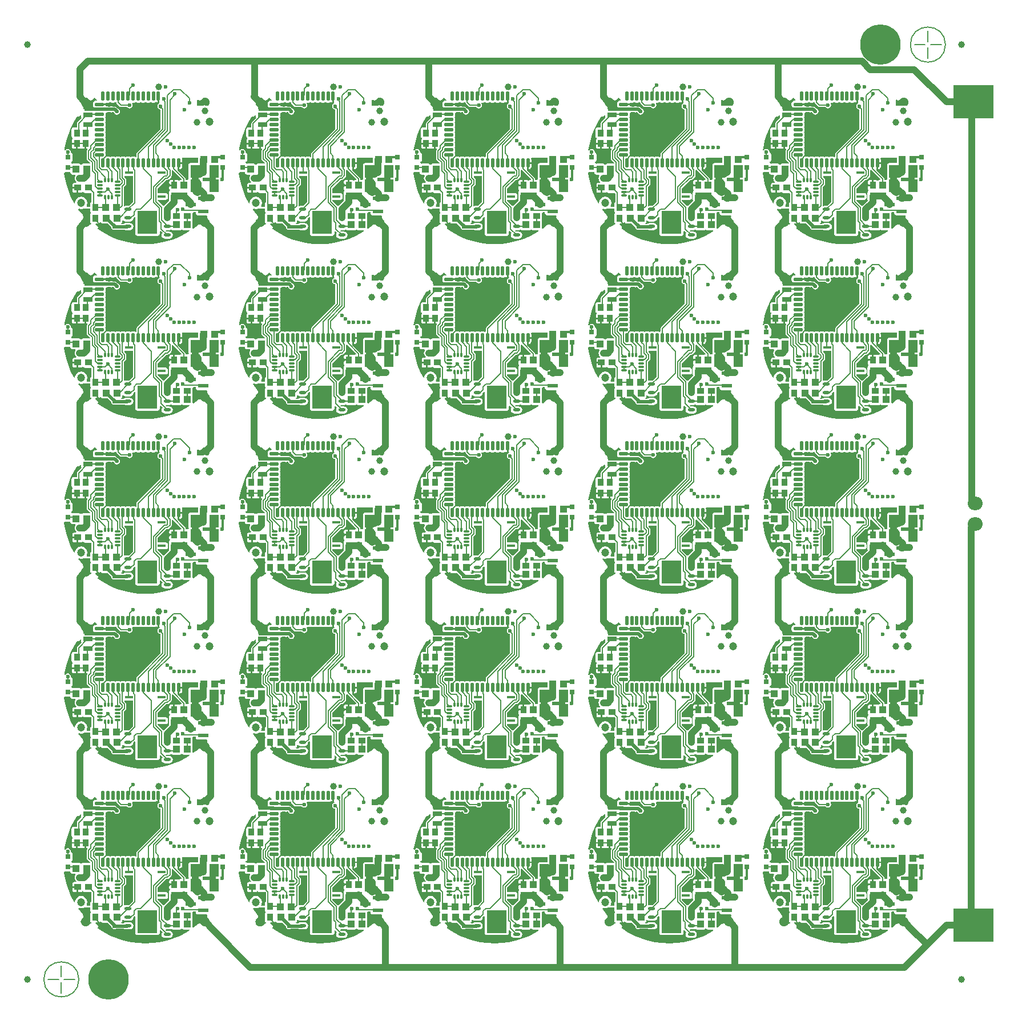
<source format=gtl>
G04 Layer_Physical_Order=1*
G04 Layer_Color=255*
%FSLAX25Y25*%
%MOIN*%
G70*
G01*
G75*
%ADD10C,0.00787*%
%ADD11R,0.23622X0.19685*%
%ADD12C,0.03937*%
%ADD13C,0.03937*%
%ADD14R,0.03937X0.03937*%
%ADD15R,0.03150X0.03150*%
%ADD16R,0.03937X0.03740*%
%ADD17R,0.03740X0.03937*%
%ADD18R,0.05315X0.07283*%
%ADD19R,0.05512X0.02953*%
%ADD20R,0.03937X0.03937*%
%ADD21R,0.06299X0.02362*%
%ADD22R,0.04724X0.01575*%
G04:AMPARAMS|DCode=23|XSize=19.68mil|YSize=51.18mil|CornerRadius=4.92mil|HoleSize=0mil|Usage=FLASHONLY|Rotation=180.000|XOffset=0mil|YOffset=0mil|HoleType=Round|Shape=RoundedRectangle|*
%AMROUNDEDRECTD23*
21,1,0.01968,0.04134,0,0,180.0*
21,1,0.00984,0.05118,0,0,180.0*
1,1,0.00984,-0.00492,0.02067*
1,1,0.00984,0.00492,0.02067*
1,1,0.00984,0.00492,-0.02067*
1,1,0.00984,-0.00492,-0.02067*
%
%ADD23ROUNDEDRECTD23*%
G04:AMPARAMS|DCode=24|XSize=19.68mil|YSize=51.18mil|CornerRadius=4.92mil|HoleSize=0mil|Usage=FLASHONLY|Rotation=90.000|XOffset=0mil|YOffset=0mil|HoleType=Round|Shape=RoundedRectangle|*
%AMROUNDEDRECTD24*
21,1,0.01968,0.04134,0,0,90.0*
21,1,0.00984,0.05118,0,0,90.0*
1,1,0.00984,0.02067,0.00492*
1,1,0.00984,0.02067,-0.00492*
1,1,0.00984,-0.02067,-0.00492*
1,1,0.00984,-0.02067,0.00492*
%
%ADD24ROUNDEDRECTD24*%
%ADD25O,0.01181X0.03150*%
%ADD26O,0.03642X0.01181*%
%ADD27O,0.04134X0.01772*%
%ADD28R,0.11811X0.13386*%
%ADD29C,0.01968*%
%ADD30C,0.01181*%
%ADD31C,0.23622*%
%ADD32O,0.08661X0.07874*%
%ADD33C,0.02953*%
%ADD34C,0.04724*%
%ADD35C,0.03900*%
%ADD36C,0.02362*%
G36*
X492537Y494563D02*
X493194Y494291D01*
X493759Y493858D01*
X494193Y493293D01*
X494465Y492635D01*
X494558Y491929D01*
X494465Y491223D01*
X494193Y490565D01*
X493759Y490001D01*
X493707Y489961D01*
X492634D01*
X492548Y489998D01*
X492089Y490100D01*
X491314Y490117D01*
X490851Y490035D01*
X490659Y489961D01*
X487205D01*
Y493317D01*
X487339Y493383D01*
X487705Y493463D01*
X487774Y493399D01*
X487786Y493381D01*
X487861Y493319D01*
X487867Y493326D01*
X488177Y493119D01*
X488638Y493027D01*
X489100Y493119D01*
X489491Y493381D01*
X489638Y493513D01*
X489947Y493892D01*
X490467Y494291D01*
X491125Y494563D01*
X491831Y494656D01*
X492537Y494563D01*
D02*
G37*
G36*
X390568D02*
X391226Y494291D01*
X391791Y493858D01*
X392224Y493293D01*
X392496Y492635D01*
X392589Y491929D01*
X392496Y491223D01*
X392224Y490565D01*
X391791Y490001D01*
X391739Y489961D01*
X390665D01*
X390580Y489998D01*
X390121Y490100D01*
X389345Y490117D01*
X388882Y490035D01*
X388690Y489961D01*
X385236D01*
Y493317D01*
X385370Y493383D01*
X385736Y493463D01*
X385806Y493399D01*
X385818Y493381D01*
X385893Y493319D01*
X385899Y493326D01*
X386208Y493119D01*
X386670Y493027D01*
X387132Y493119D01*
X387523Y493381D01*
X387669Y493513D01*
X387978Y493892D01*
X388498Y494291D01*
X389156Y494563D01*
X389862Y494656D01*
X390568Y494563D01*
D02*
G37*
G36*
X288600D02*
X289257Y494291D01*
X289822Y493858D01*
X290256Y493293D01*
X290528Y492635D01*
X290621Y491929D01*
X290528Y491223D01*
X290256Y490565D01*
X289822Y490001D01*
X289770Y489961D01*
X288697D01*
X288611Y489998D01*
X288152Y490100D01*
X287377Y490117D01*
X286914Y490035D01*
X286721Y489961D01*
X283268D01*
Y493317D01*
X283402Y493383D01*
X283768Y493463D01*
X283837Y493399D01*
X283849Y493381D01*
X283924Y493319D01*
X283930Y493326D01*
X284240Y493119D01*
X284701Y493027D01*
X285163Y493119D01*
X285554Y493381D01*
X285701Y493513D01*
X286010Y493892D01*
X286530Y494291D01*
X287188Y494563D01*
X287894Y494656D01*
X288600Y494563D01*
D02*
G37*
G36*
X186631D02*
X187289Y494291D01*
X187854Y493858D01*
X188287Y493293D01*
X188559Y492635D01*
X188653Y491929D01*
X188559Y491223D01*
X188287Y490565D01*
X187854Y490001D01*
X187802Y489961D01*
X186728D01*
X186643Y489998D01*
X186184Y490100D01*
X185408Y490117D01*
X184945Y490035D01*
X184753Y489961D01*
X181299D01*
Y493317D01*
X181433Y493383D01*
X181799Y493463D01*
X181869Y493399D01*
X181881Y493381D01*
X181956Y493319D01*
X181962Y493326D01*
X182271Y493119D01*
X182733Y493027D01*
X183195Y493119D01*
X183586Y493381D01*
X183732Y493513D01*
X184041Y493892D01*
X184562Y494291D01*
X185219Y494563D01*
X185925Y494656D01*
X186631Y494563D01*
D02*
G37*
G36*
X84663D02*
X85320Y494291D01*
X85885Y493858D01*
X86319Y493293D01*
X86591Y492635D01*
X86684Y491929D01*
X86591Y491223D01*
X86319Y490565D01*
X85885Y490001D01*
X85833Y489961D01*
X84760D01*
X84674Y489998D01*
X84215Y490100D01*
X83440Y490117D01*
X82977Y490035D01*
X82784Y489961D01*
X79331D01*
Y493317D01*
X79465Y493383D01*
X79831Y493463D01*
X79900Y493399D01*
X79912Y493381D01*
X79987Y493319D01*
X79993Y493326D01*
X80303Y493119D01*
X80765Y493027D01*
X81226Y493119D01*
X81617Y493381D01*
X81764Y493513D01*
X82073Y493892D01*
X82593Y494291D01*
X83251Y494563D01*
X83957Y494656D01*
X84663Y494563D01*
D02*
G37*
G36*
X465059Y491745D02*
X465213Y491602D01*
X465310Y491424D01*
X465270Y491260D01*
X465156Y491237D01*
X464570Y490846D01*
X464178Y490260D01*
X464041Y489569D01*
X464178Y488877D01*
X464570Y488291D01*
X465156Y487900D01*
X465748Y487782D01*
Y476419D01*
X452046Y462717D01*
X451829Y462392D01*
X451752Y462008D01*
Y460167D01*
X451611Y460139D01*
X451279Y459918D01*
X450948Y460139D01*
X450295Y460269D01*
X449311D01*
X448658Y460139D01*
X448327Y459918D01*
X447995Y460139D01*
X447342Y460269D01*
X446358D01*
X445705Y460139D01*
X445374Y459918D01*
X445043Y460139D01*
X444390Y460269D01*
X443405D01*
X442753Y460139D01*
X442421Y459918D01*
X442090Y460139D01*
X441437Y460269D01*
X440453D01*
X439800Y460139D01*
X439468Y459918D01*
X439137Y460139D01*
X438484Y460269D01*
X437500D01*
X436847Y460139D01*
X436516Y459918D01*
X436184Y460139D01*
X435532Y460269D01*
X434547D01*
X434300Y460220D01*
X433874Y460645D01*
X433891Y460728D01*
Y461713D01*
X433761Y462365D01*
X433540Y462697D01*
X433761Y463028D01*
X433891Y463681D01*
Y464665D01*
X433761Y465318D01*
X433540Y465650D01*
X433761Y465981D01*
X433891Y466634D01*
Y467618D01*
X433761Y468271D01*
X433540Y468602D01*
X433761Y468934D01*
X433891Y469587D01*
Y470571D01*
X433761Y471224D01*
X433540Y471555D01*
X433761Y471886D01*
X433891Y472539D01*
Y473524D01*
X433761Y474177D01*
X433540Y474508D01*
X433761Y474839D01*
X433891Y475492D01*
Y476476D01*
X433761Y477129D01*
X433540Y477461D01*
X433761Y477792D01*
X433891Y478445D01*
Y479429D01*
X433761Y480082D01*
X433540Y480413D01*
X433761Y480745D01*
X433891Y481398D01*
Y482382D01*
X433761Y483035D01*
X433540Y483366D01*
X433761Y483698D01*
X433891Y484350D01*
Y485335D01*
X433846Y485560D01*
X434252Y485989D01*
X434943Y486126D01*
X435038Y486190D01*
X436419D01*
X436514Y486126D01*
X437205Y485989D01*
X437896Y486126D01*
X437991Y486190D01*
X438311D01*
X438565Y485936D01*
X438587Y485824D01*
X438979Y485238D01*
X439565Y484847D01*
X440256Y484709D01*
X440947Y484847D01*
X441533Y485238D01*
X441925Y485824D01*
X442062Y486516D01*
X441925Y487207D01*
X441533Y487793D01*
X440947Y488185D01*
X440836Y488207D01*
X440112Y488931D01*
X439591Y489279D01*
X438976Y489401D01*
X438976Y489401D01*
X437991D01*
X437896Y489464D01*
X437205Y489602D01*
X436514Y489464D01*
X436419Y489401D01*
X435038D01*
X434943Y489464D01*
X434252Y489602D01*
X434074Y489566D01*
X433654Y489993D01*
X433706Y490256D01*
Y490256D01*
X430118D01*
Y491240D01*
X433706D01*
X433674Y491402D01*
X433697Y491446D01*
X434107Y491787D01*
X434547Y491700D01*
X435532D01*
X436184Y491829D01*
X436516Y492051D01*
X436847Y491829D01*
X437500Y491700D01*
X438484D01*
X439137Y491829D01*
X439468Y492051D01*
X439800Y491829D01*
X439947Y491800D01*
X440018Y491447D01*
X440235Y491121D01*
X441909Y489448D01*
X442234Y489230D01*
X442618Y489154D01*
X446178D01*
X446360Y488880D01*
X446946Y488489D01*
X447638Y488351D01*
X448329Y488489D01*
X448915Y488880D01*
X449307Y489466D01*
X449444Y490158D01*
X449307Y490849D01*
X449043Y491243D01*
X449269Y491628D01*
X449339Y491700D01*
X450295D01*
X450948Y491829D01*
X451279Y492051D01*
X451611Y491829D01*
X452264Y491700D01*
X453248D01*
X453901Y491829D01*
X454232Y492051D01*
X454564Y491829D01*
X455217Y491700D01*
X456201D01*
X456854Y491829D01*
X457185Y492051D01*
X457516Y491829D01*
X458169Y491700D01*
X459154D01*
X459806Y491829D01*
X460138Y492051D01*
X460469Y491829D01*
X461122Y491700D01*
X462106D01*
X462759Y491829D01*
X463253Y492160D01*
X463493Y492000D01*
X464075Y491884D01*
Y495472D01*
X465059D01*
Y491745D01*
D02*
G37*
G36*
X363090D02*
X363245Y491602D01*
X363342Y491424D01*
X363301Y491260D01*
X363187Y491237D01*
X362601Y490846D01*
X362210Y490260D01*
X362072Y489569D01*
X362210Y488877D01*
X362601Y488291D01*
X363187Y487900D01*
X363779Y487782D01*
Y476419D01*
X350078Y462717D01*
X349860Y462392D01*
X349784Y462008D01*
Y460167D01*
X349642Y460139D01*
X349311Y459918D01*
X348980Y460139D01*
X348327Y460269D01*
X347342D01*
X346690Y460139D01*
X346358Y459918D01*
X346027Y460139D01*
X345374Y460269D01*
X344390D01*
X343737Y460139D01*
X343406Y459918D01*
X343074Y460139D01*
X342421Y460269D01*
X341437D01*
X340784Y460139D01*
X340453Y459918D01*
X340121Y460139D01*
X339469Y460269D01*
X338484D01*
X337831Y460139D01*
X337500Y459918D01*
X337169Y460139D01*
X336516Y460269D01*
X335531D01*
X334879Y460139D01*
X334547Y459918D01*
X334216Y460139D01*
X333563Y460269D01*
X332579D01*
X332331Y460220D01*
X331906Y460645D01*
X331923Y460728D01*
Y461713D01*
X331793Y462365D01*
X331571Y462697D01*
X331793Y463028D01*
X331923Y463681D01*
Y464665D01*
X331793Y465318D01*
X331571Y465650D01*
X331793Y465981D01*
X331923Y466634D01*
Y467618D01*
X331793Y468271D01*
X331571Y468602D01*
X331793Y468934D01*
X331923Y469587D01*
Y470571D01*
X331793Y471224D01*
X331571Y471555D01*
X331793Y471886D01*
X331923Y472539D01*
Y473524D01*
X331793Y474177D01*
X331571Y474508D01*
X331793Y474839D01*
X331923Y475492D01*
Y476476D01*
X331793Y477129D01*
X331571Y477461D01*
X331793Y477792D01*
X331923Y478445D01*
Y479429D01*
X331793Y480082D01*
X331571Y480413D01*
X331793Y480745D01*
X331923Y481398D01*
Y482382D01*
X331793Y483035D01*
X331571Y483366D01*
X331793Y483698D01*
X331923Y484350D01*
Y485335D01*
X331878Y485560D01*
X332283Y485989D01*
X332975Y486126D01*
X333069Y486190D01*
X334450D01*
X334545Y486126D01*
X335236Y485989D01*
X335928Y486126D01*
X336022Y486190D01*
X336343D01*
X336596Y485936D01*
X336618Y485824D01*
X337010Y485238D01*
X337596Y484847D01*
X338287Y484709D01*
X338979Y484847D01*
X339565Y485238D01*
X339956Y485824D01*
X340094Y486516D01*
X339956Y487207D01*
X339565Y487793D01*
X338979Y488185D01*
X338867Y488207D01*
X338143Y488931D01*
X337622Y489279D01*
X337008Y489401D01*
X337008Y489401D01*
X336022D01*
X335928Y489464D01*
X335236Y489602D01*
X334545Y489464D01*
X334450Y489401D01*
X333069D01*
X332975Y489464D01*
X332283Y489602D01*
X332106Y489566D01*
X331685Y489993D01*
X331738Y490256D01*
Y490256D01*
X328150D01*
Y491240D01*
X331738D01*
X331706Y491402D01*
X331728Y491446D01*
X332139Y491787D01*
X332579Y491700D01*
X333563D01*
X334216Y491829D01*
X334547Y492051D01*
X334879Y491829D01*
X335531Y491700D01*
X336516D01*
X337169Y491829D01*
X337500Y492051D01*
X337831Y491829D01*
X337979Y491800D01*
X338049Y491447D01*
X338267Y491121D01*
X339940Y489448D01*
X340265Y489230D01*
X340650Y489154D01*
X344209D01*
X344392Y488880D01*
X344978Y488489D01*
X345669Y488351D01*
X346360Y488489D01*
X346947Y488880D01*
X347338Y489466D01*
X347476Y490158D01*
X347338Y490849D01*
X347075Y491243D01*
X347301Y491628D01*
X347371Y491700D01*
X348327D01*
X348980Y491829D01*
X349311Y492051D01*
X349642Y491829D01*
X350295Y491700D01*
X351279D01*
X351932Y491829D01*
X352264Y492051D01*
X352595Y491829D01*
X353248Y491700D01*
X354232D01*
X354885Y491829D01*
X355217Y492051D01*
X355548Y491829D01*
X356201Y491700D01*
X357185D01*
X357838Y491829D01*
X358169Y492051D01*
X358501Y491829D01*
X359154Y491700D01*
X360138D01*
X360791Y491829D01*
X361285Y492160D01*
X361524Y492000D01*
X362106Y491884D01*
Y495472D01*
X363090D01*
Y491745D01*
D02*
G37*
G36*
X261122D02*
X261276Y491602D01*
X261373Y491424D01*
X261333Y491260D01*
X261219Y491237D01*
X260633Y490846D01*
X260241Y490260D01*
X260104Y489569D01*
X260241Y488877D01*
X260633Y488291D01*
X261219Y487900D01*
X261811Y487782D01*
Y476419D01*
X248109Y462717D01*
X247892Y462392D01*
X247815Y462008D01*
Y460167D01*
X247674Y460139D01*
X247342Y459918D01*
X247011Y460139D01*
X246358Y460269D01*
X245374D01*
X244721Y460139D01*
X244390Y459918D01*
X244058Y460139D01*
X243406Y460269D01*
X242421D01*
X241768Y460139D01*
X241437Y459918D01*
X241106Y460139D01*
X240453Y460269D01*
X239469D01*
X238816Y460139D01*
X238484Y459918D01*
X238153Y460139D01*
X237500Y460269D01*
X236516D01*
X235863Y460139D01*
X235531Y459918D01*
X235200Y460139D01*
X234547Y460269D01*
X233563D01*
X232910Y460139D01*
X232579Y459918D01*
X232247Y460139D01*
X231594Y460269D01*
X230610D01*
X230363Y460220D01*
X229937Y460645D01*
X229954Y460728D01*
Y461713D01*
X229824Y462365D01*
X229603Y462697D01*
X229824Y463028D01*
X229954Y463681D01*
Y464665D01*
X229824Y465318D01*
X229603Y465650D01*
X229824Y465981D01*
X229954Y466634D01*
Y467618D01*
X229824Y468271D01*
X229603Y468602D01*
X229824Y468934D01*
X229954Y469587D01*
Y470571D01*
X229824Y471224D01*
X229603Y471555D01*
X229824Y471886D01*
X229954Y472539D01*
Y473524D01*
X229824Y474177D01*
X229603Y474508D01*
X229824Y474839D01*
X229954Y475492D01*
Y476476D01*
X229824Y477129D01*
X229603Y477461D01*
X229824Y477792D01*
X229954Y478445D01*
Y479429D01*
X229824Y480082D01*
X229603Y480413D01*
X229824Y480745D01*
X229954Y481398D01*
Y482382D01*
X229824Y483035D01*
X229603Y483366D01*
X229824Y483698D01*
X229954Y484350D01*
Y485335D01*
X229909Y485560D01*
X230315Y485989D01*
X231006Y486126D01*
X231101Y486190D01*
X232482D01*
X232576Y486126D01*
X233268Y485989D01*
X233959Y486126D01*
X234054Y486190D01*
X234374D01*
X234628Y485936D01*
X234650Y485824D01*
X235042Y485238D01*
X235628Y484847D01*
X236319Y484709D01*
X237010Y484847D01*
X237596Y485238D01*
X237988Y485824D01*
X238125Y486516D01*
X237988Y487207D01*
X237596Y487793D01*
X237010Y488185D01*
X236899Y488207D01*
X236175Y488931D01*
X235654Y489279D01*
X235039Y489401D01*
X235039Y489401D01*
X234054D01*
X233959Y489464D01*
X233268Y489602D01*
X232576Y489464D01*
X232482Y489401D01*
X231101D01*
X231006Y489464D01*
X230315Y489602D01*
X230137Y489566D01*
X229717Y489993D01*
X229769Y490256D01*
Y490256D01*
X226181D01*
Y491240D01*
X229769D01*
X229737Y491402D01*
X229760Y491446D01*
X230170Y491787D01*
X230610Y491700D01*
X231594D01*
X232247Y491829D01*
X232579Y492051D01*
X232910Y491829D01*
X233563Y491700D01*
X234547D01*
X235200Y491829D01*
X235531Y492051D01*
X235863Y491829D01*
X236010Y491800D01*
X236081Y491447D01*
X236298Y491121D01*
X237971Y489448D01*
X238297Y489230D01*
X238681Y489154D01*
X242241D01*
X242424Y488880D01*
X243009Y488489D01*
X243701Y488351D01*
X244392Y488489D01*
X244978Y488880D01*
X245370Y489466D01*
X245507Y490158D01*
X245370Y490849D01*
X245106Y491243D01*
X245332Y491628D01*
X245403Y491700D01*
X246358D01*
X247011Y491829D01*
X247342Y492051D01*
X247674Y491829D01*
X248327Y491700D01*
X249311D01*
X249964Y491829D01*
X250295Y492051D01*
X250627Y491829D01*
X251279Y491700D01*
X252264D01*
X252917Y491829D01*
X253248Y492051D01*
X253579Y491829D01*
X254232Y491700D01*
X255217D01*
X255869Y491829D01*
X256201Y492051D01*
X256532Y491829D01*
X257185Y491700D01*
X258169D01*
X258822Y491829D01*
X259316Y492160D01*
X259556Y492000D01*
X260138Y491884D01*
Y495472D01*
X261122D01*
Y491745D01*
D02*
G37*
G36*
X159153D02*
X159308Y491602D01*
X159405Y491424D01*
X159364Y491260D01*
X159250Y491237D01*
X158664Y490846D01*
X158273Y490260D01*
X158135Y489569D01*
X158273Y488877D01*
X158664Y488291D01*
X159250Y487900D01*
X159843Y487782D01*
Y476419D01*
X146141Y462717D01*
X145923Y462392D01*
X145847Y462008D01*
Y460167D01*
X145705Y460139D01*
X145374Y459918D01*
X145043Y460139D01*
X144390Y460269D01*
X143405D01*
X142753Y460139D01*
X142421Y459918D01*
X142090Y460139D01*
X141437Y460269D01*
X140453D01*
X139800Y460139D01*
X139469Y459918D01*
X139137Y460139D01*
X138484Y460269D01*
X137500D01*
X136847Y460139D01*
X136516Y459918D01*
X136184Y460139D01*
X135531Y460269D01*
X134547D01*
X133894Y460139D01*
X133563Y459918D01*
X133232Y460139D01*
X132579Y460269D01*
X131595D01*
X130942Y460139D01*
X130610Y459918D01*
X130279Y460139D01*
X129626Y460269D01*
X128642D01*
X128394Y460220D01*
X127969Y460645D01*
X127986Y460728D01*
Y461713D01*
X127856Y462365D01*
X127634Y462697D01*
X127856Y463028D01*
X127986Y463681D01*
Y464665D01*
X127856Y465318D01*
X127634Y465650D01*
X127856Y465981D01*
X127986Y466634D01*
Y467618D01*
X127856Y468271D01*
X127634Y468602D01*
X127856Y468934D01*
X127986Y469587D01*
Y470571D01*
X127856Y471224D01*
X127634Y471555D01*
X127856Y471886D01*
X127986Y472539D01*
Y473524D01*
X127856Y474177D01*
X127634Y474508D01*
X127856Y474839D01*
X127986Y475492D01*
Y476476D01*
X127856Y477129D01*
X127634Y477461D01*
X127856Y477792D01*
X127986Y478445D01*
Y479429D01*
X127856Y480082D01*
X127634Y480413D01*
X127856Y480745D01*
X127986Y481398D01*
Y482382D01*
X127856Y483035D01*
X127634Y483366D01*
X127856Y483698D01*
X127986Y484350D01*
Y485335D01*
X127941Y485560D01*
X128347Y485989D01*
X129038Y486126D01*
X129132Y486190D01*
X130513D01*
X130608Y486126D01*
X131299Y485989D01*
X131991Y486126D01*
X132085Y486190D01*
X132406D01*
X132659Y485936D01*
X132682Y485824D01*
X133073Y485238D01*
X133659Y484847D01*
X134350Y484709D01*
X135042Y484847D01*
X135628Y485238D01*
X136019Y485824D01*
X136157Y486516D01*
X136019Y487207D01*
X135628Y487793D01*
X135042Y488185D01*
X134930Y488207D01*
X134206Y488931D01*
X133685Y489279D01*
X133071Y489401D01*
X133071Y489401D01*
X132085D01*
X131991Y489464D01*
X131299Y489602D01*
X130608Y489464D01*
X130513Y489401D01*
X129132D01*
X129038Y489464D01*
X128347Y489602D01*
X128169Y489566D01*
X127749Y489993D01*
X127801Y490256D01*
Y490256D01*
X124213D01*
Y491240D01*
X127801D01*
X127769Y491402D01*
X127791Y491446D01*
X128202Y491787D01*
X128642Y491700D01*
X129626D01*
X130279Y491829D01*
X130610Y492051D01*
X130942Y491829D01*
X131595Y491700D01*
X132579D01*
X133232Y491829D01*
X133563Y492051D01*
X133894Y491829D01*
X134042Y491800D01*
X134112Y491447D01*
X134330Y491121D01*
X136003Y489448D01*
X136328Y489230D01*
X136713Y489154D01*
X140272D01*
X140455Y488880D01*
X141041Y488489D01*
X141732Y488351D01*
X142423Y488489D01*
X143010Y488880D01*
X143401Y489466D01*
X143539Y490158D01*
X143401Y490849D01*
X143138Y491243D01*
X143364Y491628D01*
X143434Y491700D01*
X144390D01*
X145043Y491829D01*
X145374Y492051D01*
X145705Y491829D01*
X146358Y491700D01*
X147343D01*
X147995Y491829D01*
X148327Y492051D01*
X148658Y491829D01*
X149311Y491700D01*
X150295D01*
X150948Y491829D01*
X151279Y492051D01*
X151611Y491829D01*
X152264Y491700D01*
X153248D01*
X153901Y491829D01*
X154232Y492051D01*
X154564Y491829D01*
X155217Y491700D01*
X156201D01*
X156854Y491829D01*
X157348Y492160D01*
X157587Y492000D01*
X158169Y491884D01*
Y495472D01*
X159153D01*
Y491745D01*
D02*
G37*
G36*
X57185D02*
X57339Y491602D01*
X57436Y491424D01*
X57396Y491260D01*
X57282Y491237D01*
X56696Y490846D01*
X56304Y490260D01*
X56166Y489569D01*
X56304Y488877D01*
X56696Y488291D01*
X57282Y487900D01*
X57874Y487782D01*
Y476419D01*
X44172Y462717D01*
X43955Y462392D01*
X43878Y462008D01*
Y460167D01*
X43737Y460139D01*
X43406Y459918D01*
X43074Y460139D01*
X42421Y460269D01*
X41437D01*
X40784Y460139D01*
X40453Y459918D01*
X40121Y460139D01*
X39469Y460269D01*
X38484D01*
X37831Y460139D01*
X37500Y459918D01*
X37169Y460139D01*
X36516Y460269D01*
X35531D01*
X34879Y460139D01*
X34547Y459918D01*
X34216Y460139D01*
X33563Y460269D01*
X32579D01*
X31926Y460139D01*
X31594Y459918D01*
X31263Y460139D01*
X30610Y460269D01*
X29626D01*
X28973Y460139D01*
X28642Y459918D01*
X28310Y460139D01*
X27657Y460269D01*
X26673D01*
X26426Y460220D01*
X26000Y460645D01*
X26017Y460728D01*
Y461713D01*
X25887Y462365D01*
X25666Y462697D01*
X25887Y463028D01*
X26017Y463681D01*
Y464665D01*
X25887Y465318D01*
X25666Y465650D01*
X25887Y465981D01*
X26017Y466634D01*
Y467618D01*
X25887Y468271D01*
X25666Y468602D01*
X25887Y468934D01*
X26017Y469587D01*
Y470571D01*
X25887Y471224D01*
X25666Y471555D01*
X25887Y471886D01*
X26017Y472539D01*
Y473524D01*
X25887Y474177D01*
X25666Y474508D01*
X25887Y474839D01*
X26017Y475492D01*
Y476476D01*
X25887Y477129D01*
X25666Y477461D01*
X25887Y477792D01*
X26017Y478445D01*
Y479429D01*
X25887Y480082D01*
X25666Y480413D01*
X25887Y480745D01*
X26017Y481398D01*
Y482382D01*
X25887Y483035D01*
X25666Y483366D01*
X25887Y483698D01*
X26017Y484350D01*
Y485335D01*
X25972Y485560D01*
X26378Y485989D01*
X27069Y486126D01*
X27164Y486190D01*
X28545D01*
X28639Y486126D01*
X29331Y485989D01*
X30022Y486126D01*
X30117Y486190D01*
X30437D01*
X30691Y485936D01*
X30713Y485824D01*
X31105Y485238D01*
X31691Y484847D01*
X32382Y484709D01*
X33073Y484847D01*
X33659Y485238D01*
X34051Y485824D01*
X34188Y486516D01*
X34051Y487207D01*
X33659Y487793D01*
X33073Y488185D01*
X32962Y488207D01*
X32238Y488931D01*
X31717Y489279D01*
X31102Y489401D01*
X31102Y489401D01*
X30117D01*
X30022Y489464D01*
X29331Y489602D01*
X28639Y489464D01*
X28545Y489401D01*
X27164D01*
X27069Y489464D01*
X26378Y489602D01*
X26200Y489566D01*
X25780Y489993D01*
X25832Y490256D01*
Y490256D01*
X22244D01*
Y491240D01*
X25832D01*
X25800Y491402D01*
X25823Y491446D01*
X26233Y491787D01*
X26673Y491700D01*
X27657D01*
X28310Y491829D01*
X28642Y492051D01*
X28973Y491829D01*
X29626Y491700D01*
X30610D01*
X31263Y491829D01*
X31594Y492051D01*
X31926Y491829D01*
X32073Y491800D01*
X32144Y491447D01*
X32361Y491121D01*
X34034Y489448D01*
X34360Y489230D01*
X34744Y489154D01*
X38304D01*
X38486Y488880D01*
X39072Y488489D01*
X39764Y488351D01*
X40455Y488489D01*
X41041Y488880D01*
X41433Y489466D01*
X41570Y490158D01*
X41433Y490849D01*
X41169Y491243D01*
X41395Y491628D01*
X41465Y491700D01*
X42421D01*
X43074Y491829D01*
X43406Y492051D01*
X43737Y491829D01*
X44390Y491700D01*
X45374D01*
X46027Y491829D01*
X46358Y492051D01*
X46690Y491829D01*
X47343Y491700D01*
X48327D01*
X48980Y491829D01*
X49311Y492051D01*
X49642Y491829D01*
X50295Y491700D01*
X51279D01*
X51932Y491829D01*
X52264Y492051D01*
X52595Y491829D01*
X53248Y491700D01*
X54232D01*
X54885Y491829D01*
X55379Y492160D01*
X55619Y492000D01*
X56201Y491884D01*
Y495472D01*
X57185D01*
Y491745D01*
D02*
G37*
G36*
X422655Y494563D02*
X423312Y494291D01*
X423833Y493892D01*
X424142Y493513D01*
X424288Y493381D01*
X424679Y493120D01*
X425140Y493028D01*
X425602Y493120D01*
X425921Y493333D01*
X425926Y493326D01*
X425993Y493381D01*
X426005Y493399D01*
X426146Y493528D01*
X427489Y494558D01*
X428639Y493408D01*
X428448Y492946D01*
X428051D01*
X427398Y492816D01*
X426845Y492447D01*
X426475Y491893D01*
X426345Y491240D01*
Y490256D01*
X426475Y489603D01*
X426805Y489109D01*
X426646Y488870D01*
X426530Y488287D01*
Y487795D01*
X421027D01*
X420751Y488280D01*
X420753Y488295D01*
X420843Y488743D01*
X420751Y489205D01*
X420489Y489596D01*
X420360Y489740D01*
X419982Y490050D01*
X419587Y490565D01*
X419314Y491223D01*
X419221Y491929D01*
X419314Y492635D01*
X419587Y493293D01*
X420020Y493858D01*
X420585Y494291D01*
X421243Y494563D01*
X421949Y494656D01*
X422655Y494563D01*
D02*
G37*
G36*
X320686D02*
X321344Y494291D01*
X321864Y493892D01*
X322173Y493513D01*
X322319Y493381D01*
X322710Y493120D01*
X323172Y493028D01*
X323634Y493120D01*
X323952Y493333D01*
X323958Y493326D01*
X324025Y493381D01*
X324037Y493399D01*
X324178Y493528D01*
X325520Y494558D01*
X326671Y493408D01*
X326479Y492946D01*
X326083D01*
X325430Y492816D01*
X324876Y492447D01*
X324506Y491893D01*
X324377Y491240D01*
Y490256D01*
X324506Y489603D01*
X324837Y489109D01*
X324677Y488870D01*
X324561Y488287D01*
Y487795D01*
X319059D01*
X318783Y488280D01*
X318785Y488295D01*
X318874Y488743D01*
X318782Y489205D01*
X318521Y489596D01*
X318391Y489740D01*
X318014Y490050D01*
X317618Y490565D01*
X317346Y491223D01*
X317253Y491929D01*
X317346Y492635D01*
X317618Y493293D01*
X318052Y493858D01*
X318617Y494291D01*
X319274Y494563D01*
X319980Y494656D01*
X320686Y494563D01*
D02*
G37*
G36*
X218718D02*
X219375Y494291D01*
X219896Y493892D01*
X220205Y493513D01*
X220351Y493381D01*
X220742Y493120D01*
X221203Y493028D01*
X221665Y493120D01*
X221984Y493333D01*
X221989Y493326D01*
X222056Y493381D01*
X222068Y493399D01*
X222209Y493528D01*
X223552Y494558D01*
X224702Y493408D01*
X224511Y492946D01*
X224114D01*
X223461Y492816D01*
X222908Y492447D01*
X222538Y491893D01*
X222408Y491240D01*
Y490256D01*
X222538Y489603D01*
X222868Y489109D01*
X222709Y488870D01*
X222593Y488287D01*
Y487795D01*
X217090D01*
X216814Y488280D01*
X216816Y488295D01*
X216905Y488743D01*
X216814Y489205D01*
X216552Y489596D01*
X216423Y489740D01*
X216045Y490050D01*
X215650Y490565D01*
X215377Y491223D01*
X215284Y491929D01*
X215377Y492635D01*
X215650Y493293D01*
X216083Y493858D01*
X216648Y494291D01*
X217306Y494563D01*
X218012Y494656D01*
X218718Y494563D01*
D02*
G37*
G36*
X116749D02*
X117407Y494291D01*
X117927Y493892D01*
X118236Y493513D01*
X118382Y493381D01*
X118773Y493120D01*
X119235Y493028D01*
X119697Y493120D01*
X120015Y493333D01*
X120021Y493326D01*
X120088Y493381D01*
X120100Y493399D01*
X120241Y493528D01*
X121583Y494558D01*
X122734Y493408D01*
X122542Y492946D01*
X122146D01*
X121493Y492816D01*
X120939Y492447D01*
X120570Y491893D01*
X120440Y491240D01*
Y490256D01*
X120570Y489603D01*
X120900Y489109D01*
X120740Y488870D01*
X120624Y488287D01*
Y487795D01*
X115122D01*
X114846Y488280D01*
X114848Y488295D01*
X114937Y488743D01*
X114845Y489205D01*
X114584Y489596D01*
X114454Y489740D01*
X114077Y490050D01*
X113681Y490565D01*
X113409Y491223D01*
X113316Y491929D01*
X113409Y492635D01*
X113681Y493293D01*
X114115Y493858D01*
X114680Y494291D01*
X115337Y494563D01*
X116043Y494656D01*
X116749Y494563D01*
D02*
G37*
G36*
X14781D02*
X15439Y494291D01*
X15959Y493892D01*
X16268Y493513D01*
X16413Y493381D01*
X16805Y493120D01*
X17266Y493028D01*
X17728Y493120D01*
X18047Y493333D01*
X18052Y493326D01*
X18119Y493381D01*
X18131Y493399D01*
X18272Y493528D01*
X19615Y494558D01*
X20765Y493408D01*
X20574Y492946D01*
X20177D01*
X19524Y492816D01*
X18971Y492447D01*
X18601Y491893D01*
X18471Y491240D01*
Y490256D01*
X18601Y489603D01*
X18931Y489109D01*
X18772Y488870D01*
X18656Y488287D01*
Y487795D01*
X13153D01*
X12877Y488280D01*
X12879Y488295D01*
X12968Y488743D01*
X12877Y489205D01*
X12615Y489596D01*
X12486Y489740D01*
X12108Y490050D01*
X11713Y490565D01*
X11440Y491223D01*
X11348Y491929D01*
X11440Y492635D01*
X11713Y493293D01*
X12146Y493858D01*
X12711Y494291D01*
X13369Y494563D01*
X14075Y494656D01*
X14781Y494563D01*
D02*
G37*
G36*
X419563Y484381D02*
Y483268D01*
X419655Y482807D01*
X419664Y482793D01*
X417204Y480333D01*
X416986Y480007D01*
X416910Y479623D01*
Y477287D01*
X415059D01*
X414598Y477195D01*
X414208Y476934D01*
X413946Y476543D01*
X413855Y476083D01*
Y472146D01*
X413946Y471685D01*
X414208Y471294D01*
X414426Y471148D01*
X414462Y470620D01*
X414448Y470578D01*
X414338Y470504D01*
X414117Y470174D01*
X414040Y469783D01*
Y468307D01*
X416929D01*
Y467815D01*
X417421D01*
Y464827D01*
X418799D01*
X419189Y464904D01*
X419488Y465104D01*
X419787Y464904D01*
X420177Y464827D01*
X421555D01*
Y467815D01*
X422539D01*
Y464827D01*
X423030D01*
X423221Y464365D01*
X423109Y464253D01*
X422892Y463927D01*
X422815Y463543D01*
Y458975D01*
X422892Y458591D01*
X423109Y458266D01*
X424773Y456602D01*
X424659Y456276D01*
X424542Y456125D01*
X420669D01*
X420208Y456034D01*
X419818Y455773D01*
X419789Y455729D01*
X419187D01*
X419159Y455773D01*
X418768Y456034D01*
X418307Y456125D01*
X414370D01*
X414219Y456096D01*
X414041Y456363D01*
X413650Y456624D01*
X413597Y456635D01*
Y457145D01*
X413650Y457155D01*
X414041Y457416D01*
X414301Y457807D01*
X414393Y458268D01*
Y461417D01*
X414301Y461878D01*
X414041Y462269D01*
X413650Y462530D01*
X413360Y462588D01*
X413420Y462894D01*
X413283Y463585D01*
X412891Y464171D01*
X412305Y464563D01*
X411614Y464700D01*
X410923Y464563D01*
X410337Y464171D01*
X410114Y463837D01*
X409633Y464018D01*
X409788Y465195D01*
X410691Y469269D01*
X411946Y473248D01*
X413543Y477103D01*
X415469Y480804D01*
X417211Y483537D01*
X417402Y483577D01*
X417711Y483516D01*
X418020Y483577D01*
X418282Y483752D01*
X419102Y484572D01*
X419563Y484381D01*
D02*
G37*
G36*
X317595D02*
Y483268D01*
X317687Y482807D01*
X317696Y482793D01*
X315235Y480333D01*
X315018Y480007D01*
X314941Y479623D01*
Y477287D01*
X313090D01*
X312630Y477195D01*
X312239Y476934D01*
X311978Y476543D01*
X311886Y476083D01*
Y472146D01*
X311978Y471685D01*
X312239Y471294D01*
X312457Y471148D01*
X312494Y470620D01*
X312479Y470578D01*
X312370Y470504D01*
X312149Y470174D01*
X312071Y469783D01*
Y468307D01*
X314961D01*
Y467815D01*
X315453D01*
Y464827D01*
X316831D01*
X317221Y464904D01*
X317520Y465104D01*
X317818Y464904D01*
X318209Y464827D01*
X319586D01*
Y467815D01*
X320571D01*
Y464827D01*
X321061D01*
X321253Y464365D01*
X321141Y464253D01*
X320923Y463927D01*
X320847Y463543D01*
Y458975D01*
X320923Y458591D01*
X321141Y458266D01*
X322804Y456602D01*
X322690Y456276D01*
X322574Y456125D01*
X318701D01*
X318240Y456034D01*
X317849Y455773D01*
X317820Y455729D01*
X317219D01*
X317190Y455773D01*
X316799Y456034D01*
X316339Y456125D01*
X312402D01*
X312251Y456096D01*
X312072Y456363D01*
X311681Y456624D01*
X311629Y456635D01*
Y457145D01*
X311681Y457155D01*
X312072Y457416D01*
X312333Y457807D01*
X312425Y458268D01*
Y461417D01*
X312333Y461878D01*
X312072Y462269D01*
X311681Y462530D01*
X311391Y462588D01*
X311452Y462894D01*
X311315Y463585D01*
X310923Y464171D01*
X310337Y464563D01*
X309646Y464700D01*
X308954Y464563D01*
X308368Y464171D01*
X308145Y463837D01*
X307665Y464018D01*
X307820Y465195D01*
X308723Y469269D01*
X309977Y473248D01*
X311574Y477103D01*
X313501Y480804D01*
X315242Y483537D01*
X315434Y483577D01*
X315743Y483516D01*
X316052Y483577D01*
X316313Y483752D01*
X317133Y484572D01*
X317595Y484381D01*
D02*
G37*
G36*
X215627D02*
Y483268D01*
X215718Y482807D01*
X215727Y482793D01*
X213267Y480333D01*
X213049Y480007D01*
X212973Y479623D01*
Y477287D01*
X211122D01*
X210661Y477195D01*
X210271Y476934D01*
X210010Y476543D01*
X209918Y476083D01*
Y472146D01*
X210010Y471685D01*
X210271Y471294D01*
X210489Y471148D01*
X210525Y470620D01*
X210511Y470578D01*
X210401Y470504D01*
X210180Y470174D01*
X210103Y469783D01*
Y468307D01*
X212992D01*
Y467815D01*
X213484D01*
Y464827D01*
X214862D01*
X215252Y464904D01*
X215551Y465104D01*
X215850Y464904D01*
X216240Y464827D01*
X217618D01*
Y467815D01*
X218602D01*
Y464827D01*
X219093D01*
X219284Y464365D01*
X219172Y464253D01*
X218955Y463927D01*
X218878Y463543D01*
Y458975D01*
X218955Y458591D01*
X219172Y458266D01*
X220836Y456602D01*
X220722Y456276D01*
X220605Y456125D01*
X216732D01*
X216271Y456034D01*
X215881Y455773D01*
X215852Y455729D01*
X215250D01*
X215222Y455773D01*
X214831Y456034D01*
X214370Y456125D01*
X210433D01*
X210282Y456096D01*
X210104Y456363D01*
X209713Y456624D01*
X209660Y456635D01*
Y457145D01*
X209713Y457155D01*
X210104Y457416D01*
X210365Y457807D01*
X210456Y458268D01*
Y461417D01*
X210365Y461878D01*
X210104Y462269D01*
X209713Y462530D01*
X209423Y462588D01*
X209484Y462894D01*
X209346Y463585D01*
X208954Y464171D01*
X208368Y464563D01*
X207677Y464700D01*
X206986Y464563D01*
X206400Y464171D01*
X206177Y463837D01*
X205696Y464018D01*
X205851Y465195D01*
X206754Y469269D01*
X208009Y473248D01*
X209606Y477103D01*
X211532Y480804D01*
X213274Y483537D01*
X213465Y483577D01*
X213774Y483516D01*
X214083Y483577D01*
X214345Y483752D01*
X215165Y484572D01*
X215627Y484381D01*
D02*
G37*
G36*
X113658D02*
Y483268D01*
X113750Y482807D01*
X113759Y482793D01*
X111298Y480333D01*
X111081Y480007D01*
X111004Y479623D01*
Y477287D01*
X109153D01*
X108693Y477195D01*
X108302Y476934D01*
X108041Y476543D01*
X107949Y476083D01*
Y472146D01*
X108041Y471685D01*
X108302Y471294D01*
X108520Y471148D01*
X108557Y470620D01*
X108543Y470578D01*
X108433Y470504D01*
X108212Y470174D01*
X108134Y469783D01*
Y468307D01*
X111024D01*
Y467815D01*
X111516D01*
Y464827D01*
X112894D01*
X113284Y464904D01*
X113583Y465104D01*
X113882Y464904D01*
X114272Y464827D01*
X115649D01*
Y467815D01*
X116634D01*
Y464827D01*
X117124D01*
X117316Y464365D01*
X117204Y464253D01*
X116986Y463927D01*
X116910Y463543D01*
Y458975D01*
X116986Y458591D01*
X117204Y458266D01*
X118867Y456602D01*
X118753Y456276D01*
X118637Y456125D01*
X114764D01*
X114303Y456034D01*
X113912Y455773D01*
X113883Y455729D01*
X113282D01*
X113253Y455773D01*
X112862Y456034D01*
X112402Y456125D01*
X108465D01*
X108314Y456096D01*
X108135Y456363D01*
X107744Y456624D01*
X107692Y456635D01*
Y457145D01*
X107744Y457155D01*
X108135Y457416D01*
X108396Y457807D01*
X108488Y458268D01*
Y461417D01*
X108396Y461878D01*
X108135Y462269D01*
X107744Y462530D01*
X107454Y462588D01*
X107515Y462894D01*
X107378Y463585D01*
X106986Y464171D01*
X106400Y464563D01*
X105709Y464700D01*
X105017Y464563D01*
X104431Y464171D01*
X104208Y463837D01*
X103728Y464018D01*
X103883Y465195D01*
X104786Y469269D01*
X106040Y473248D01*
X107637Y477103D01*
X109564Y480804D01*
X111305Y483537D01*
X111497Y483577D01*
X111806Y483516D01*
X112115Y483577D01*
X112376Y483752D01*
X113196Y484572D01*
X113658Y484381D01*
D02*
G37*
G36*
X11689D02*
Y483268D01*
X11781Y482807D01*
X11790Y482793D01*
X9330Y480333D01*
X9112Y480007D01*
X9036Y479623D01*
Y477287D01*
X7185D01*
X6724Y477195D01*
X6334Y476934D01*
X6072Y476543D01*
X5981Y476083D01*
Y472146D01*
X6072Y471685D01*
X6334Y471294D01*
X6552Y471148D01*
X6588Y470620D01*
X6574Y470578D01*
X6464Y470504D01*
X6243Y470174D01*
X6165Y469783D01*
Y468307D01*
X9055D01*
Y467815D01*
X9547D01*
Y464827D01*
X10925D01*
X11315Y464904D01*
X11614Y465104D01*
X11913Y464904D01*
X12303Y464827D01*
X13681D01*
Y467815D01*
X14665D01*
Y464827D01*
X15156D01*
X15347Y464365D01*
X15235Y464253D01*
X15018Y463927D01*
X14941Y463543D01*
Y458975D01*
X15018Y458591D01*
X15235Y458266D01*
X16899Y456602D01*
X16785Y456276D01*
X16668Y456125D01*
X12795D01*
X12334Y456034D01*
X11944Y455773D01*
X11915Y455729D01*
X11314D01*
X11285Y455773D01*
X10894Y456034D01*
X10433Y456125D01*
X6496D01*
X6345Y456096D01*
X6166Y456363D01*
X5776Y456624D01*
X5723Y456635D01*
Y457145D01*
X5776Y457155D01*
X6166Y457416D01*
X6427Y457807D01*
X6519Y458268D01*
Y461417D01*
X6427Y461878D01*
X6166Y462269D01*
X5776Y462530D01*
X5486Y462588D01*
X5547Y462894D01*
X5409Y463585D01*
X5017Y464171D01*
X4431Y464563D01*
X3740Y464700D01*
X3049Y464563D01*
X2463Y464171D01*
X2240Y463837D01*
X1759Y464018D01*
X1914Y465195D01*
X2817Y469269D01*
X4072Y473248D01*
X5669Y477103D01*
X7595Y480804D01*
X9337Y483537D01*
X9528Y483577D01*
X9837Y483516D01*
X10146Y483577D01*
X10408Y483752D01*
X11227Y484572D01*
X11689Y484381D01*
D02*
G37*
G36*
X487772Y456693D02*
X487630Y456519D01*
X483268D01*
X482807Y456427D01*
X482416Y456167D01*
X482155Y455776D01*
X482063Y455315D01*
Y448032D01*
X482155Y447571D01*
X482242Y447441D01*
X482155Y447311D01*
X482118Y447122D01*
X482015Y446842D01*
X481564Y446762D01*
X481496Y446775D01*
X480531D01*
Y447342D01*
X480455Y447726D01*
X480237Y448052D01*
X475878Y452411D01*
X475886Y452428D01*
Y456496D01*
X476378D01*
Y456988D01*
X478391D01*
Y458563D01*
X478295Y459047D01*
X478563Y459547D01*
X487772D01*
Y456693D01*
D02*
G37*
G36*
X385804D02*
X385661Y456519D01*
X381299D01*
X380838Y456427D01*
X380448Y456167D01*
X380187Y455776D01*
X380095Y455315D01*
Y448032D01*
X380187Y447571D01*
X380273Y447441D01*
X380187Y447311D01*
X380149Y447122D01*
X380046Y446842D01*
X379595Y446762D01*
X379528Y446775D01*
X378563D01*
Y447342D01*
X378486Y447726D01*
X378269Y448052D01*
X373910Y452411D01*
X373917Y452428D01*
Y456496D01*
X374409D01*
Y456988D01*
X376423D01*
Y458563D01*
X376327Y459047D01*
X376594Y459547D01*
X385804D01*
Y456693D01*
D02*
G37*
G36*
X283835D02*
X283693Y456519D01*
X279331D01*
X278870Y456427D01*
X278479Y456167D01*
X278218Y455776D01*
X278127Y455315D01*
Y448032D01*
X278218Y447571D01*
X278305Y447441D01*
X278218Y447311D01*
X278181Y447122D01*
X278078Y446842D01*
X277626Y446762D01*
X277559Y446775D01*
X276594D01*
Y447342D01*
X276518Y447726D01*
X276300Y448052D01*
X271941Y452411D01*
X271949Y452428D01*
Y456496D01*
X272441D01*
Y456988D01*
X274454D01*
Y458563D01*
X274358Y459047D01*
X274626Y459547D01*
X283835D01*
Y456693D01*
D02*
G37*
G36*
X181867D02*
X181724Y456519D01*
X177362D01*
X176901Y456427D01*
X176511Y456167D01*
X176250Y455776D01*
X176158Y455315D01*
Y448032D01*
X176250Y447571D01*
X176336Y447441D01*
X176250Y447311D01*
X176212Y447122D01*
X176109Y446842D01*
X175658Y446762D01*
X175591Y446775D01*
X174626D01*
Y447342D01*
X174549Y447726D01*
X174332Y448052D01*
X169973Y452411D01*
X169980Y452428D01*
Y456496D01*
X170472D01*
Y456988D01*
X172486D01*
Y458563D01*
X172390Y459047D01*
X172657Y459547D01*
X181867D01*
Y456693D01*
D02*
G37*
G36*
X79898D02*
X79756Y456519D01*
X75394D01*
X74933Y456427D01*
X74542Y456167D01*
X74281Y455776D01*
X74190Y455315D01*
Y448032D01*
X74281Y447571D01*
X74368Y447441D01*
X74281Y447311D01*
X74244Y447122D01*
X74141Y446842D01*
X73690Y446762D01*
X73622Y446775D01*
X72657D01*
Y447342D01*
X72581Y447726D01*
X72363Y448052D01*
X68004Y452411D01*
X68012Y452428D01*
Y456496D01*
X68504D01*
Y456988D01*
X70517D01*
Y458563D01*
X70421Y459047D01*
X70688Y459547D01*
X79898D01*
Y456693D01*
D02*
G37*
G36*
X478176Y447275D02*
X477969Y446775D01*
X477559D01*
X477098Y446683D01*
X476708Y446422D01*
X476109Y446427D01*
X475981Y446513D01*
X475591Y446590D01*
X474213D01*
Y443602D01*
X473721D01*
Y443110D01*
X470831D01*
Y441634D01*
X470908Y441244D01*
X471129Y440913D01*
X471239Y440839D01*
X471253Y440797D01*
X471217Y440269D01*
X470999Y440123D01*
X470738Y439733D01*
X470646Y439272D01*
Y435335D01*
X470738Y434874D01*
X470915Y434609D01*
X467815Y431510D01*
X467806Y431504D01*
X467245Y431463D01*
X464192Y434515D01*
Y435115D01*
X468898D01*
X469358Y435206D01*
X469749Y435467D01*
X470010Y435858D01*
X470102Y436319D01*
Y437894D01*
X470010Y438354D01*
X469749Y438745D01*
X469358Y439006D01*
X468898Y439098D01*
X464192D01*
Y441710D01*
X469215Y446733D01*
X469876D01*
X470260Y446809D01*
X470586Y447027D01*
X471969Y448410D01*
X472187Y448736D01*
X472263Y449120D01*
Y452347D01*
X472607Y452687D01*
X472643Y452694D01*
X472745Y452706D01*
X478176Y447275D01*
D02*
G37*
G36*
X376207D02*
X376000Y446775D01*
X375590D01*
X375130Y446683D01*
X374739Y446422D01*
X374141Y446427D01*
X374012Y446513D01*
X373622Y446590D01*
X372244D01*
Y443602D01*
X371752D01*
Y443110D01*
X368862D01*
Y441634D01*
X368940Y441244D01*
X369161Y440913D01*
X369271Y440839D01*
X369285Y440797D01*
X369249Y440269D01*
X369030Y440123D01*
X368769Y439733D01*
X368678Y439272D01*
Y435335D01*
X368769Y434874D01*
X368946Y434609D01*
X365846Y431510D01*
X365838Y431504D01*
X365277Y431463D01*
X362224Y434515D01*
Y435115D01*
X366929D01*
X367390Y435206D01*
X367781Y435467D01*
X368042Y435858D01*
X368133Y436319D01*
Y437894D01*
X368042Y438354D01*
X367781Y438745D01*
X367390Y439006D01*
X366929Y439098D01*
X362224D01*
Y441710D01*
X367246Y446733D01*
X367908D01*
X368292Y446809D01*
X368617Y447027D01*
X370001Y448410D01*
X370218Y448736D01*
X370295Y449120D01*
Y452347D01*
X370638Y452687D01*
X370675Y452694D01*
X370777Y452706D01*
X376207Y447275D01*
D02*
G37*
G36*
X274239D02*
X274032Y446775D01*
X273622D01*
X273161Y446683D01*
X272771Y446422D01*
X272172Y446427D01*
X272044Y446513D01*
X271654Y446590D01*
X270276D01*
Y443602D01*
X269783D01*
Y443110D01*
X266894D01*
Y441634D01*
X266971Y441244D01*
X267192Y440913D01*
X267302Y440839D01*
X267316Y440797D01*
X267280Y440269D01*
X267062Y440123D01*
X266801Y439733D01*
X266709Y439272D01*
Y435335D01*
X266801Y434874D01*
X266978Y434609D01*
X263878Y431510D01*
X263869Y431504D01*
X263308Y431463D01*
X260256Y434515D01*
Y435115D01*
X264961D01*
X265422Y435206D01*
X265812Y435467D01*
X266073Y435858D01*
X266165Y436319D01*
Y437894D01*
X266073Y438354D01*
X265812Y438745D01*
X265422Y439006D01*
X264961Y439098D01*
X260256D01*
Y441710D01*
X265278Y446733D01*
X265939D01*
X266323Y446809D01*
X266649Y447027D01*
X268032Y448410D01*
X268250Y448736D01*
X268326Y449120D01*
Y452347D01*
X268670Y452687D01*
X268706Y452694D01*
X268808Y452706D01*
X274239Y447275D01*
D02*
G37*
G36*
X172270D02*
X172063Y446775D01*
X171653D01*
X171193Y446683D01*
X170802Y446422D01*
X170204Y446427D01*
X170075Y446513D01*
X169685Y446590D01*
X168307D01*
Y443602D01*
X167815D01*
Y443110D01*
X164925D01*
Y441634D01*
X165003Y441244D01*
X165224Y440913D01*
X165334Y440839D01*
X165348Y440797D01*
X165312Y440269D01*
X165093Y440123D01*
X164832Y439733D01*
X164741Y439272D01*
Y435335D01*
X164832Y434874D01*
X165009Y434609D01*
X161909Y431510D01*
X161901Y431504D01*
X161339Y431463D01*
X158287Y434515D01*
Y435115D01*
X162992D01*
X163453Y435206D01*
X163844Y435467D01*
X164105Y435858D01*
X164196Y436319D01*
Y437894D01*
X164105Y438354D01*
X163844Y438745D01*
X163453Y439006D01*
X162992Y439098D01*
X158287D01*
Y441710D01*
X163309Y446733D01*
X163971D01*
X164355Y446809D01*
X164680Y447027D01*
X166064Y448410D01*
X166281Y448736D01*
X166358Y449120D01*
Y452347D01*
X166701Y452687D01*
X166738Y452694D01*
X166840Y452706D01*
X172270Y447275D01*
D02*
G37*
G36*
X70302D02*
X70095Y446775D01*
X69685D01*
X69224Y446683D01*
X68834Y446422D01*
X68235Y446427D01*
X68107Y446513D01*
X67716Y446590D01*
X66339D01*
Y443602D01*
X65847D01*
Y443110D01*
X62957D01*
Y441634D01*
X63034Y441244D01*
X63255Y440913D01*
X63365Y440839D01*
X63379Y440797D01*
X63343Y440269D01*
X63125Y440123D01*
X62864Y439733D01*
X62772Y439272D01*
Y435335D01*
X62864Y434874D01*
X63041Y434609D01*
X59941Y431510D01*
X59932Y431504D01*
X59371Y431463D01*
X56318Y434515D01*
Y435115D01*
X61024D01*
X61484Y435206D01*
X61875Y435467D01*
X62136Y435858D01*
X62228Y436319D01*
Y437894D01*
X62136Y438354D01*
X61875Y438745D01*
X61484Y439006D01*
X61024Y439098D01*
X56318D01*
Y441710D01*
X61341Y446733D01*
X62002D01*
X62386Y446809D01*
X62712Y447027D01*
X64095Y448410D01*
X64313Y448736D01*
X64389Y449120D01*
Y452347D01*
X64733Y452687D01*
X64769Y452694D01*
X64871Y452706D01*
X70302Y447275D01*
D02*
G37*
G36*
X449587Y433802D02*
X447342Y431556D01*
X445472D01*
X444891Y431441D01*
X444883Y431441D01*
X444448Y431752D01*
X444409Y431816D01*
Y442456D01*
X445493Y443540D01*
X445711Y443865D01*
X445787Y444249D01*
Y446732D01*
X445711Y447116D01*
X445493Y447442D01*
X444749Y448186D01*
X444799Y448830D01*
X444882Y448894D01*
X449587D01*
Y433802D01*
D02*
G37*
G36*
X347619D02*
X345373Y431556D01*
X343504D01*
X342923Y431441D01*
X342914Y431441D01*
X342480Y431752D01*
X342441Y431816D01*
Y442456D01*
X343525Y443540D01*
X343742Y443865D01*
X343818Y444249D01*
Y446732D01*
X343742Y447116D01*
X343525Y447442D01*
X342781Y448186D01*
X342830Y448830D01*
X342913Y448894D01*
X347619D01*
Y433802D01*
D02*
G37*
G36*
X245650D02*
X243405Y431556D01*
X241535D01*
X240954Y431441D01*
X240946Y431441D01*
X240511Y431752D01*
X240472Y431816D01*
Y442456D01*
X241556Y443540D01*
X241774Y443865D01*
X241850Y444249D01*
Y446732D01*
X241774Y447116D01*
X241556Y447442D01*
X240812Y448186D01*
X240862Y448830D01*
X240945Y448894D01*
X245650D01*
Y433802D01*
D02*
G37*
G36*
X143682D02*
X141436Y431556D01*
X139567D01*
X138986Y431441D01*
X138977Y431441D01*
X138543Y431752D01*
X138504Y431816D01*
Y442456D01*
X139588Y443540D01*
X139805Y443865D01*
X139882Y444249D01*
Y446732D01*
X139805Y447116D01*
X139588Y447442D01*
X138844Y448186D01*
X138893Y448830D01*
X138976Y448894D01*
X143682D01*
Y433802D01*
D02*
G37*
G36*
X41713D02*
X39468Y431556D01*
X37598D01*
X37017Y431441D01*
X37009Y431441D01*
X36574Y431752D01*
X36535Y431816D01*
Y442456D01*
X37619Y443540D01*
X37837Y443865D01*
X37913Y444249D01*
Y446732D01*
X37837Y447116D01*
X37619Y447442D01*
X36875Y448186D01*
X36925Y448830D01*
X37008Y448894D01*
X41713D01*
Y433802D01*
D02*
G37*
G36*
X410039Y451158D02*
X413166D01*
Y450984D01*
X413258Y450523D01*
X413518Y450133D01*
X413909Y449872D01*
X414370Y449780D01*
X415945D01*
X416192Y449280D01*
X415998Y449028D01*
X415721Y448357D01*
X415626Y447638D01*
X415721Y446918D01*
X415998Y446248D01*
X416440Y445672D01*
X416644Y445516D01*
X416474Y445016D01*
X415354D01*
X414964Y444938D01*
X414633Y444717D01*
X414412Y444386D01*
X414335Y443996D01*
Y442618D01*
X417323D01*
Y442126D01*
X417815D01*
Y439236D01*
X419291D01*
X419682Y439314D01*
X420012Y439535D01*
X420086Y439645D01*
X420128Y439659D01*
X420656Y439623D01*
X420802Y439404D01*
X421193Y439143D01*
X421654Y439052D01*
X425277D01*
X425571Y438758D01*
Y433799D01*
X425523Y433790D01*
X425133Y433529D01*
X424872Y433138D01*
X424780Y432677D01*
Y431045D01*
X422823D01*
X422587Y431486D01*
X422715Y431677D01*
X422894Y432111D01*
X423078Y433033D01*
Y433503D01*
X422894Y434424D01*
X422715Y434858D01*
X422192Y435640D01*
X421860Y435972D01*
X421079Y436494D01*
X420645Y436674D01*
X419723Y436857D01*
X419604D01*
X419488Y436880D01*
X419372Y436857D01*
X419253D01*
X418332Y436674D01*
X417898Y436494D01*
X417116Y435972D01*
X416784Y435640D01*
X416262Y434858D01*
X416082Y434424D01*
X415899Y433503D01*
Y433234D01*
X415399Y433111D01*
X413543Y436677D01*
X411946Y440531D01*
X410691Y444511D01*
X409788Y448585D01*
X409502Y450755D01*
X409951Y451175D01*
X410039Y451158D01*
D02*
G37*
G36*
X308071D02*
X311197D01*
Y450984D01*
X311289Y450523D01*
X311550Y450133D01*
X311941Y449872D01*
X312402Y449780D01*
X313977D01*
X314223Y449280D01*
X314030Y449028D01*
X313752Y448357D01*
X313657Y447638D01*
X313752Y446918D01*
X314030Y446248D01*
X314472Y445672D01*
X314676Y445516D01*
X314506Y445016D01*
X313386D01*
X312996Y444938D01*
X312665Y444717D01*
X312444Y444386D01*
X312366Y443996D01*
Y442618D01*
X315354D01*
Y442126D01*
X315846D01*
Y439236D01*
X317323D01*
X317713Y439314D01*
X318044Y439535D01*
X318117Y439645D01*
X318160Y439659D01*
X318688Y439623D01*
X318833Y439404D01*
X319224Y439143D01*
X319685Y439052D01*
X323309D01*
X323603Y438758D01*
Y433799D01*
X323555Y433790D01*
X323164Y433529D01*
X322903Y433138D01*
X322812Y432677D01*
Y431045D01*
X320854D01*
X320618Y431486D01*
X320746Y431677D01*
X320926Y432111D01*
X321109Y433033D01*
Y433503D01*
X320926Y434424D01*
X320746Y434858D01*
X320224Y435640D01*
X319892Y435972D01*
X319110Y436494D01*
X318676Y436674D01*
X317755Y436857D01*
X317636D01*
X317520Y436880D01*
X317403Y436857D01*
X317285D01*
X316363Y436674D01*
X315929Y436494D01*
X315148Y435972D01*
X314815Y435640D01*
X314293Y434858D01*
X314113Y434424D01*
X313930Y433503D01*
Y433234D01*
X313430Y433111D01*
X311574Y436677D01*
X309977Y440531D01*
X308723Y444511D01*
X307820Y448585D01*
X307534Y450755D01*
X307983Y451175D01*
X308071Y451158D01*
D02*
G37*
G36*
X206102D02*
X209229D01*
Y450984D01*
X209320Y450523D01*
X209581Y450133D01*
X209972Y449872D01*
X210433Y449780D01*
X212008D01*
X212255Y449280D01*
X212061Y449028D01*
X211784Y448357D01*
X211689Y447638D01*
X211784Y446918D01*
X212061Y446248D01*
X212503Y445672D01*
X212707Y445516D01*
X212537Y445016D01*
X211417D01*
X211027Y444938D01*
X210696Y444717D01*
X210475Y444386D01*
X210398Y443996D01*
Y442618D01*
X213386D01*
Y442126D01*
X213878D01*
Y439236D01*
X215354D01*
X215744Y439314D01*
X216075Y439535D01*
X216149Y439645D01*
X216191Y439659D01*
X216719Y439623D01*
X216865Y439404D01*
X217256Y439143D01*
X217717Y439052D01*
X221340D01*
X221634Y438758D01*
Y433799D01*
X221586Y433790D01*
X221196Y433529D01*
X220935Y433138D01*
X220843Y432677D01*
Y431045D01*
X218886D01*
X218650Y431486D01*
X218778Y431677D01*
X218957Y432111D01*
X219141Y433033D01*
Y433503D01*
X218957Y434424D01*
X218778Y434858D01*
X218255Y435640D01*
X217923Y435972D01*
X217142Y436494D01*
X216708Y436674D01*
X215786Y436857D01*
X215668D01*
X215551Y436880D01*
X215435Y436857D01*
X215316D01*
X214395Y436674D01*
X213961Y436494D01*
X213179Y435972D01*
X212847Y435640D01*
X212325Y434858D01*
X212145Y434424D01*
X211962Y433503D01*
Y433234D01*
X211462Y433111D01*
X209606Y436677D01*
X208009Y440531D01*
X206754Y444511D01*
X205851Y448585D01*
X205565Y450755D01*
X206014Y451175D01*
X206102Y451158D01*
D02*
G37*
G36*
X104134D02*
X107260D01*
Y450984D01*
X107352Y450523D01*
X107613Y450133D01*
X108004Y449872D01*
X108465Y449780D01*
X110040D01*
X110286Y449280D01*
X110093Y449028D01*
X109815Y448357D01*
X109720Y447638D01*
X109815Y446918D01*
X110093Y446248D01*
X110535Y445672D01*
X110739Y445516D01*
X110569Y445016D01*
X109449D01*
X109059Y444938D01*
X108728Y444717D01*
X108507Y444386D01*
X108429Y443996D01*
Y442618D01*
X111417D01*
Y442126D01*
X111909D01*
Y439236D01*
X113386D01*
X113776Y439314D01*
X114107Y439535D01*
X114180Y439645D01*
X114223Y439659D01*
X114751Y439623D01*
X114897Y439404D01*
X115287Y439143D01*
X115748Y439052D01*
X119372D01*
X119666Y438758D01*
Y433799D01*
X119618Y433790D01*
X119227Y433529D01*
X118966Y433138D01*
X118875Y432677D01*
Y431045D01*
X116917D01*
X116681Y431486D01*
X116809Y431677D01*
X116989Y432111D01*
X117172Y433033D01*
Y433503D01*
X116989Y434424D01*
X116809Y434858D01*
X116287Y435640D01*
X115955Y435972D01*
X115173Y436494D01*
X114739Y436674D01*
X113818Y436857D01*
X113699D01*
X113583Y436880D01*
X113466Y436857D01*
X113348D01*
X112426Y436674D01*
X111992Y436494D01*
X111211Y435972D01*
X110878Y435640D01*
X110356Y434858D01*
X110176Y434424D01*
X109993Y433503D01*
Y433234D01*
X109493Y433111D01*
X107637Y436677D01*
X106040Y440531D01*
X104786Y444511D01*
X103883Y448585D01*
X103597Y450755D01*
X104046Y451175D01*
X104134Y451158D01*
D02*
G37*
G36*
X2165D02*
X5292D01*
Y450984D01*
X5384Y450523D01*
X5644Y450133D01*
X6035Y449872D01*
X6496Y449780D01*
X8071D01*
X8318Y449280D01*
X8124Y449028D01*
X7846Y448357D01*
X7752Y447638D01*
X7846Y446918D01*
X8124Y446248D01*
X8566Y445672D01*
X8770Y445516D01*
X8600Y445016D01*
X7480D01*
X7090Y444938D01*
X6759Y444717D01*
X6538Y444386D01*
X6461Y443996D01*
Y442618D01*
X9449D01*
Y442126D01*
X9941D01*
Y439236D01*
X11417D01*
X11807Y439314D01*
X12138Y439535D01*
X12212Y439645D01*
X12254Y439659D01*
X12782Y439623D01*
X12928Y439404D01*
X13319Y439143D01*
X13780Y439052D01*
X17403D01*
X17697Y438758D01*
Y433799D01*
X17649Y433790D01*
X17259Y433529D01*
X16998Y433138D01*
X16906Y432677D01*
Y431045D01*
X14949D01*
X14713Y431486D01*
X14841Y431677D01*
X15020Y432111D01*
X15204Y433033D01*
Y433503D01*
X15020Y434424D01*
X14841Y434858D01*
X14319Y435640D01*
X13986Y435972D01*
X13205Y436494D01*
X12771Y436674D01*
X11849Y436857D01*
X11731D01*
X11614Y436880D01*
X11498Y436857D01*
X11379D01*
X10458Y436674D01*
X10024Y436494D01*
X9242Y435972D01*
X8910Y435640D01*
X8388Y434858D01*
X8208Y434424D01*
X8025Y433503D01*
Y433234D01*
X7525Y433111D01*
X5669Y436677D01*
X4072Y440531D01*
X2817Y444511D01*
X1914Y448585D01*
X1628Y450755D01*
X2077Y451175D01*
X2165Y451158D01*
D02*
G37*
G36*
X424780Y428740D02*
X424872Y428279D01*
X425133Y427889D01*
X425176Y427860D01*
Y427258D01*
X425133Y427229D01*
X424872Y426839D01*
X424780Y426378D01*
Y422441D01*
X424872Y421980D01*
X425133Y421589D01*
X425390Y421418D01*
X425407Y421276D01*
X425189Y420809D01*
X424728Y420718D01*
X424500Y420565D01*
X424337Y420456D01*
X424142Y420267D01*
X423833Y419888D01*
X423312Y419488D01*
X422655Y419216D01*
X421949Y419123D01*
X421243Y419216D01*
X420585Y419488D01*
X420020Y419922D01*
X419587Y420487D01*
X419314Y421144D01*
X419221Y421850D01*
X419314Y422556D01*
X419587Y423214D01*
X420020Y423779D01*
X420360Y424039D01*
Y424039D01*
X420489Y424184D01*
X420751Y424575D01*
X420843Y425037D01*
X420751Y425498D01*
X420542Y425811D01*
X420551Y425819D01*
X420489Y425889D01*
X420483Y425894D01*
X420251Y426146D01*
X417723Y429441D01*
X417759Y429578D01*
X417764Y429593D01*
X418332Y429861D01*
X419253Y429678D01*
X419372D01*
X419488Y429655D01*
X419604Y429678D01*
X419723D01*
X420645Y429861D01*
X421079Y430041D01*
X424780D01*
Y428740D01*
D02*
G37*
G36*
X322812D02*
X322903Y428279D01*
X323164Y427889D01*
X323207Y427860D01*
Y427258D01*
X323164Y427229D01*
X322903Y426839D01*
X322812Y426378D01*
Y422441D01*
X322903Y421980D01*
X323164Y421589D01*
X323421Y421418D01*
X323438Y421276D01*
X323221Y420809D01*
X322759Y420718D01*
X322532Y420565D01*
X322368Y420456D01*
X322173Y420267D01*
X321864Y419888D01*
X321344Y419488D01*
X320686Y419216D01*
X319980Y419123D01*
X319274Y419216D01*
X318617Y419488D01*
X318052Y419922D01*
X317618Y420487D01*
X317346Y421144D01*
X317253Y421850D01*
X317346Y422556D01*
X317618Y423214D01*
X318052Y423779D01*
X318391Y424039D01*
Y424039D01*
X318521Y424184D01*
X318782Y424575D01*
X318874Y425037D01*
X318782Y425498D01*
X318573Y425811D01*
X318583Y425819D01*
X318521Y425889D01*
X318514Y425894D01*
X318283Y426146D01*
X315755Y429441D01*
X315790Y429578D01*
X315796Y429593D01*
X316363Y429861D01*
X317285Y429678D01*
X317403D01*
X317520Y429655D01*
X317636Y429678D01*
X317755D01*
X318676Y429861D01*
X319110Y430041D01*
X322812D01*
Y428740D01*
D02*
G37*
G36*
X220843D02*
X220935Y428279D01*
X221196Y427889D01*
X221239Y427860D01*
Y427258D01*
X221196Y427229D01*
X220935Y426839D01*
X220843Y426378D01*
Y422441D01*
X220935Y421980D01*
X221196Y421589D01*
X221453Y421418D01*
X221469Y421276D01*
X221252Y420809D01*
X220791Y420718D01*
X220563Y420565D01*
X220400Y420456D01*
X220205Y420267D01*
X219896Y419888D01*
X219375Y419488D01*
X218718Y419216D01*
X218012Y419123D01*
X217306Y419216D01*
X216648Y419488D01*
X216083Y419922D01*
X215650Y420487D01*
X215377Y421144D01*
X215284Y421850D01*
X215377Y422556D01*
X215650Y423214D01*
X216083Y423779D01*
X216423Y424039D01*
Y424039D01*
X216552Y424184D01*
X216814Y424575D01*
X216905Y425037D01*
X216814Y425498D01*
X216605Y425811D01*
X216614Y425819D01*
X216552Y425889D01*
X216546Y425894D01*
X216314Y426146D01*
X213786Y429441D01*
X213822Y429578D01*
X213827Y429593D01*
X214395Y429861D01*
X215316Y429678D01*
X215435D01*
X215551Y429655D01*
X215668Y429678D01*
X215786D01*
X216708Y429861D01*
X217142Y430041D01*
X220843D01*
Y428740D01*
D02*
G37*
G36*
X118875D02*
X118966Y428279D01*
X119227Y427889D01*
X119270Y427860D01*
Y427258D01*
X119227Y427229D01*
X118966Y426839D01*
X118875Y426378D01*
Y422441D01*
X118966Y421980D01*
X119227Y421589D01*
X119484Y421418D01*
X119501Y421276D01*
X119284Y420809D01*
X118822Y420718D01*
X118595Y420565D01*
X118431Y420456D01*
X118236Y420267D01*
X117927Y419888D01*
X117407Y419488D01*
X116749Y419216D01*
X116043Y419123D01*
X115337Y419216D01*
X114680Y419488D01*
X114115Y419922D01*
X113681Y420487D01*
X113409Y421144D01*
X113316Y421850D01*
X113409Y422556D01*
X113681Y423214D01*
X114115Y423779D01*
X114454Y424039D01*
Y424039D01*
X114584Y424184D01*
X114845Y424575D01*
X114937Y425037D01*
X114845Y425498D01*
X114636Y425811D01*
X114646Y425819D01*
X114584Y425889D01*
X114577Y425894D01*
X114346Y426146D01*
X111818Y429441D01*
X111853Y429578D01*
X111859Y429593D01*
X112426Y429861D01*
X113348Y429678D01*
X113466D01*
X113583Y429655D01*
X113699Y429678D01*
X113818D01*
X114739Y429861D01*
X115173Y430041D01*
X118875D01*
Y428740D01*
D02*
G37*
G36*
X16906D02*
X16998Y428279D01*
X17259Y427889D01*
X17302Y427860D01*
Y427258D01*
X17259Y427229D01*
X16998Y426839D01*
X16906Y426378D01*
Y422441D01*
X16998Y421980D01*
X17259Y421589D01*
X17516Y421418D01*
X17533Y421276D01*
X17315Y420809D01*
X16854Y420718D01*
X16626Y420565D01*
X16463Y420456D01*
X16268Y420267D01*
X15959Y419888D01*
X15439Y419488D01*
X14781Y419216D01*
X14075Y419123D01*
X13369Y419216D01*
X12711Y419488D01*
X12146Y419922D01*
X11713Y420487D01*
X11440Y421144D01*
X11348Y421850D01*
X11440Y422556D01*
X11713Y423214D01*
X12146Y423779D01*
X12486Y424039D01*
Y424039D01*
X12615Y424184D01*
X12877Y424575D01*
X12968Y425037D01*
X12877Y425498D01*
X12668Y425811D01*
X12677Y425819D01*
X12615Y425889D01*
X12609Y425894D01*
X12377Y426146D01*
X9849Y429441D01*
X9885Y429578D01*
X9890Y429593D01*
X10458Y429861D01*
X11379Y429678D01*
X11498D01*
X11614Y429655D01*
X11731Y429678D01*
X11849D01*
X12771Y429861D01*
X13205Y430041D01*
X16906D01*
Y428740D01*
D02*
G37*
G36*
X451059Y424819D02*
Y415256D01*
X451151Y414795D01*
X451412Y414404D01*
X451803Y414143D01*
X452264Y414052D01*
X464075D01*
X464536Y414143D01*
X464926Y414404D01*
X465187Y414795D01*
X465279Y415256D01*
Y416728D01*
X465779Y416936D01*
X466918Y415796D01*
X466557Y415255D01*
X466397Y414449D01*
X466557Y413642D01*
X467014Y412959D01*
X467697Y412502D01*
X468504Y412341D01*
X470866D01*
X471673Y412502D01*
X472356Y412959D01*
X472813Y413642D01*
X472973Y414449D01*
X472813Y415255D01*
X472356Y415939D01*
X471673Y416396D01*
X470866Y416556D01*
X469080D01*
X468820Y416882D01*
X469021Y417341D01*
X470866D01*
X471673Y417502D01*
X471985Y417711D01*
X472278Y417652D01*
X472669Y417391D01*
X473130Y417300D01*
X477067D01*
X477528Y417391D01*
X477918Y417652D01*
X477947Y417696D01*
X478549D01*
X478578Y417652D01*
X478968Y417391D01*
X479429Y417300D01*
X482592D01*
X482738Y416800D01*
X480804Y415568D01*
X477103Y413641D01*
X473248Y412044D01*
X469269Y410790D01*
X465195Y409887D01*
X461058Y409342D01*
X456890Y409160D01*
X452721Y409342D01*
X448585Y409887D01*
X444511Y410790D01*
X440531Y412044D01*
X436677Y413641D01*
X432976Y415568D01*
X429457Y417810D01*
X429218Y417992D01*
X429114Y418524D01*
X429289Y418786D01*
X429350Y419095D01*
X429289Y419403D01*
X429114Y419665D01*
X427819Y420959D01*
X428011Y421421D01*
X429724D01*
X430115Y421499D01*
X430445Y421720D01*
X430519Y421830D01*
X430561Y421844D01*
X431089Y421808D01*
X431235Y421589D01*
X431626Y421328D01*
X432087Y421237D01*
X434957D01*
X437114Y419080D01*
X437209Y418600D01*
X437601Y418014D01*
X438187Y417623D01*
X438878Y417485D01*
X439569Y417623D01*
X439664Y417686D01*
X444391D01*
X444666Y417502D01*
X445472Y417341D01*
X447835D01*
X448641Y417502D01*
X449325Y417959D01*
X449782Y418642D01*
X449942Y419449D01*
X449782Y420255D01*
X449325Y420939D01*
X448641Y421396D01*
X447835Y421556D01*
X445472D01*
X444666Y421396D01*
X443982Y420939D01*
X443954Y420897D01*
X442983D01*
X442886Y421397D01*
X443174Y421589D01*
X443435Y421980D01*
X443527Y422441D01*
Y422808D01*
X444027Y422929D01*
X444666Y422502D01*
X445472Y422341D01*
X447835D01*
X448641Y422502D01*
X449325Y422959D01*
X449782Y423642D01*
X449932Y424399D01*
X450560Y425026D01*
X451059Y424819D01*
D02*
G37*
G36*
X349091D02*
Y415256D01*
X349183Y414795D01*
X349444Y414404D01*
X349834Y414143D01*
X350295Y414052D01*
X362106D01*
X362567Y414143D01*
X362958Y414404D01*
X363219Y414795D01*
X363311Y415256D01*
Y416728D01*
X363810Y416936D01*
X364950Y415796D01*
X364588Y415255D01*
X364428Y414449D01*
X364588Y413642D01*
X365045Y412959D01*
X365729Y412502D01*
X366535Y412341D01*
X368898D01*
X369704Y412502D01*
X370388Y412959D01*
X370845Y413642D01*
X371005Y414449D01*
X370845Y415255D01*
X370388Y415939D01*
X369704Y416396D01*
X368898Y416556D01*
X367111D01*
X366852Y416882D01*
X367053Y417341D01*
X368898D01*
X369704Y417502D01*
X370017Y417711D01*
X370310Y417652D01*
X370701Y417391D01*
X371161Y417300D01*
X375098D01*
X375559Y417391D01*
X375950Y417652D01*
X375979Y417696D01*
X376580D01*
X376609Y417652D01*
X377000Y417391D01*
X377461Y417300D01*
X380623D01*
X380769Y416800D01*
X378835Y415568D01*
X375134Y413641D01*
X371280Y412044D01*
X367300Y410790D01*
X363227Y409887D01*
X359090Y409342D01*
X354921Y409160D01*
X350753Y409342D01*
X346616Y409887D01*
X342542Y410790D01*
X338563Y412044D01*
X334708Y413641D01*
X331007Y415568D01*
X327488Y417810D01*
X327250Y417992D01*
X327145Y418524D01*
X327320Y418786D01*
X327382Y419095D01*
X327320Y419403D01*
X327145Y419665D01*
X325851Y420959D01*
X326042Y421421D01*
X327756D01*
X328146Y421499D01*
X328477Y421720D01*
X328550Y421830D01*
X328593Y421844D01*
X329120Y421808D01*
X329267Y421589D01*
X329657Y421328D01*
X330118Y421237D01*
X332989D01*
X335145Y419080D01*
X335241Y418600D01*
X335632Y418014D01*
X336218Y417623D01*
X336909Y417485D01*
X337601Y417623D01*
X337695Y417686D01*
X342422D01*
X342697Y417502D01*
X343504Y417341D01*
X345866D01*
X346673Y417502D01*
X347356Y417959D01*
X347813Y418642D01*
X347973Y419449D01*
X347813Y420255D01*
X347356Y420939D01*
X346673Y421396D01*
X345866Y421556D01*
X343504D01*
X342697Y421396D01*
X342014Y420939D01*
X341986Y420897D01*
X341014D01*
X340918Y421397D01*
X341206Y421589D01*
X341467Y421980D01*
X341559Y422441D01*
Y422808D01*
X342059Y422929D01*
X342697Y422502D01*
X343504Y422341D01*
X345866D01*
X346673Y422502D01*
X347356Y422959D01*
X347813Y423642D01*
X347964Y424399D01*
X348591Y425026D01*
X349091Y424819D01*
D02*
G37*
G36*
X247123D02*
Y415256D01*
X247214Y414795D01*
X247475Y414404D01*
X247866Y414143D01*
X248327Y414052D01*
X260138D01*
X260599Y414143D01*
X260989Y414404D01*
X261250Y414795D01*
X261342Y415256D01*
Y416728D01*
X261842Y416936D01*
X262981Y415796D01*
X262620Y415255D01*
X262459Y414449D01*
X262620Y413642D01*
X263077Y412959D01*
X263760Y412502D01*
X264567Y412341D01*
X266929D01*
X267736Y412502D01*
X268419Y412959D01*
X268876Y413642D01*
X269037Y414449D01*
X268876Y415255D01*
X268419Y415939D01*
X267736Y416396D01*
X266929Y416556D01*
X265143D01*
X264883Y416882D01*
X265084Y417341D01*
X266929D01*
X267736Y417502D01*
X268048Y417711D01*
X268341Y417652D01*
X268732Y417391D01*
X269193Y417300D01*
X273130D01*
X273591Y417391D01*
X273981Y417652D01*
X274010Y417696D01*
X274612D01*
X274641Y417652D01*
X275031Y417391D01*
X275492Y417300D01*
X278655D01*
X278801Y416800D01*
X276867Y415568D01*
X273166Y413641D01*
X269311Y412044D01*
X265332Y410790D01*
X261258Y409887D01*
X257121Y409342D01*
X252953Y409160D01*
X248784Y409342D01*
X244648Y409887D01*
X240574Y410790D01*
X236595Y412044D01*
X232740Y413641D01*
X229039Y415568D01*
X225520Y417810D01*
X225281Y417992D01*
X225177Y418524D01*
X225352Y418786D01*
X225413Y419095D01*
X225352Y419403D01*
X225177Y419665D01*
X223882Y420959D01*
X224074Y421421D01*
X225787D01*
X226178Y421499D01*
X226508Y421720D01*
X226582Y421830D01*
X226624Y421844D01*
X227152Y421808D01*
X227298Y421589D01*
X227689Y421328D01*
X228150Y421237D01*
X231020D01*
X233177Y419080D01*
X233272Y418600D01*
X233664Y418014D01*
X234250Y417623D01*
X234941Y417485D01*
X235632Y417623D01*
X235727Y417686D01*
X240454D01*
X240729Y417502D01*
X241535Y417341D01*
X243898D01*
X244704Y417502D01*
X245388Y417959D01*
X245845Y418642D01*
X246005Y419449D01*
X245845Y420255D01*
X245388Y420939D01*
X244704Y421396D01*
X243898Y421556D01*
X241535D01*
X240729Y421396D01*
X240045Y420939D01*
X240017Y420897D01*
X239046D01*
X238949Y421397D01*
X239237Y421589D01*
X239498Y421980D01*
X239590Y422441D01*
Y422808D01*
X240090Y422929D01*
X240729Y422502D01*
X241535Y422341D01*
X243898D01*
X244704Y422502D01*
X245388Y422959D01*
X245845Y423642D01*
X245995Y424399D01*
X246622Y425026D01*
X247123Y424819D01*
D02*
G37*
G36*
X145154D02*
Y415256D01*
X145246Y414795D01*
X145507Y414404D01*
X145897Y414143D01*
X146358Y414052D01*
X158169D01*
X158630Y414143D01*
X159021Y414404D01*
X159282Y414795D01*
X159373Y415256D01*
Y416728D01*
X159873Y416936D01*
X161013Y415796D01*
X160651Y415255D01*
X160491Y414449D01*
X160651Y413642D01*
X161108Y412959D01*
X161792Y412502D01*
X162598Y412341D01*
X164961D01*
X165767Y412502D01*
X166451Y412959D01*
X166908Y413642D01*
X167068Y414449D01*
X166908Y415255D01*
X166451Y415939D01*
X165767Y416396D01*
X164961Y416556D01*
X163174D01*
X162915Y416882D01*
X163116Y417341D01*
X164961D01*
X165767Y417502D01*
X166080Y417711D01*
X166373Y417652D01*
X166764Y417391D01*
X167224Y417300D01*
X171161D01*
X171622Y417391D01*
X172013Y417652D01*
X172042Y417696D01*
X172643D01*
X172672Y417652D01*
X173063Y417391D01*
X173524Y417300D01*
X176686D01*
X176832Y416800D01*
X174898Y415568D01*
X171197Y413641D01*
X167342Y412044D01*
X163363Y410790D01*
X159290Y409887D01*
X155153Y409342D01*
X150984Y409160D01*
X146816Y409342D01*
X142679Y409887D01*
X138605Y410790D01*
X134626Y412044D01*
X130771Y413641D01*
X127070Y415568D01*
X123551Y417810D01*
X123313Y417992D01*
X123208Y418524D01*
X123383Y418786D01*
X123445Y419095D01*
X123383Y419403D01*
X123208Y419665D01*
X121914Y420959D01*
X122105Y421421D01*
X123819D01*
X124209Y421499D01*
X124540Y421720D01*
X124613Y421830D01*
X124656Y421844D01*
X125183Y421808D01*
X125330Y421589D01*
X125720Y421328D01*
X126181Y421237D01*
X129052D01*
X131208Y419080D01*
X131304Y418600D01*
X131695Y418014D01*
X132281Y417623D01*
X132972Y417485D01*
X133664Y417623D01*
X133758Y417686D01*
X138485D01*
X138760Y417502D01*
X139567Y417341D01*
X141929D01*
X142736Y417502D01*
X143419Y417959D01*
X143876Y418642D01*
X144037Y419449D01*
X143876Y420255D01*
X143419Y420939D01*
X142736Y421396D01*
X141929Y421556D01*
X139567D01*
X138760Y421396D01*
X138077Y420939D01*
X138049Y420897D01*
X137077D01*
X136981Y421397D01*
X137269Y421589D01*
X137530Y421980D01*
X137622Y422441D01*
Y422808D01*
X138122Y422929D01*
X138760Y422502D01*
X139567Y422341D01*
X141929D01*
X142736Y422502D01*
X143419Y422959D01*
X143876Y423642D01*
X144027Y424399D01*
X144654Y425026D01*
X145154Y424819D01*
D02*
G37*
G36*
X43185D02*
Y415256D01*
X43277Y414795D01*
X43538Y414404D01*
X43929Y414143D01*
X44390Y414052D01*
X56201D01*
X56662Y414143D01*
X57052Y414404D01*
X57313Y414795D01*
X57405Y415256D01*
Y416728D01*
X57905Y416936D01*
X59044Y415796D01*
X58683Y415255D01*
X58522Y414449D01*
X58683Y413642D01*
X59140Y412959D01*
X59824Y412502D01*
X60630Y412341D01*
X62992D01*
X63799Y412502D01*
X64482Y412959D01*
X64939Y413642D01*
X65100Y414449D01*
X64939Y415255D01*
X64482Y415939D01*
X63799Y416396D01*
X62992Y416556D01*
X61206D01*
X60947Y416882D01*
X61147Y417341D01*
X62992D01*
X63799Y417502D01*
X64111Y417711D01*
X64404Y417652D01*
X64795Y417391D01*
X65256Y417300D01*
X69193D01*
X69654Y417391D01*
X70044Y417652D01*
X70073Y417696D01*
X70675D01*
X70704Y417652D01*
X71094Y417391D01*
X71555Y417300D01*
X74718D01*
X74864Y416800D01*
X72930Y415568D01*
X69229Y413641D01*
X65374Y412044D01*
X61395Y410790D01*
X57321Y409887D01*
X53184Y409342D01*
X49016Y409160D01*
X44847Y409342D01*
X40710Y409887D01*
X36637Y410790D01*
X32658Y412044D01*
X28803Y413641D01*
X25102Y415568D01*
X21583Y417810D01*
X21344Y417992D01*
X21240Y418524D01*
X21415Y418786D01*
X21476Y419095D01*
X21415Y419403D01*
X21240Y419665D01*
X19945Y420959D01*
X20137Y421421D01*
X21850D01*
X22241Y421499D01*
X22571Y421720D01*
X22645Y421830D01*
X22688Y421844D01*
X23215Y421808D01*
X23361Y421589D01*
X23752Y421328D01*
X24213Y421237D01*
X27083D01*
X29240Y419080D01*
X29335Y418600D01*
X29727Y418014D01*
X30313Y417623D01*
X31004Y417485D01*
X31695Y417623D01*
X31790Y417686D01*
X36517D01*
X36792Y417502D01*
X37598Y417341D01*
X39961D01*
X40767Y417502D01*
X41451Y417959D01*
X41908Y418642D01*
X42068Y419449D01*
X41908Y420255D01*
X41451Y420939D01*
X40767Y421396D01*
X39961Y421556D01*
X37598D01*
X36792Y421396D01*
X36108Y420939D01*
X36080Y420897D01*
X35109D01*
X35012Y421397D01*
X35300Y421589D01*
X35561Y421980D01*
X35653Y422441D01*
Y422808D01*
X36153Y422929D01*
X36792Y422502D01*
X37598Y422341D01*
X39961D01*
X40767Y422502D01*
X41451Y422959D01*
X41908Y423642D01*
X42058Y424399D01*
X42685Y425026D01*
X43185Y424819D01*
D02*
G37*
G36*
X486296Y427264D02*
X486387Y426803D01*
X486649Y426412D01*
X487039Y426151D01*
X487500Y426059D01*
X492803D01*
X493070Y425560D01*
X493029Y425498D01*
X492937Y425037D01*
X493029Y424575D01*
X493290Y424184D01*
X493420Y424039D01*
X493797Y423729D01*
X494193Y423214D01*
X494465Y422556D01*
X494558Y421850D01*
X494465Y421144D01*
X494193Y420487D01*
X493759Y419922D01*
X493194Y419488D01*
X492537Y419216D01*
X491831Y419123D01*
X491125Y419216D01*
X490467Y419488D01*
X489902Y419922D01*
X489638Y420267D01*
X489638Y420267D01*
X489443Y420456D01*
X489052Y420718D01*
X488590Y420809D01*
X488128Y420718D01*
X487820Y420511D01*
X487815Y420517D01*
X487633Y420350D01*
X485054Y418370D01*
X484861Y418424D01*
X484570Y418630D01*
Y422441D01*
X484479Y422902D01*
X484392Y423032D01*
X484479Y423161D01*
X484570Y423622D01*
Y427362D01*
X484986Y427835D01*
X486296D01*
Y427264D01*
D02*
G37*
G36*
X384327D02*
X384419Y426803D01*
X384680Y426412D01*
X385071Y426151D01*
X385531Y426059D01*
X390834D01*
X391101Y425560D01*
X391060Y425498D01*
X390969Y425037D01*
X391060Y424575D01*
X391322Y424184D01*
X391451Y424039D01*
X391829Y423729D01*
X392224Y423214D01*
X392496Y422556D01*
X392589Y421850D01*
X392496Y421144D01*
X392224Y420487D01*
X391791Y419922D01*
X391226Y419488D01*
X390568Y419216D01*
X389862Y419123D01*
X389156Y419216D01*
X388498Y419488D01*
X387934Y419922D01*
X387669Y420267D01*
X387669Y420267D01*
X387474Y420456D01*
X387083Y420718D01*
X386621Y420809D01*
X386160Y420718D01*
X385851Y420511D01*
X385847Y420517D01*
X385665Y420350D01*
X383085Y418370D01*
X382892Y418424D01*
X382602Y418630D01*
Y422441D01*
X382510Y422902D01*
X382423Y423032D01*
X382510Y423161D01*
X382602Y423622D01*
Y427362D01*
X383018Y427835D01*
X384327D01*
Y427264D01*
D02*
G37*
G36*
X282359D02*
X282450Y426803D01*
X282712Y426412D01*
X283102Y426151D01*
X283563Y426059D01*
X288866D01*
X289133Y425560D01*
X289092Y425498D01*
X289000Y425037D01*
X289092Y424575D01*
X289353Y424184D01*
X289482Y424039D01*
X289860Y423729D01*
X290256Y423214D01*
X290528Y422556D01*
X290621Y421850D01*
X290528Y421144D01*
X290256Y420487D01*
X289822Y419922D01*
X289257Y419488D01*
X288600Y419216D01*
X287894Y419123D01*
X287188Y419216D01*
X286530Y419488D01*
X285965Y419922D01*
X285701Y420267D01*
X285701Y420267D01*
X285506Y420456D01*
X285115Y420718D01*
X284653Y420809D01*
X284191Y420718D01*
X283883Y420511D01*
X283878Y420517D01*
X283696Y420350D01*
X281117Y418370D01*
X280924Y418424D01*
X280633Y418630D01*
Y422441D01*
X280542Y422902D01*
X280455Y423032D01*
X280542Y423161D01*
X280633Y423622D01*
Y427362D01*
X281049Y427835D01*
X282359D01*
Y427264D01*
D02*
G37*
G36*
X180390D02*
X180482Y426803D01*
X180743Y426412D01*
X181134Y426151D01*
X181595Y426059D01*
X186897D01*
X187164Y425560D01*
X187123Y425498D01*
X187031Y425037D01*
X187123Y424575D01*
X187385Y424184D01*
X187514Y424039D01*
X187892Y423729D01*
X188287Y423214D01*
X188559Y422556D01*
X188653Y421850D01*
X188559Y421144D01*
X188287Y420487D01*
X187854Y419922D01*
X187289Y419488D01*
X186631Y419216D01*
X185925Y419123D01*
X185219Y419216D01*
X184562Y419488D01*
X183997Y419922D01*
X183732Y420267D01*
X183732Y420267D01*
X183537Y420456D01*
X183146Y420718D01*
X182685Y420809D01*
X182223Y420718D01*
X181914Y420511D01*
X181910Y420517D01*
X181728Y420350D01*
X179148Y418370D01*
X178955Y418424D01*
X178665Y418630D01*
Y422441D01*
X178573Y422902D01*
X178487Y423032D01*
X178573Y423161D01*
X178665Y423622D01*
Y427362D01*
X179081Y427835D01*
X180390D01*
Y427264D01*
D02*
G37*
G36*
X78422D02*
X78513Y426803D01*
X78774Y426412D01*
X79165Y426151D01*
X79626Y426059D01*
X84929D01*
X85196Y425560D01*
X85155Y425498D01*
X85063Y425037D01*
X85155Y424575D01*
X85416Y424184D01*
X85546Y424039D01*
X85923Y423729D01*
X86319Y423214D01*
X86591Y422556D01*
X86684Y421850D01*
X86591Y421144D01*
X86319Y420487D01*
X85885Y419922D01*
X85320Y419488D01*
X84663Y419216D01*
X83957Y419123D01*
X83251Y419216D01*
X82593Y419488D01*
X82028Y419922D01*
X81764Y420267D01*
X81764Y420267D01*
X81569Y420456D01*
X81178Y420718D01*
X80716Y420809D01*
X80254Y420718D01*
X79946Y420511D01*
X79941Y420517D01*
X79759Y420350D01*
X77180Y418370D01*
X76987Y418424D01*
X76696Y418630D01*
Y422441D01*
X76605Y422902D01*
X76518Y423032D01*
X76605Y423161D01*
X76696Y423622D01*
Y427362D01*
X77112Y427835D01*
X78422D01*
Y427264D01*
D02*
G37*
G36*
X492537Y392595D02*
X493194Y392322D01*
X493759Y391889D01*
X494193Y391324D01*
X494465Y390667D01*
X494558Y389961D01*
X494465Y389255D01*
X494193Y388597D01*
X493759Y388032D01*
X493707Y387992D01*
X492634D01*
X492548Y388030D01*
X492089Y388132D01*
X491314Y388148D01*
X490851Y388067D01*
X490659Y387992D01*
X487205D01*
Y391349D01*
X487339Y391415D01*
X487705Y391494D01*
X487774Y391430D01*
X487786Y391413D01*
X487861Y391351D01*
X487867Y391358D01*
X488177Y391151D01*
X488638Y391059D01*
X489100Y391151D01*
X489491Y391412D01*
X489638Y391544D01*
X489947Y391923D01*
X490467Y392322D01*
X491125Y392595D01*
X491831Y392688D01*
X492537Y392595D01*
D02*
G37*
G36*
X390568D02*
X391226Y392322D01*
X391791Y391889D01*
X392224Y391324D01*
X392496Y390667D01*
X392589Y389961D01*
X392496Y389255D01*
X392224Y388597D01*
X391791Y388032D01*
X391739Y387992D01*
X390665D01*
X390580Y388030D01*
X390121Y388132D01*
X389345Y388148D01*
X388882Y388067D01*
X388690Y387992D01*
X385236D01*
Y391349D01*
X385370Y391415D01*
X385736Y391494D01*
X385806Y391430D01*
X385818Y391413D01*
X385893Y391351D01*
X385899Y391358D01*
X386208Y391151D01*
X386670Y391059D01*
X387132Y391151D01*
X387523Y391412D01*
X387669Y391544D01*
X387978Y391923D01*
X388498Y392322D01*
X389156Y392595D01*
X389862Y392688D01*
X390568Y392595D01*
D02*
G37*
G36*
X288600D02*
X289257Y392322D01*
X289822Y391889D01*
X290256Y391324D01*
X290528Y390667D01*
X290621Y389961D01*
X290528Y389255D01*
X290256Y388597D01*
X289822Y388032D01*
X289770Y387992D01*
X288697D01*
X288611Y388030D01*
X288152Y388132D01*
X287377Y388148D01*
X286914Y388067D01*
X286721Y387992D01*
X283268D01*
Y391349D01*
X283402Y391415D01*
X283768Y391494D01*
X283837Y391430D01*
X283849Y391413D01*
X283924Y391351D01*
X283930Y391358D01*
X284240Y391151D01*
X284701Y391059D01*
X285163Y391151D01*
X285554Y391412D01*
X285701Y391544D01*
X286010Y391923D01*
X286530Y392322D01*
X287188Y392595D01*
X287894Y392688D01*
X288600Y392595D01*
D02*
G37*
G36*
X186631D02*
X187289Y392322D01*
X187854Y391889D01*
X188287Y391324D01*
X188559Y390667D01*
X188653Y389961D01*
X188559Y389255D01*
X188287Y388597D01*
X187854Y388032D01*
X187802Y387992D01*
X186728D01*
X186643Y388030D01*
X186184Y388132D01*
X185408Y388148D01*
X184945Y388067D01*
X184753Y387992D01*
X181299D01*
Y391349D01*
X181433Y391415D01*
X181799Y391494D01*
X181869Y391430D01*
X181881Y391413D01*
X181956Y391351D01*
X181962Y391358D01*
X182271Y391151D01*
X182733Y391059D01*
X183195Y391151D01*
X183586Y391412D01*
X183732Y391544D01*
X184041Y391923D01*
X184562Y392322D01*
X185219Y392595D01*
X185925Y392688D01*
X186631Y392595D01*
D02*
G37*
G36*
X84663D02*
X85320Y392322D01*
X85885Y391889D01*
X86319Y391324D01*
X86591Y390667D01*
X86684Y389961D01*
X86591Y389255D01*
X86319Y388597D01*
X85885Y388032D01*
X85833Y387992D01*
X84760D01*
X84674Y388030D01*
X84215Y388132D01*
X83440Y388148D01*
X82977Y388067D01*
X82784Y387992D01*
X79331D01*
Y391349D01*
X79465Y391415D01*
X79831Y391494D01*
X79900Y391430D01*
X79912Y391413D01*
X79987Y391351D01*
X79993Y391358D01*
X80303Y391151D01*
X80765Y391059D01*
X81226Y391151D01*
X81617Y391412D01*
X81764Y391544D01*
X82073Y391923D01*
X82593Y392322D01*
X83251Y392595D01*
X83957Y392688D01*
X84663Y392595D01*
D02*
G37*
G36*
X465059Y389777D02*
X465213Y389634D01*
X465310Y389456D01*
X465270Y389292D01*
X465156Y389269D01*
X464570Y388877D01*
X464178Y388291D01*
X464041Y387600D01*
X464178Y386909D01*
X464570Y386323D01*
X465156Y385931D01*
X465748Y385813D01*
Y374451D01*
X452046Y360749D01*
X451829Y360423D01*
X451752Y360039D01*
Y358199D01*
X451611Y358171D01*
X451279Y357949D01*
X450948Y358171D01*
X450295Y358300D01*
X449311D01*
X448658Y358171D01*
X448327Y357949D01*
X447995Y358171D01*
X447342Y358300D01*
X446358D01*
X445705Y358171D01*
X445374Y357949D01*
X445043Y358171D01*
X444390Y358300D01*
X443405D01*
X442753Y358171D01*
X442421Y357949D01*
X442090Y358171D01*
X441437Y358300D01*
X440453D01*
X439800Y358171D01*
X439468Y357949D01*
X439137Y358171D01*
X438484Y358300D01*
X437500D01*
X436847Y358171D01*
X436516Y357949D01*
X436184Y358171D01*
X435532Y358300D01*
X434547D01*
X434300Y358251D01*
X433874Y358677D01*
X433891Y358760D01*
Y359744D01*
X433761Y360397D01*
X433540Y360728D01*
X433761Y361060D01*
X433891Y361713D01*
Y362697D01*
X433761Y363350D01*
X433540Y363681D01*
X433761Y364013D01*
X433891Y364665D01*
Y365650D01*
X433761Y366302D01*
X433540Y366634D01*
X433761Y366965D01*
X433891Y367618D01*
Y368602D01*
X433761Y369255D01*
X433540Y369587D01*
X433761Y369918D01*
X433891Y370571D01*
Y371555D01*
X433761Y372208D01*
X433540Y372539D01*
X433761Y372871D01*
X433891Y373524D01*
Y374508D01*
X433761Y375161D01*
X433540Y375492D01*
X433761Y375823D01*
X433891Y376476D01*
Y377461D01*
X433761Y378114D01*
X433540Y378445D01*
X433761Y378776D01*
X433891Y379429D01*
Y380413D01*
X433761Y381066D01*
X433540Y381398D01*
X433761Y381729D01*
X433891Y382382D01*
Y383366D01*
X433846Y383591D01*
X434252Y384020D01*
X434943Y384158D01*
X435038Y384221D01*
X436419D01*
X436514Y384158D01*
X437205Y384020D01*
X437896Y384158D01*
X437991Y384221D01*
X438311D01*
X438565Y383967D01*
X438587Y383856D01*
X438979Y383270D01*
X439565Y382878D01*
X440256Y382741D01*
X440947Y382878D01*
X441533Y383270D01*
X441925Y383856D01*
X442062Y384547D01*
X441925Y385239D01*
X441533Y385824D01*
X440947Y386216D01*
X440836Y386238D01*
X440112Y386962D01*
X439591Y387310D01*
X438976Y387432D01*
X438976Y387432D01*
X437991D01*
X437896Y387496D01*
X437205Y387633D01*
X436514Y387496D01*
X436419Y387432D01*
X435038D01*
X434943Y387496D01*
X434252Y387633D01*
X434074Y387598D01*
X433654Y388024D01*
X433706Y388287D01*
Y388287D01*
X430118D01*
Y389272D01*
X433706D01*
X433674Y389434D01*
X433697Y389478D01*
X434107Y389819D01*
X434547Y389731D01*
X435532D01*
X436184Y389861D01*
X436516Y390082D01*
X436847Y389861D01*
X437500Y389731D01*
X438484D01*
X439137Y389861D01*
X439468Y390082D01*
X439800Y389861D01*
X439947Y389831D01*
X440018Y389478D01*
X440235Y389153D01*
X441909Y387479D01*
X442234Y387262D01*
X442618Y387185D01*
X446178D01*
X446360Y386912D01*
X446946Y386520D01*
X447638Y386383D01*
X448329Y386520D01*
X448915Y386912D01*
X449307Y387498D01*
X449444Y388189D01*
X449307Y388880D01*
X449043Y389275D01*
X449269Y389660D01*
X449339Y389731D01*
X450295D01*
X450948Y389861D01*
X451279Y390082D01*
X451611Y389861D01*
X452264Y389731D01*
X453248D01*
X453901Y389861D01*
X454232Y390082D01*
X454564Y389861D01*
X455217Y389731D01*
X456201D01*
X456854Y389861D01*
X457185Y390082D01*
X457516Y389861D01*
X458169Y389731D01*
X459154D01*
X459806Y389861D01*
X460138Y390082D01*
X460469Y389861D01*
X461122Y389731D01*
X462106D01*
X462759Y389861D01*
X463253Y390191D01*
X463493Y390032D01*
X464075Y389916D01*
Y393504D01*
X465059D01*
Y389777D01*
D02*
G37*
G36*
X363090D02*
X363245Y389634D01*
X363342Y389456D01*
X363301Y389292D01*
X363187Y389269D01*
X362601Y388877D01*
X362210Y388291D01*
X362072Y387600D01*
X362210Y386909D01*
X362601Y386323D01*
X363187Y385931D01*
X363779Y385813D01*
Y374451D01*
X350078Y360749D01*
X349860Y360423D01*
X349784Y360039D01*
Y358199D01*
X349642Y358171D01*
X349311Y357949D01*
X348980Y358171D01*
X348327Y358300D01*
X347342D01*
X346690Y358171D01*
X346358Y357949D01*
X346027Y358171D01*
X345374Y358300D01*
X344390D01*
X343737Y358171D01*
X343406Y357949D01*
X343074Y358171D01*
X342421Y358300D01*
X341437D01*
X340784Y358171D01*
X340453Y357949D01*
X340121Y358171D01*
X339469Y358300D01*
X338484D01*
X337831Y358171D01*
X337500Y357949D01*
X337169Y358171D01*
X336516Y358300D01*
X335531D01*
X334879Y358171D01*
X334547Y357949D01*
X334216Y358171D01*
X333563Y358300D01*
X332579D01*
X332331Y358251D01*
X331906Y358677D01*
X331923Y358760D01*
Y359744D01*
X331793Y360397D01*
X331571Y360728D01*
X331793Y361060D01*
X331923Y361713D01*
Y362697D01*
X331793Y363350D01*
X331571Y363681D01*
X331793Y364013D01*
X331923Y364665D01*
Y365650D01*
X331793Y366302D01*
X331571Y366634D01*
X331793Y366965D01*
X331923Y367618D01*
Y368602D01*
X331793Y369255D01*
X331571Y369587D01*
X331793Y369918D01*
X331923Y370571D01*
Y371555D01*
X331793Y372208D01*
X331571Y372539D01*
X331793Y372871D01*
X331923Y373524D01*
Y374508D01*
X331793Y375161D01*
X331571Y375492D01*
X331793Y375823D01*
X331923Y376476D01*
Y377461D01*
X331793Y378114D01*
X331571Y378445D01*
X331793Y378776D01*
X331923Y379429D01*
Y380413D01*
X331793Y381066D01*
X331571Y381398D01*
X331793Y381729D01*
X331923Y382382D01*
Y383366D01*
X331878Y383591D01*
X332283Y384020D01*
X332975Y384158D01*
X333069Y384221D01*
X334450D01*
X334545Y384158D01*
X335236Y384020D01*
X335928Y384158D01*
X336022Y384221D01*
X336343D01*
X336596Y383967D01*
X336618Y383856D01*
X337010Y383270D01*
X337596Y382878D01*
X338287Y382741D01*
X338979Y382878D01*
X339565Y383270D01*
X339956Y383856D01*
X340094Y384547D01*
X339956Y385239D01*
X339565Y385824D01*
X338979Y386216D01*
X338867Y386238D01*
X338143Y386962D01*
X337622Y387310D01*
X337008Y387432D01*
X337008Y387432D01*
X336022D01*
X335928Y387496D01*
X335236Y387633D01*
X334545Y387496D01*
X334450Y387432D01*
X333069D01*
X332975Y387496D01*
X332283Y387633D01*
X332106Y387598D01*
X331685Y388024D01*
X331738Y388287D01*
Y388287D01*
X328150D01*
Y389272D01*
X331738D01*
X331706Y389434D01*
X331728Y389478D01*
X332139Y389819D01*
X332579Y389731D01*
X333563D01*
X334216Y389861D01*
X334547Y390082D01*
X334879Y389861D01*
X335531Y389731D01*
X336516D01*
X337169Y389861D01*
X337500Y390082D01*
X337831Y389861D01*
X337979Y389831D01*
X338049Y389478D01*
X338267Y389153D01*
X339940Y387479D01*
X340265Y387262D01*
X340650Y387185D01*
X344209D01*
X344392Y386912D01*
X344978Y386520D01*
X345669Y386383D01*
X346360Y386520D01*
X346947Y386912D01*
X347338Y387498D01*
X347476Y388189D01*
X347338Y388880D01*
X347075Y389275D01*
X347301Y389660D01*
X347371Y389731D01*
X348327D01*
X348980Y389861D01*
X349311Y390082D01*
X349642Y389861D01*
X350295Y389731D01*
X351279D01*
X351932Y389861D01*
X352264Y390082D01*
X352595Y389861D01*
X353248Y389731D01*
X354232D01*
X354885Y389861D01*
X355217Y390082D01*
X355548Y389861D01*
X356201Y389731D01*
X357185D01*
X357838Y389861D01*
X358169Y390082D01*
X358501Y389861D01*
X359154Y389731D01*
X360138D01*
X360791Y389861D01*
X361285Y390191D01*
X361524Y390032D01*
X362106Y389916D01*
Y393504D01*
X363090D01*
Y389777D01*
D02*
G37*
G36*
X261122D02*
X261276Y389634D01*
X261373Y389456D01*
X261333Y389292D01*
X261219Y389269D01*
X260633Y388877D01*
X260241Y388291D01*
X260104Y387600D01*
X260241Y386909D01*
X260633Y386323D01*
X261219Y385931D01*
X261811Y385813D01*
Y374451D01*
X248109Y360749D01*
X247892Y360423D01*
X247815Y360039D01*
Y358199D01*
X247674Y358171D01*
X247342Y357949D01*
X247011Y358171D01*
X246358Y358300D01*
X245374D01*
X244721Y358171D01*
X244390Y357949D01*
X244058Y358171D01*
X243406Y358300D01*
X242421D01*
X241768Y358171D01*
X241437Y357949D01*
X241106Y358171D01*
X240453Y358300D01*
X239469D01*
X238816Y358171D01*
X238484Y357949D01*
X238153Y358171D01*
X237500Y358300D01*
X236516D01*
X235863Y358171D01*
X235531Y357949D01*
X235200Y358171D01*
X234547Y358300D01*
X233563D01*
X232910Y358171D01*
X232579Y357949D01*
X232247Y358171D01*
X231594Y358300D01*
X230610D01*
X230363Y358251D01*
X229937Y358677D01*
X229954Y358760D01*
Y359744D01*
X229824Y360397D01*
X229603Y360728D01*
X229824Y361060D01*
X229954Y361713D01*
Y362697D01*
X229824Y363350D01*
X229603Y363681D01*
X229824Y364013D01*
X229954Y364665D01*
Y365650D01*
X229824Y366302D01*
X229603Y366634D01*
X229824Y366965D01*
X229954Y367618D01*
Y368602D01*
X229824Y369255D01*
X229603Y369587D01*
X229824Y369918D01*
X229954Y370571D01*
Y371555D01*
X229824Y372208D01*
X229603Y372539D01*
X229824Y372871D01*
X229954Y373524D01*
Y374508D01*
X229824Y375161D01*
X229603Y375492D01*
X229824Y375823D01*
X229954Y376476D01*
Y377461D01*
X229824Y378114D01*
X229603Y378445D01*
X229824Y378776D01*
X229954Y379429D01*
Y380413D01*
X229824Y381066D01*
X229603Y381398D01*
X229824Y381729D01*
X229954Y382382D01*
Y383366D01*
X229909Y383591D01*
X230315Y384020D01*
X231006Y384158D01*
X231101Y384221D01*
X232482D01*
X232576Y384158D01*
X233268Y384020D01*
X233959Y384158D01*
X234054Y384221D01*
X234374D01*
X234628Y383967D01*
X234650Y383856D01*
X235042Y383270D01*
X235628Y382878D01*
X236319Y382741D01*
X237010Y382878D01*
X237596Y383270D01*
X237988Y383856D01*
X238125Y384547D01*
X237988Y385239D01*
X237596Y385824D01*
X237010Y386216D01*
X236899Y386238D01*
X236175Y386962D01*
X235654Y387310D01*
X235039Y387432D01*
X235039Y387432D01*
X234054D01*
X233959Y387496D01*
X233268Y387633D01*
X232576Y387496D01*
X232482Y387432D01*
X231101D01*
X231006Y387496D01*
X230315Y387633D01*
X230137Y387598D01*
X229717Y388024D01*
X229769Y388287D01*
Y388287D01*
X226181D01*
Y389272D01*
X229769D01*
X229737Y389434D01*
X229760Y389478D01*
X230170Y389819D01*
X230610Y389731D01*
X231594D01*
X232247Y389861D01*
X232579Y390082D01*
X232910Y389861D01*
X233563Y389731D01*
X234547D01*
X235200Y389861D01*
X235531Y390082D01*
X235863Y389861D01*
X236010Y389831D01*
X236081Y389478D01*
X236298Y389153D01*
X237971Y387479D01*
X238297Y387262D01*
X238681Y387185D01*
X242241D01*
X242424Y386912D01*
X243009Y386520D01*
X243701Y386383D01*
X244392Y386520D01*
X244978Y386912D01*
X245370Y387498D01*
X245507Y388189D01*
X245370Y388880D01*
X245106Y389275D01*
X245332Y389660D01*
X245403Y389731D01*
X246358D01*
X247011Y389861D01*
X247342Y390082D01*
X247674Y389861D01*
X248327Y389731D01*
X249311D01*
X249964Y389861D01*
X250295Y390082D01*
X250627Y389861D01*
X251279Y389731D01*
X252264D01*
X252917Y389861D01*
X253248Y390082D01*
X253579Y389861D01*
X254232Y389731D01*
X255217D01*
X255869Y389861D01*
X256201Y390082D01*
X256532Y389861D01*
X257185Y389731D01*
X258169D01*
X258822Y389861D01*
X259316Y390191D01*
X259556Y390032D01*
X260138Y389916D01*
Y393504D01*
X261122D01*
Y389777D01*
D02*
G37*
G36*
X159153D02*
X159308Y389634D01*
X159405Y389456D01*
X159364Y389292D01*
X159250Y389269D01*
X158664Y388877D01*
X158273Y388291D01*
X158135Y387600D01*
X158273Y386909D01*
X158664Y386323D01*
X159250Y385931D01*
X159843Y385813D01*
Y374451D01*
X146141Y360749D01*
X145923Y360423D01*
X145847Y360039D01*
Y358199D01*
X145705Y358171D01*
X145374Y357949D01*
X145043Y358171D01*
X144390Y358300D01*
X143405D01*
X142753Y358171D01*
X142421Y357949D01*
X142090Y358171D01*
X141437Y358300D01*
X140453D01*
X139800Y358171D01*
X139469Y357949D01*
X139137Y358171D01*
X138484Y358300D01*
X137500D01*
X136847Y358171D01*
X136516Y357949D01*
X136184Y358171D01*
X135531Y358300D01*
X134547D01*
X133894Y358171D01*
X133563Y357949D01*
X133232Y358171D01*
X132579Y358300D01*
X131595D01*
X130942Y358171D01*
X130610Y357949D01*
X130279Y358171D01*
X129626Y358300D01*
X128642D01*
X128394Y358251D01*
X127969Y358677D01*
X127986Y358760D01*
Y359744D01*
X127856Y360397D01*
X127634Y360728D01*
X127856Y361060D01*
X127986Y361713D01*
Y362697D01*
X127856Y363350D01*
X127634Y363681D01*
X127856Y364013D01*
X127986Y364665D01*
Y365650D01*
X127856Y366302D01*
X127634Y366634D01*
X127856Y366965D01*
X127986Y367618D01*
Y368602D01*
X127856Y369255D01*
X127634Y369587D01*
X127856Y369918D01*
X127986Y370571D01*
Y371555D01*
X127856Y372208D01*
X127634Y372539D01*
X127856Y372871D01*
X127986Y373524D01*
Y374508D01*
X127856Y375161D01*
X127634Y375492D01*
X127856Y375823D01*
X127986Y376476D01*
Y377461D01*
X127856Y378114D01*
X127634Y378445D01*
X127856Y378776D01*
X127986Y379429D01*
Y380413D01*
X127856Y381066D01*
X127634Y381398D01*
X127856Y381729D01*
X127986Y382382D01*
Y383366D01*
X127941Y383591D01*
X128347Y384020D01*
X129038Y384158D01*
X129132Y384221D01*
X130513D01*
X130608Y384158D01*
X131299Y384020D01*
X131991Y384158D01*
X132085Y384221D01*
X132406D01*
X132659Y383967D01*
X132682Y383856D01*
X133073Y383270D01*
X133659Y382878D01*
X134350Y382741D01*
X135042Y382878D01*
X135628Y383270D01*
X136019Y383856D01*
X136157Y384547D01*
X136019Y385239D01*
X135628Y385824D01*
X135042Y386216D01*
X134930Y386238D01*
X134206Y386962D01*
X133685Y387310D01*
X133071Y387432D01*
X133071Y387432D01*
X132085D01*
X131991Y387496D01*
X131299Y387633D01*
X130608Y387496D01*
X130513Y387432D01*
X129132D01*
X129038Y387496D01*
X128347Y387633D01*
X128169Y387598D01*
X127749Y388024D01*
X127801Y388287D01*
Y388287D01*
X124213D01*
Y389272D01*
X127801D01*
X127769Y389434D01*
X127791Y389478D01*
X128202Y389819D01*
X128642Y389731D01*
X129626D01*
X130279Y389861D01*
X130610Y390082D01*
X130942Y389861D01*
X131595Y389731D01*
X132579D01*
X133232Y389861D01*
X133563Y390082D01*
X133894Y389861D01*
X134042Y389831D01*
X134112Y389478D01*
X134330Y389153D01*
X136003Y387479D01*
X136328Y387262D01*
X136713Y387185D01*
X140272D01*
X140455Y386912D01*
X141041Y386520D01*
X141732Y386383D01*
X142423Y386520D01*
X143010Y386912D01*
X143401Y387498D01*
X143539Y388189D01*
X143401Y388880D01*
X143138Y389275D01*
X143364Y389660D01*
X143434Y389731D01*
X144390D01*
X145043Y389861D01*
X145374Y390082D01*
X145705Y389861D01*
X146358Y389731D01*
X147343D01*
X147995Y389861D01*
X148327Y390082D01*
X148658Y389861D01*
X149311Y389731D01*
X150295D01*
X150948Y389861D01*
X151279Y390082D01*
X151611Y389861D01*
X152264Y389731D01*
X153248D01*
X153901Y389861D01*
X154232Y390082D01*
X154564Y389861D01*
X155217Y389731D01*
X156201D01*
X156854Y389861D01*
X157348Y390191D01*
X157587Y390032D01*
X158169Y389916D01*
Y393504D01*
X159153D01*
Y389777D01*
D02*
G37*
G36*
X57185D02*
X57339Y389634D01*
X57436Y389456D01*
X57396Y389292D01*
X57282Y389269D01*
X56696Y388877D01*
X56304Y388291D01*
X56166Y387600D01*
X56304Y386909D01*
X56696Y386323D01*
X57282Y385931D01*
X57874Y385813D01*
Y374451D01*
X44172Y360749D01*
X43955Y360423D01*
X43878Y360039D01*
Y358199D01*
X43737Y358171D01*
X43406Y357949D01*
X43074Y358171D01*
X42421Y358300D01*
X41437D01*
X40784Y358171D01*
X40453Y357949D01*
X40121Y358171D01*
X39469Y358300D01*
X38484D01*
X37831Y358171D01*
X37500Y357949D01*
X37169Y358171D01*
X36516Y358300D01*
X35531D01*
X34879Y358171D01*
X34547Y357949D01*
X34216Y358171D01*
X33563Y358300D01*
X32579D01*
X31926Y358171D01*
X31594Y357949D01*
X31263Y358171D01*
X30610Y358300D01*
X29626D01*
X28973Y358171D01*
X28642Y357949D01*
X28310Y358171D01*
X27657Y358300D01*
X26673D01*
X26426Y358251D01*
X26000Y358677D01*
X26017Y358760D01*
Y359744D01*
X25887Y360397D01*
X25666Y360728D01*
X25887Y361060D01*
X26017Y361713D01*
Y362697D01*
X25887Y363350D01*
X25666Y363681D01*
X25887Y364013D01*
X26017Y364665D01*
Y365650D01*
X25887Y366302D01*
X25666Y366634D01*
X25887Y366965D01*
X26017Y367618D01*
Y368602D01*
X25887Y369255D01*
X25666Y369587D01*
X25887Y369918D01*
X26017Y370571D01*
Y371555D01*
X25887Y372208D01*
X25666Y372539D01*
X25887Y372871D01*
X26017Y373524D01*
Y374508D01*
X25887Y375161D01*
X25666Y375492D01*
X25887Y375823D01*
X26017Y376476D01*
Y377461D01*
X25887Y378114D01*
X25666Y378445D01*
X25887Y378776D01*
X26017Y379429D01*
Y380413D01*
X25887Y381066D01*
X25666Y381398D01*
X25887Y381729D01*
X26017Y382382D01*
Y383366D01*
X25972Y383591D01*
X26378Y384020D01*
X27069Y384158D01*
X27164Y384221D01*
X28545D01*
X28639Y384158D01*
X29331Y384020D01*
X30022Y384158D01*
X30117Y384221D01*
X30437D01*
X30691Y383967D01*
X30713Y383856D01*
X31105Y383270D01*
X31691Y382878D01*
X32382Y382741D01*
X33073Y382878D01*
X33659Y383270D01*
X34051Y383856D01*
X34188Y384547D01*
X34051Y385239D01*
X33659Y385824D01*
X33073Y386216D01*
X32962Y386238D01*
X32238Y386962D01*
X31717Y387310D01*
X31102Y387432D01*
X31102Y387432D01*
X30117D01*
X30022Y387496D01*
X29331Y387633D01*
X28639Y387496D01*
X28545Y387432D01*
X27164D01*
X27069Y387496D01*
X26378Y387633D01*
X26200Y387598D01*
X25780Y388024D01*
X25832Y388287D01*
Y388287D01*
X22244D01*
Y389272D01*
X25832D01*
X25800Y389434D01*
X25823Y389478D01*
X26233Y389819D01*
X26673Y389731D01*
X27657D01*
X28310Y389861D01*
X28642Y390082D01*
X28973Y389861D01*
X29626Y389731D01*
X30610D01*
X31263Y389861D01*
X31594Y390082D01*
X31926Y389861D01*
X32073Y389831D01*
X32144Y389478D01*
X32361Y389153D01*
X34034Y387479D01*
X34360Y387262D01*
X34744Y387185D01*
X38304D01*
X38486Y386912D01*
X39072Y386520D01*
X39764Y386383D01*
X40455Y386520D01*
X41041Y386912D01*
X41433Y387498D01*
X41570Y388189D01*
X41433Y388880D01*
X41169Y389275D01*
X41395Y389660D01*
X41465Y389731D01*
X42421D01*
X43074Y389861D01*
X43406Y390082D01*
X43737Y389861D01*
X44390Y389731D01*
X45374D01*
X46027Y389861D01*
X46358Y390082D01*
X46690Y389861D01*
X47343Y389731D01*
X48327D01*
X48980Y389861D01*
X49311Y390082D01*
X49642Y389861D01*
X50295Y389731D01*
X51279D01*
X51932Y389861D01*
X52264Y390082D01*
X52595Y389861D01*
X53248Y389731D01*
X54232D01*
X54885Y389861D01*
X55379Y390191D01*
X55619Y390032D01*
X56201Y389916D01*
Y393504D01*
X57185D01*
Y389777D01*
D02*
G37*
G36*
X422655Y392595D02*
X423312Y392322D01*
X423833Y391923D01*
X424142Y391544D01*
X424288Y391413D01*
X424679Y391151D01*
X425140Y391059D01*
X425602Y391151D01*
X425921Y391364D01*
X425926Y391358D01*
X425993Y391413D01*
X426005Y391430D01*
X426146Y391560D01*
X427489Y392590D01*
X428639Y391440D01*
X428448Y390978D01*
X428051D01*
X427398Y390848D01*
X426845Y390478D01*
X426475Y389925D01*
X426345Y389272D01*
Y388287D01*
X426475Y387634D01*
X426805Y387140D01*
X426646Y386901D01*
X426530Y386319D01*
Y385827D01*
X421027D01*
X420751Y386312D01*
X420753Y386327D01*
X420843Y386774D01*
X420751Y387236D01*
X420489Y387627D01*
X420360Y387772D01*
X419982Y388082D01*
X419587Y388597D01*
X419314Y389255D01*
X419221Y389961D01*
X419314Y390667D01*
X419587Y391324D01*
X420020Y391889D01*
X420585Y392322D01*
X421243Y392595D01*
X421949Y392688D01*
X422655Y392595D01*
D02*
G37*
G36*
X320686D02*
X321344Y392322D01*
X321864Y391923D01*
X322173Y391544D01*
X322319Y391413D01*
X322710Y391151D01*
X323172Y391059D01*
X323634Y391151D01*
X323952Y391364D01*
X323958Y391358D01*
X324025Y391413D01*
X324037Y391430D01*
X324178Y391560D01*
X325520Y392590D01*
X326671Y391440D01*
X326479Y390978D01*
X326083D01*
X325430Y390848D01*
X324876Y390478D01*
X324506Y389925D01*
X324377Y389272D01*
Y388287D01*
X324506Y387634D01*
X324837Y387140D01*
X324677Y386901D01*
X324561Y386319D01*
Y385827D01*
X319059D01*
X318783Y386312D01*
X318785Y386327D01*
X318874Y386774D01*
X318782Y387236D01*
X318521Y387627D01*
X318391Y387772D01*
X318014Y388082D01*
X317618Y388597D01*
X317346Y389255D01*
X317253Y389961D01*
X317346Y390667D01*
X317618Y391324D01*
X318052Y391889D01*
X318617Y392322D01*
X319274Y392595D01*
X319980Y392688D01*
X320686Y392595D01*
D02*
G37*
G36*
X218718D02*
X219375Y392322D01*
X219896Y391923D01*
X220205Y391544D01*
X220351Y391413D01*
X220742Y391151D01*
X221203Y391059D01*
X221665Y391151D01*
X221984Y391364D01*
X221989Y391358D01*
X222056Y391413D01*
X222068Y391430D01*
X222209Y391560D01*
X223552Y392590D01*
X224702Y391440D01*
X224511Y390978D01*
X224114D01*
X223461Y390848D01*
X222908Y390478D01*
X222538Y389925D01*
X222408Y389272D01*
Y388287D01*
X222538Y387634D01*
X222868Y387140D01*
X222709Y386901D01*
X222593Y386319D01*
Y385827D01*
X217090D01*
X216814Y386312D01*
X216816Y386327D01*
X216905Y386774D01*
X216814Y387236D01*
X216552Y387627D01*
X216423Y387772D01*
X216045Y388082D01*
X215650Y388597D01*
X215377Y389255D01*
X215284Y389961D01*
X215377Y390667D01*
X215650Y391324D01*
X216083Y391889D01*
X216648Y392322D01*
X217306Y392595D01*
X218012Y392688D01*
X218718Y392595D01*
D02*
G37*
G36*
X116749D02*
X117407Y392322D01*
X117927Y391923D01*
X118236Y391544D01*
X118382Y391413D01*
X118773Y391151D01*
X119235Y391059D01*
X119697Y391151D01*
X120015Y391364D01*
X120021Y391358D01*
X120088Y391413D01*
X120100Y391430D01*
X120241Y391560D01*
X121583Y392590D01*
X122734Y391440D01*
X122542Y390978D01*
X122146D01*
X121493Y390848D01*
X120939Y390478D01*
X120570Y389925D01*
X120440Y389272D01*
Y388287D01*
X120570Y387634D01*
X120900Y387140D01*
X120740Y386901D01*
X120624Y386319D01*
Y385827D01*
X115122D01*
X114846Y386312D01*
X114848Y386327D01*
X114937Y386774D01*
X114845Y387236D01*
X114584Y387627D01*
X114454Y387772D01*
X114077Y388082D01*
X113681Y388597D01*
X113409Y389255D01*
X113316Y389961D01*
X113409Y390667D01*
X113681Y391324D01*
X114115Y391889D01*
X114680Y392322D01*
X115337Y392595D01*
X116043Y392688D01*
X116749Y392595D01*
D02*
G37*
G36*
X14781D02*
X15439Y392322D01*
X15959Y391923D01*
X16268Y391544D01*
X16413Y391413D01*
X16805Y391151D01*
X17266Y391059D01*
X17728Y391151D01*
X18047Y391364D01*
X18052Y391358D01*
X18119Y391413D01*
X18131Y391430D01*
X18272Y391560D01*
X19615Y392590D01*
X20765Y391440D01*
X20574Y390978D01*
X20177D01*
X19524Y390848D01*
X18971Y390478D01*
X18601Y389925D01*
X18471Y389272D01*
Y388287D01*
X18601Y387634D01*
X18931Y387140D01*
X18772Y386901D01*
X18656Y386319D01*
Y385827D01*
X13153D01*
X12877Y386312D01*
X12879Y386327D01*
X12968Y386774D01*
X12877Y387236D01*
X12615Y387627D01*
X12486Y387772D01*
X12108Y388082D01*
X11713Y388597D01*
X11440Y389255D01*
X11348Y389961D01*
X11440Y390667D01*
X11713Y391324D01*
X12146Y391889D01*
X12711Y392322D01*
X13369Y392595D01*
X14075Y392688D01*
X14781Y392595D01*
D02*
G37*
G36*
X419563Y382412D02*
Y381299D01*
X419655Y380838D01*
X419664Y380825D01*
X417204Y378364D01*
X416986Y378039D01*
X416910Y377655D01*
Y375318D01*
X415059D01*
X414598Y375227D01*
X414208Y374966D01*
X413946Y374575D01*
X413855Y374114D01*
Y370177D01*
X413946Y369716D01*
X414208Y369325D01*
X414426Y369180D01*
X414462Y368652D01*
X414448Y368609D01*
X414338Y368536D01*
X414117Y368205D01*
X414040Y367815D01*
Y366338D01*
X416929D01*
Y365846D01*
X417421D01*
Y362858D01*
X418799D01*
X419189Y362936D01*
X419488Y363136D01*
X419787Y362936D01*
X420177Y362858D01*
X421555D01*
Y365846D01*
X422539D01*
Y362858D01*
X423030D01*
X423221Y362396D01*
X423109Y362284D01*
X422892Y361959D01*
X422815Y361575D01*
Y357007D01*
X422892Y356623D01*
X423109Y356297D01*
X424773Y354634D01*
X424659Y354308D01*
X424542Y354157D01*
X420669D01*
X420208Y354065D01*
X419818Y353804D01*
X419789Y353761D01*
X419187D01*
X419159Y353804D01*
X418768Y354065D01*
X418307Y354157D01*
X414370D01*
X414219Y354127D01*
X414041Y354395D01*
X413650Y354656D01*
X413597Y354666D01*
Y355176D01*
X413650Y355187D01*
X414041Y355448D01*
X414301Y355838D01*
X414393Y356299D01*
Y359449D01*
X414301Y359910D01*
X414041Y360300D01*
X413650Y360561D01*
X413360Y360619D01*
X413420Y360925D01*
X413283Y361616D01*
X412891Y362203D01*
X412305Y362594D01*
X411614Y362732D01*
X410923Y362594D01*
X410337Y362203D01*
X410114Y361869D01*
X409633Y362049D01*
X409788Y363227D01*
X410691Y367300D01*
X411946Y371280D01*
X413543Y375134D01*
X415469Y378835D01*
X417211Y381569D01*
X417402Y381609D01*
X417711Y381547D01*
X418020Y381609D01*
X418282Y381784D01*
X419102Y382604D01*
X419563Y382412D01*
D02*
G37*
G36*
X317595D02*
Y381299D01*
X317687Y380838D01*
X317696Y380825D01*
X315235Y378364D01*
X315018Y378039D01*
X314941Y377655D01*
Y375318D01*
X313090D01*
X312630Y375227D01*
X312239Y374966D01*
X311978Y374575D01*
X311886Y374114D01*
Y370177D01*
X311978Y369716D01*
X312239Y369325D01*
X312457Y369180D01*
X312494Y368652D01*
X312479Y368609D01*
X312370Y368536D01*
X312149Y368205D01*
X312071Y367815D01*
Y366338D01*
X314961D01*
Y365846D01*
X315453D01*
Y362858D01*
X316831D01*
X317221Y362936D01*
X317520Y363136D01*
X317818Y362936D01*
X318209Y362858D01*
X319586D01*
Y365846D01*
X320571D01*
Y362858D01*
X321061D01*
X321253Y362396D01*
X321141Y362284D01*
X320923Y361959D01*
X320847Y361575D01*
Y357007D01*
X320923Y356623D01*
X321141Y356297D01*
X322804Y354634D01*
X322690Y354308D01*
X322574Y354157D01*
X318701D01*
X318240Y354065D01*
X317849Y353804D01*
X317820Y353761D01*
X317219D01*
X317190Y353804D01*
X316799Y354065D01*
X316339Y354157D01*
X312402D01*
X312251Y354127D01*
X312072Y354395D01*
X311681Y354656D01*
X311629Y354666D01*
Y355176D01*
X311681Y355187D01*
X312072Y355448D01*
X312333Y355838D01*
X312425Y356299D01*
Y359449D01*
X312333Y359910D01*
X312072Y360300D01*
X311681Y360561D01*
X311391Y360619D01*
X311452Y360925D01*
X311315Y361616D01*
X310923Y362203D01*
X310337Y362594D01*
X309646Y362732D01*
X308954Y362594D01*
X308368Y362203D01*
X308145Y361869D01*
X307665Y362049D01*
X307820Y363227D01*
X308723Y367300D01*
X309977Y371280D01*
X311574Y375134D01*
X313501Y378835D01*
X315242Y381569D01*
X315434Y381609D01*
X315743Y381547D01*
X316052Y381609D01*
X316313Y381784D01*
X317133Y382604D01*
X317595Y382412D01*
D02*
G37*
G36*
X215627D02*
Y381299D01*
X215718Y380838D01*
X215727Y380825D01*
X213267Y378364D01*
X213049Y378039D01*
X212973Y377655D01*
Y375318D01*
X211122D01*
X210661Y375227D01*
X210271Y374966D01*
X210010Y374575D01*
X209918Y374114D01*
Y370177D01*
X210010Y369716D01*
X210271Y369325D01*
X210489Y369180D01*
X210525Y368652D01*
X210511Y368609D01*
X210401Y368536D01*
X210180Y368205D01*
X210103Y367815D01*
Y366338D01*
X212992D01*
Y365846D01*
X213484D01*
Y362858D01*
X214862D01*
X215252Y362936D01*
X215551Y363136D01*
X215850Y362936D01*
X216240Y362858D01*
X217618D01*
Y365846D01*
X218602D01*
Y362858D01*
X219093D01*
X219284Y362396D01*
X219172Y362284D01*
X218955Y361959D01*
X218878Y361575D01*
Y357007D01*
X218955Y356623D01*
X219172Y356297D01*
X220836Y354634D01*
X220722Y354308D01*
X220605Y354157D01*
X216732D01*
X216271Y354065D01*
X215881Y353804D01*
X215852Y353761D01*
X215250D01*
X215222Y353804D01*
X214831Y354065D01*
X214370Y354157D01*
X210433D01*
X210282Y354127D01*
X210104Y354395D01*
X209713Y354656D01*
X209660Y354666D01*
Y355176D01*
X209713Y355187D01*
X210104Y355448D01*
X210365Y355838D01*
X210456Y356299D01*
Y359449D01*
X210365Y359910D01*
X210104Y360300D01*
X209713Y360561D01*
X209423Y360619D01*
X209484Y360925D01*
X209346Y361616D01*
X208954Y362203D01*
X208368Y362594D01*
X207677Y362732D01*
X206986Y362594D01*
X206400Y362203D01*
X206177Y361869D01*
X205696Y362049D01*
X205851Y363227D01*
X206754Y367300D01*
X208009Y371280D01*
X209606Y375134D01*
X211532Y378835D01*
X213274Y381569D01*
X213465Y381609D01*
X213774Y381547D01*
X214083Y381609D01*
X214345Y381784D01*
X215165Y382604D01*
X215627Y382412D01*
D02*
G37*
G36*
X113658D02*
Y381299D01*
X113750Y380838D01*
X113759Y380825D01*
X111298Y378364D01*
X111081Y378039D01*
X111004Y377655D01*
Y375318D01*
X109153D01*
X108693Y375227D01*
X108302Y374966D01*
X108041Y374575D01*
X107949Y374114D01*
Y370177D01*
X108041Y369716D01*
X108302Y369325D01*
X108520Y369180D01*
X108557Y368652D01*
X108543Y368609D01*
X108433Y368536D01*
X108212Y368205D01*
X108134Y367815D01*
Y366338D01*
X111024D01*
Y365846D01*
X111516D01*
Y362858D01*
X112894D01*
X113284Y362936D01*
X113583Y363136D01*
X113882Y362936D01*
X114272Y362858D01*
X115649D01*
Y365846D01*
X116634D01*
Y362858D01*
X117124D01*
X117316Y362396D01*
X117204Y362284D01*
X116986Y361959D01*
X116910Y361575D01*
Y357007D01*
X116986Y356623D01*
X117204Y356297D01*
X118867Y354634D01*
X118753Y354308D01*
X118637Y354157D01*
X114764D01*
X114303Y354065D01*
X113912Y353804D01*
X113883Y353761D01*
X113282D01*
X113253Y353804D01*
X112862Y354065D01*
X112402Y354157D01*
X108465D01*
X108314Y354127D01*
X108135Y354395D01*
X107744Y354656D01*
X107692Y354666D01*
Y355176D01*
X107744Y355187D01*
X108135Y355448D01*
X108396Y355838D01*
X108488Y356299D01*
Y359449D01*
X108396Y359910D01*
X108135Y360300D01*
X107744Y360561D01*
X107454Y360619D01*
X107515Y360925D01*
X107378Y361616D01*
X106986Y362203D01*
X106400Y362594D01*
X105709Y362732D01*
X105017Y362594D01*
X104431Y362203D01*
X104208Y361869D01*
X103728Y362049D01*
X103883Y363227D01*
X104786Y367300D01*
X106040Y371280D01*
X107637Y375134D01*
X109564Y378835D01*
X111305Y381569D01*
X111497Y381609D01*
X111806Y381547D01*
X112115Y381609D01*
X112376Y381784D01*
X113196Y382604D01*
X113658Y382412D01*
D02*
G37*
G36*
X11689D02*
Y381299D01*
X11781Y380838D01*
X11790Y380825D01*
X9330Y378364D01*
X9112Y378039D01*
X9036Y377655D01*
Y375318D01*
X7185D01*
X6724Y375227D01*
X6334Y374966D01*
X6072Y374575D01*
X5981Y374114D01*
Y370177D01*
X6072Y369716D01*
X6334Y369325D01*
X6552Y369180D01*
X6588Y368652D01*
X6574Y368609D01*
X6464Y368536D01*
X6243Y368205D01*
X6165Y367815D01*
Y366338D01*
X9055D01*
Y365846D01*
X9547D01*
Y362858D01*
X10925D01*
X11315Y362936D01*
X11614Y363136D01*
X11913Y362936D01*
X12303Y362858D01*
X13681D01*
Y365846D01*
X14665D01*
Y362858D01*
X15156D01*
X15347Y362396D01*
X15235Y362284D01*
X15018Y361959D01*
X14941Y361575D01*
Y357007D01*
X15018Y356623D01*
X15235Y356297D01*
X16899Y354634D01*
X16785Y354308D01*
X16668Y354157D01*
X12795D01*
X12334Y354065D01*
X11944Y353804D01*
X11915Y353761D01*
X11314D01*
X11285Y353804D01*
X10894Y354065D01*
X10433Y354157D01*
X6496D01*
X6345Y354127D01*
X6166Y354395D01*
X5776Y354656D01*
X5723Y354666D01*
Y355176D01*
X5776Y355187D01*
X6166Y355448D01*
X6427Y355838D01*
X6519Y356299D01*
Y359449D01*
X6427Y359910D01*
X6166Y360300D01*
X5776Y360561D01*
X5486Y360619D01*
X5547Y360925D01*
X5409Y361616D01*
X5017Y362203D01*
X4431Y362594D01*
X3740Y362732D01*
X3049Y362594D01*
X2463Y362203D01*
X2240Y361869D01*
X1759Y362049D01*
X1914Y363227D01*
X2817Y367300D01*
X4072Y371280D01*
X5669Y375134D01*
X7595Y378835D01*
X9337Y381569D01*
X9528Y381609D01*
X9837Y381547D01*
X10146Y381609D01*
X10408Y381784D01*
X11227Y382604D01*
X11689Y382412D01*
D02*
G37*
G36*
X487772Y354724D02*
X487630Y354551D01*
X483268D01*
X482807Y354459D01*
X482416Y354198D01*
X482155Y353807D01*
X482063Y353346D01*
Y346063D01*
X482155Y345602D01*
X482242Y345472D01*
X482155Y345343D01*
X482118Y345154D01*
X482015Y344873D01*
X481564Y344793D01*
X481496Y344807D01*
X480531D01*
Y345374D01*
X480455Y345758D01*
X480237Y346084D01*
X475878Y350442D01*
X475886Y350460D01*
Y354527D01*
X476378D01*
Y355020D01*
X478391D01*
Y356594D01*
X478295Y357079D01*
X478563Y357579D01*
X487772D01*
Y354724D01*
D02*
G37*
G36*
X385804D02*
X385661Y354551D01*
X381299D01*
X380838Y354459D01*
X380448Y354198D01*
X380187Y353807D01*
X380095Y353346D01*
Y346063D01*
X380187Y345602D01*
X380273Y345472D01*
X380187Y345343D01*
X380149Y345154D01*
X380046Y344873D01*
X379595Y344793D01*
X379528Y344807D01*
X378563D01*
Y345374D01*
X378486Y345758D01*
X378269Y346084D01*
X373910Y350442D01*
X373917Y350460D01*
Y354527D01*
X374409D01*
Y355020D01*
X376423D01*
Y356594D01*
X376327Y357079D01*
X376594Y357579D01*
X385804D01*
Y354724D01*
D02*
G37*
G36*
X283835D02*
X283693Y354551D01*
X279331D01*
X278870Y354459D01*
X278479Y354198D01*
X278218Y353807D01*
X278127Y353346D01*
Y346063D01*
X278218Y345602D01*
X278305Y345472D01*
X278218Y345343D01*
X278181Y345154D01*
X278078Y344873D01*
X277626Y344793D01*
X277559Y344807D01*
X276594D01*
Y345374D01*
X276518Y345758D01*
X276300Y346084D01*
X271941Y350442D01*
X271949Y350460D01*
Y354527D01*
X272441D01*
Y355020D01*
X274454D01*
Y356594D01*
X274358Y357079D01*
X274626Y357579D01*
X283835D01*
Y354724D01*
D02*
G37*
G36*
X181867D02*
X181724Y354551D01*
X177362D01*
X176901Y354459D01*
X176511Y354198D01*
X176250Y353807D01*
X176158Y353346D01*
Y346063D01*
X176250Y345602D01*
X176336Y345472D01*
X176250Y345343D01*
X176212Y345154D01*
X176109Y344873D01*
X175658Y344793D01*
X175591Y344807D01*
X174626D01*
Y345374D01*
X174549Y345758D01*
X174332Y346084D01*
X169973Y350442D01*
X169980Y350460D01*
Y354527D01*
X170472D01*
Y355020D01*
X172486D01*
Y356594D01*
X172390Y357079D01*
X172657Y357579D01*
X181867D01*
Y354724D01*
D02*
G37*
G36*
X79898D02*
X79756Y354551D01*
X75394D01*
X74933Y354459D01*
X74542Y354198D01*
X74281Y353807D01*
X74190Y353346D01*
Y346063D01*
X74281Y345602D01*
X74368Y345472D01*
X74281Y345343D01*
X74244Y345154D01*
X74141Y344873D01*
X73690Y344793D01*
X73622Y344807D01*
X72657D01*
Y345374D01*
X72581Y345758D01*
X72363Y346084D01*
X68004Y350442D01*
X68012Y350460D01*
Y354527D01*
X68504D01*
Y355020D01*
X70517D01*
Y356594D01*
X70421Y357079D01*
X70688Y357579D01*
X79898D01*
Y354724D01*
D02*
G37*
G36*
X478176Y345307D02*
X477969Y344807D01*
X477559D01*
X477098Y344715D01*
X476708Y344454D01*
X476109Y344459D01*
X475981Y344544D01*
X475591Y344622D01*
X474213D01*
Y341634D01*
X473721D01*
Y341142D01*
X470831D01*
Y339665D01*
X470908Y339275D01*
X471129Y338944D01*
X471239Y338871D01*
X471253Y338828D01*
X471217Y338301D01*
X470999Y338155D01*
X470738Y337764D01*
X470646Y337303D01*
Y333366D01*
X470738Y332905D01*
X470915Y332641D01*
X467815Y329541D01*
X467806Y329536D01*
X467245Y329495D01*
X464192Y332547D01*
Y333146D01*
X468898D01*
X469358Y333238D01*
X469749Y333499D01*
X470010Y333890D01*
X470102Y334350D01*
Y335925D01*
X470010Y336386D01*
X469749Y336777D01*
X469358Y337038D01*
X468898Y337129D01*
X464192D01*
Y339742D01*
X469215Y344764D01*
X469876D01*
X470260Y344841D01*
X470586Y345058D01*
X471969Y346442D01*
X472187Y346767D01*
X472263Y347151D01*
Y350378D01*
X472607Y350719D01*
X472643Y350726D01*
X472745Y350737D01*
X478176Y345307D01*
D02*
G37*
G36*
X376207D02*
X376000Y344807D01*
X375590D01*
X375130Y344715D01*
X374739Y344454D01*
X374141Y344459D01*
X374012Y344544D01*
X373622Y344622D01*
X372244D01*
Y341634D01*
X371752D01*
Y341142D01*
X368862D01*
Y339665D01*
X368940Y339275D01*
X369161Y338944D01*
X369271Y338871D01*
X369285Y338828D01*
X369249Y338301D01*
X369030Y338155D01*
X368769Y337764D01*
X368678Y337303D01*
Y333366D01*
X368769Y332905D01*
X368946Y332641D01*
X365846Y329541D01*
X365838Y329536D01*
X365277Y329495D01*
X362224Y332547D01*
Y333146D01*
X366929D01*
X367390Y333238D01*
X367781Y333499D01*
X368042Y333890D01*
X368133Y334350D01*
Y335925D01*
X368042Y336386D01*
X367781Y336777D01*
X367390Y337038D01*
X366929Y337129D01*
X362224D01*
Y339742D01*
X367246Y344764D01*
X367908D01*
X368292Y344841D01*
X368617Y345058D01*
X370001Y346442D01*
X370218Y346767D01*
X370295Y347151D01*
Y350378D01*
X370638Y350719D01*
X370675Y350726D01*
X370777Y350737D01*
X376207Y345307D01*
D02*
G37*
G36*
X274239D02*
X274032Y344807D01*
X273622D01*
X273161Y344715D01*
X272771Y344454D01*
X272172Y344459D01*
X272044Y344544D01*
X271654Y344622D01*
X270276D01*
Y341634D01*
X269783D01*
Y341142D01*
X266894D01*
Y339665D01*
X266971Y339275D01*
X267192Y338944D01*
X267302Y338871D01*
X267316Y338828D01*
X267280Y338301D01*
X267062Y338155D01*
X266801Y337764D01*
X266709Y337303D01*
Y333366D01*
X266801Y332905D01*
X266978Y332641D01*
X263878Y329541D01*
X263869Y329536D01*
X263308Y329495D01*
X260256Y332547D01*
Y333146D01*
X264961D01*
X265422Y333238D01*
X265812Y333499D01*
X266073Y333890D01*
X266165Y334350D01*
Y335925D01*
X266073Y336386D01*
X265812Y336777D01*
X265422Y337038D01*
X264961Y337129D01*
X260256D01*
Y339742D01*
X265278Y344764D01*
X265939D01*
X266323Y344841D01*
X266649Y345058D01*
X268032Y346442D01*
X268250Y346767D01*
X268326Y347151D01*
Y350378D01*
X268670Y350719D01*
X268706Y350726D01*
X268808Y350737D01*
X274239Y345307D01*
D02*
G37*
G36*
X172270D02*
X172063Y344807D01*
X171653D01*
X171193Y344715D01*
X170802Y344454D01*
X170204Y344459D01*
X170075Y344544D01*
X169685Y344622D01*
X168307D01*
Y341634D01*
X167815D01*
Y341142D01*
X164925D01*
Y339665D01*
X165003Y339275D01*
X165224Y338944D01*
X165334Y338871D01*
X165348Y338828D01*
X165312Y338301D01*
X165093Y338155D01*
X164832Y337764D01*
X164741Y337303D01*
Y333366D01*
X164832Y332905D01*
X165009Y332641D01*
X161909Y329541D01*
X161901Y329536D01*
X161339Y329495D01*
X158287Y332547D01*
Y333146D01*
X162992D01*
X163453Y333238D01*
X163844Y333499D01*
X164105Y333890D01*
X164196Y334350D01*
Y335925D01*
X164105Y336386D01*
X163844Y336777D01*
X163453Y337038D01*
X162992Y337129D01*
X158287D01*
Y339742D01*
X163309Y344764D01*
X163971D01*
X164355Y344841D01*
X164680Y345058D01*
X166064Y346442D01*
X166281Y346767D01*
X166358Y347151D01*
Y350378D01*
X166701Y350719D01*
X166738Y350726D01*
X166840Y350737D01*
X172270Y345307D01*
D02*
G37*
G36*
X70302D02*
X70095Y344807D01*
X69685D01*
X69224Y344715D01*
X68834Y344454D01*
X68235Y344459D01*
X68107Y344544D01*
X67716Y344622D01*
X66339D01*
Y341634D01*
X65847D01*
Y341142D01*
X62957D01*
Y339665D01*
X63034Y339275D01*
X63255Y338944D01*
X63365Y338871D01*
X63379Y338828D01*
X63343Y338301D01*
X63125Y338155D01*
X62864Y337764D01*
X62772Y337303D01*
Y333366D01*
X62864Y332905D01*
X63041Y332641D01*
X59941Y329541D01*
X59932Y329536D01*
X59371Y329495D01*
X56318Y332547D01*
Y333146D01*
X61024D01*
X61484Y333238D01*
X61875Y333499D01*
X62136Y333890D01*
X62228Y334350D01*
Y335925D01*
X62136Y336386D01*
X61875Y336777D01*
X61484Y337038D01*
X61024Y337129D01*
X56318D01*
Y339742D01*
X61341Y344764D01*
X62002D01*
X62386Y344841D01*
X62712Y345058D01*
X64095Y346442D01*
X64313Y346767D01*
X64389Y347151D01*
Y350378D01*
X64733Y350719D01*
X64769Y350726D01*
X64871Y350737D01*
X70302Y345307D01*
D02*
G37*
G36*
X449587Y331833D02*
X447342Y329588D01*
X445472D01*
X444891Y329472D01*
X444883Y329473D01*
X444448Y329783D01*
X444409Y329847D01*
Y340487D01*
X445493Y341571D01*
X445711Y341897D01*
X445787Y342281D01*
Y344764D01*
X445711Y345148D01*
X445493Y345473D01*
X444749Y346217D01*
X444799Y346861D01*
X444882Y346926D01*
X449587D01*
Y331833D01*
D02*
G37*
G36*
X347619D02*
X345373Y329588D01*
X343504D01*
X342923Y329472D01*
X342914Y329473D01*
X342480Y329783D01*
X342441Y329847D01*
Y340487D01*
X343525Y341571D01*
X343742Y341897D01*
X343818Y342281D01*
Y344764D01*
X343742Y345148D01*
X343525Y345473D01*
X342781Y346217D01*
X342830Y346861D01*
X342913Y346926D01*
X347619D01*
Y331833D01*
D02*
G37*
G36*
X245650D02*
X243405Y329588D01*
X241535D01*
X240954Y329472D01*
X240946Y329473D01*
X240511Y329783D01*
X240472Y329847D01*
Y340487D01*
X241556Y341571D01*
X241774Y341897D01*
X241850Y342281D01*
Y344764D01*
X241774Y345148D01*
X241556Y345473D01*
X240812Y346217D01*
X240862Y346861D01*
X240945Y346926D01*
X245650D01*
Y331833D01*
D02*
G37*
G36*
X143682D02*
X141436Y329588D01*
X139567D01*
X138986Y329472D01*
X138977Y329473D01*
X138543Y329783D01*
X138504Y329847D01*
Y340487D01*
X139588Y341571D01*
X139805Y341897D01*
X139882Y342281D01*
Y344764D01*
X139805Y345148D01*
X139588Y345473D01*
X138844Y346217D01*
X138893Y346861D01*
X138976Y346926D01*
X143682D01*
Y331833D01*
D02*
G37*
G36*
X41713D02*
X39468Y329588D01*
X37598D01*
X37017Y329472D01*
X37009Y329473D01*
X36574Y329783D01*
X36535Y329847D01*
Y340487D01*
X37619Y341571D01*
X37837Y341897D01*
X37913Y342281D01*
Y344764D01*
X37837Y345148D01*
X37619Y345473D01*
X36875Y346217D01*
X36925Y346861D01*
X37008Y346926D01*
X41713D01*
Y331833D01*
D02*
G37*
G36*
X410039Y349189D02*
X413166D01*
Y349016D01*
X413258Y348555D01*
X413518Y348164D01*
X413909Y347903D01*
X414370Y347812D01*
X415945D01*
X416192Y347311D01*
X415998Y347059D01*
X415721Y346389D01*
X415626Y345669D01*
X415721Y344950D01*
X415998Y344279D01*
X416440Y343704D01*
X416644Y343547D01*
X416474Y343047D01*
X415354D01*
X414964Y342969D01*
X414633Y342748D01*
X414412Y342418D01*
X414335Y342028D01*
Y340650D01*
X417323D01*
Y340158D01*
X417815D01*
Y337268D01*
X419291D01*
X419682Y337345D01*
X420012Y337566D01*
X420086Y337676D01*
X420128Y337690D01*
X420656Y337654D01*
X420802Y337436D01*
X421193Y337175D01*
X421654Y337083D01*
X425277D01*
X425571Y336789D01*
Y331831D01*
X425523Y331821D01*
X425133Y331560D01*
X424872Y331170D01*
X424780Y330709D01*
Y329076D01*
X422823D01*
X422587Y329517D01*
X422715Y329709D01*
X422894Y330143D01*
X423078Y331064D01*
Y331534D01*
X422894Y332456D01*
X422715Y332890D01*
X422192Y333671D01*
X421860Y334003D01*
X421079Y334526D01*
X420645Y334705D01*
X419723Y334889D01*
X419604D01*
X419488Y334912D01*
X419372Y334889D01*
X419253D01*
X418332Y334705D01*
X417898Y334526D01*
X417116Y334003D01*
X416784Y333671D01*
X416262Y332890D01*
X416082Y332456D01*
X415899Y331534D01*
Y331265D01*
X415399Y331143D01*
X413543Y334708D01*
X411946Y338563D01*
X410691Y342542D01*
X409788Y346616D01*
X409502Y348786D01*
X409951Y349207D01*
X410039Y349189D01*
D02*
G37*
G36*
X308071D02*
X311197D01*
Y349016D01*
X311289Y348555D01*
X311550Y348164D01*
X311941Y347903D01*
X312402Y347812D01*
X313977D01*
X314223Y347311D01*
X314030Y347059D01*
X313752Y346389D01*
X313657Y345669D01*
X313752Y344950D01*
X314030Y344279D01*
X314472Y343704D01*
X314676Y343547D01*
X314506Y343047D01*
X313386D01*
X312996Y342969D01*
X312665Y342748D01*
X312444Y342418D01*
X312366Y342028D01*
Y340650D01*
X315354D01*
Y340158D01*
X315846D01*
Y337268D01*
X317323D01*
X317713Y337345D01*
X318044Y337566D01*
X318117Y337676D01*
X318160Y337690D01*
X318688Y337654D01*
X318833Y337436D01*
X319224Y337175D01*
X319685Y337083D01*
X323309D01*
X323603Y336789D01*
Y331831D01*
X323555Y331821D01*
X323164Y331560D01*
X322903Y331170D01*
X322812Y330709D01*
Y329076D01*
X320854D01*
X320618Y329517D01*
X320746Y329709D01*
X320926Y330143D01*
X321109Y331064D01*
Y331534D01*
X320926Y332456D01*
X320746Y332890D01*
X320224Y333671D01*
X319892Y334003D01*
X319110Y334526D01*
X318676Y334705D01*
X317755Y334889D01*
X317636D01*
X317520Y334912D01*
X317403Y334889D01*
X317285D01*
X316363Y334705D01*
X315929Y334526D01*
X315148Y334003D01*
X314815Y333671D01*
X314293Y332890D01*
X314113Y332456D01*
X313930Y331534D01*
Y331265D01*
X313430Y331143D01*
X311574Y334708D01*
X309977Y338563D01*
X308723Y342542D01*
X307820Y346616D01*
X307534Y348786D01*
X307983Y349207D01*
X308071Y349189D01*
D02*
G37*
G36*
X206102D02*
X209229D01*
Y349016D01*
X209320Y348555D01*
X209581Y348164D01*
X209972Y347903D01*
X210433Y347812D01*
X212008D01*
X212255Y347311D01*
X212061Y347059D01*
X211784Y346389D01*
X211689Y345669D01*
X211784Y344950D01*
X212061Y344279D01*
X212503Y343704D01*
X212707Y343547D01*
X212537Y343047D01*
X211417D01*
X211027Y342969D01*
X210696Y342748D01*
X210475Y342418D01*
X210398Y342028D01*
Y340650D01*
X213386D01*
Y340158D01*
X213878D01*
Y337268D01*
X215354D01*
X215744Y337345D01*
X216075Y337566D01*
X216149Y337676D01*
X216191Y337690D01*
X216719Y337654D01*
X216865Y337436D01*
X217256Y337175D01*
X217717Y337083D01*
X221340D01*
X221634Y336789D01*
Y331831D01*
X221586Y331821D01*
X221196Y331560D01*
X220935Y331170D01*
X220843Y330709D01*
Y329076D01*
X218886D01*
X218650Y329517D01*
X218778Y329709D01*
X218957Y330143D01*
X219141Y331064D01*
Y331534D01*
X218957Y332456D01*
X218778Y332890D01*
X218255Y333671D01*
X217923Y334003D01*
X217142Y334526D01*
X216708Y334705D01*
X215786Y334889D01*
X215668D01*
X215551Y334912D01*
X215435Y334889D01*
X215316D01*
X214395Y334705D01*
X213961Y334526D01*
X213179Y334003D01*
X212847Y333671D01*
X212325Y332890D01*
X212145Y332456D01*
X211962Y331534D01*
Y331265D01*
X211462Y331143D01*
X209606Y334708D01*
X208009Y338563D01*
X206754Y342542D01*
X205851Y346616D01*
X205565Y348786D01*
X206014Y349207D01*
X206102Y349189D01*
D02*
G37*
G36*
X104134D02*
X107260D01*
Y349016D01*
X107352Y348555D01*
X107613Y348164D01*
X108004Y347903D01*
X108465Y347812D01*
X110040D01*
X110286Y347311D01*
X110093Y347059D01*
X109815Y346389D01*
X109720Y345669D01*
X109815Y344950D01*
X110093Y344279D01*
X110535Y343704D01*
X110739Y343547D01*
X110569Y343047D01*
X109449D01*
X109059Y342969D01*
X108728Y342748D01*
X108507Y342418D01*
X108429Y342028D01*
Y340650D01*
X111417D01*
Y340158D01*
X111909D01*
Y337268D01*
X113386D01*
X113776Y337345D01*
X114107Y337566D01*
X114180Y337676D01*
X114223Y337690D01*
X114751Y337654D01*
X114897Y337436D01*
X115287Y337175D01*
X115748Y337083D01*
X119372D01*
X119666Y336789D01*
Y331831D01*
X119618Y331821D01*
X119227Y331560D01*
X118966Y331170D01*
X118875Y330709D01*
Y329076D01*
X116917D01*
X116681Y329517D01*
X116809Y329709D01*
X116989Y330143D01*
X117172Y331064D01*
Y331534D01*
X116989Y332456D01*
X116809Y332890D01*
X116287Y333671D01*
X115955Y334003D01*
X115173Y334526D01*
X114739Y334705D01*
X113818Y334889D01*
X113699D01*
X113583Y334912D01*
X113466Y334889D01*
X113348D01*
X112426Y334705D01*
X111992Y334526D01*
X111211Y334003D01*
X110878Y333671D01*
X110356Y332890D01*
X110176Y332456D01*
X109993Y331534D01*
Y331265D01*
X109493Y331143D01*
X107637Y334708D01*
X106040Y338563D01*
X104786Y342542D01*
X103883Y346616D01*
X103597Y348786D01*
X104046Y349207D01*
X104134Y349189D01*
D02*
G37*
G36*
X2165D02*
X5292D01*
Y349016D01*
X5384Y348555D01*
X5644Y348164D01*
X6035Y347903D01*
X6496Y347812D01*
X8071D01*
X8318Y347311D01*
X8124Y347059D01*
X7846Y346389D01*
X7752Y345669D01*
X7846Y344950D01*
X8124Y344279D01*
X8566Y343704D01*
X8770Y343547D01*
X8600Y343047D01*
X7480D01*
X7090Y342969D01*
X6759Y342748D01*
X6538Y342418D01*
X6461Y342028D01*
Y340650D01*
X9449D01*
Y340158D01*
X9941D01*
Y337268D01*
X11417D01*
X11807Y337345D01*
X12138Y337566D01*
X12212Y337676D01*
X12254Y337690D01*
X12782Y337654D01*
X12928Y337436D01*
X13319Y337175D01*
X13780Y337083D01*
X17403D01*
X17697Y336789D01*
Y331831D01*
X17649Y331821D01*
X17259Y331560D01*
X16998Y331170D01*
X16906Y330709D01*
Y329076D01*
X14949D01*
X14713Y329517D01*
X14841Y329709D01*
X15020Y330143D01*
X15204Y331064D01*
Y331534D01*
X15020Y332456D01*
X14841Y332890D01*
X14319Y333671D01*
X13986Y334003D01*
X13205Y334526D01*
X12771Y334705D01*
X11849Y334889D01*
X11731D01*
X11614Y334912D01*
X11498Y334889D01*
X11379D01*
X10458Y334705D01*
X10024Y334526D01*
X9242Y334003D01*
X8910Y333671D01*
X8388Y332890D01*
X8208Y332456D01*
X8025Y331534D01*
Y331265D01*
X7525Y331143D01*
X5669Y334708D01*
X4072Y338563D01*
X2817Y342542D01*
X1914Y346616D01*
X1628Y348786D01*
X2077Y349207D01*
X2165Y349189D01*
D02*
G37*
G36*
X424780Y326772D02*
X424872Y326311D01*
X425133Y325920D01*
X425176Y325891D01*
Y325290D01*
X425133Y325261D01*
X424872Y324870D01*
X424780Y324409D01*
Y320472D01*
X424872Y320012D01*
X425133Y319621D01*
X425390Y319449D01*
X425407Y319308D01*
X425189Y318841D01*
X424728Y318749D01*
X424500Y318597D01*
X424337Y318488D01*
X424142Y318298D01*
X423833Y317919D01*
X423312Y317520D01*
X422655Y317248D01*
X421949Y317155D01*
X421243Y317248D01*
X420585Y317520D01*
X420020Y317953D01*
X419587Y318518D01*
X419314Y319176D01*
X419221Y319882D01*
X419314Y320588D01*
X419587Y321246D01*
X420020Y321810D01*
X420360Y322071D01*
Y322071D01*
X420489Y322215D01*
X420751Y322606D01*
X420843Y323068D01*
X420751Y323530D01*
X420542Y323842D01*
X420551Y323850D01*
X420489Y323921D01*
X420483Y323925D01*
X420251Y324178D01*
X417723Y327473D01*
X417759Y327610D01*
X417764Y327624D01*
X418332Y327893D01*
X419253Y327710D01*
X419372D01*
X419488Y327687D01*
X419604Y327710D01*
X419723D01*
X420645Y327893D01*
X421079Y328073D01*
X424780D01*
Y326772D01*
D02*
G37*
G36*
X322812D02*
X322903Y326311D01*
X323164Y325920D01*
X323207Y325891D01*
Y325290D01*
X323164Y325261D01*
X322903Y324870D01*
X322812Y324409D01*
Y320472D01*
X322903Y320012D01*
X323164Y319621D01*
X323421Y319449D01*
X323438Y319308D01*
X323221Y318841D01*
X322759Y318749D01*
X322532Y318597D01*
X322368Y318488D01*
X322173Y318298D01*
X321864Y317919D01*
X321344Y317520D01*
X320686Y317248D01*
X319980Y317155D01*
X319274Y317248D01*
X318617Y317520D01*
X318052Y317953D01*
X317618Y318518D01*
X317346Y319176D01*
X317253Y319882D01*
X317346Y320588D01*
X317618Y321246D01*
X318052Y321810D01*
X318391Y322071D01*
Y322071D01*
X318521Y322215D01*
X318782Y322606D01*
X318874Y323068D01*
X318782Y323530D01*
X318573Y323842D01*
X318583Y323850D01*
X318521Y323921D01*
X318514Y323925D01*
X318283Y324178D01*
X315755Y327473D01*
X315790Y327610D01*
X315796Y327624D01*
X316363Y327893D01*
X317285Y327710D01*
X317403D01*
X317520Y327687D01*
X317636Y327710D01*
X317755D01*
X318676Y327893D01*
X319110Y328073D01*
X322812D01*
Y326772D01*
D02*
G37*
G36*
X220843D02*
X220935Y326311D01*
X221196Y325920D01*
X221239Y325891D01*
Y325290D01*
X221196Y325261D01*
X220935Y324870D01*
X220843Y324409D01*
Y320472D01*
X220935Y320012D01*
X221196Y319621D01*
X221453Y319449D01*
X221469Y319308D01*
X221252Y318841D01*
X220791Y318749D01*
X220563Y318597D01*
X220400Y318488D01*
X220205Y318298D01*
X219896Y317919D01*
X219375Y317520D01*
X218718Y317248D01*
X218012Y317155D01*
X217306Y317248D01*
X216648Y317520D01*
X216083Y317953D01*
X215650Y318518D01*
X215377Y319176D01*
X215284Y319882D01*
X215377Y320588D01*
X215650Y321246D01*
X216083Y321810D01*
X216423Y322071D01*
Y322071D01*
X216552Y322215D01*
X216814Y322606D01*
X216905Y323068D01*
X216814Y323530D01*
X216605Y323842D01*
X216614Y323850D01*
X216552Y323921D01*
X216546Y323925D01*
X216314Y324178D01*
X213786Y327473D01*
X213822Y327610D01*
X213827Y327624D01*
X214395Y327893D01*
X215316Y327710D01*
X215435D01*
X215551Y327687D01*
X215668Y327710D01*
X215786D01*
X216708Y327893D01*
X217142Y328073D01*
X220843D01*
Y326772D01*
D02*
G37*
G36*
X118875D02*
X118966Y326311D01*
X119227Y325920D01*
X119270Y325891D01*
Y325290D01*
X119227Y325261D01*
X118966Y324870D01*
X118875Y324409D01*
Y320472D01*
X118966Y320012D01*
X119227Y319621D01*
X119484Y319449D01*
X119501Y319308D01*
X119284Y318841D01*
X118822Y318749D01*
X118595Y318597D01*
X118431Y318488D01*
X118236Y318298D01*
X117927Y317919D01*
X117407Y317520D01*
X116749Y317248D01*
X116043Y317155D01*
X115337Y317248D01*
X114680Y317520D01*
X114115Y317953D01*
X113681Y318518D01*
X113409Y319176D01*
X113316Y319882D01*
X113409Y320588D01*
X113681Y321246D01*
X114115Y321810D01*
X114454Y322071D01*
Y322071D01*
X114584Y322215D01*
X114845Y322606D01*
X114937Y323068D01*
X114845Y323530D01*
X114636Y323842D01*
X114646Y323850D01*
X114584Y323921D01*
X114577Y323925D01*
X114346Y324178D01*
X111818Y327473D01*
X111853Y327610D01*
X111859Y327624D01*
X112426Y327893D01*
X113348Y327710D01*
X113466D01*
X113583Y327687D01*
X113699Y327710D01*
X113818D01*
X114739Y327893D01*
X115173Y328073D01*
X118875D01*
Y326772D01*
D02*
G37*
G36*
X16906D02*
X16998Y326311D01*
X17259Y325920D01*
X17302Y325891D01*
Y325290D01*
X17259Y325261D01*
X16998Y324870D01*
X16906Y324409D01*
Y320472D01*
X16998Y320012D01*
X17259Y319621D01*
X17516Y319449D01*
X17533Y319308D01*
X17315Y318841D01*
X16854Y318749D01*
X16626Y318597D01*
X16463Y318488D01*
X16268Y318298D01*
X15959Y317919D01*
X15439Y317520D01*
X14781Y317248D01*
X14075Y317155D01*
X13369Y317248D01*
X12711Y317520D01*
X12146Y317953D01*
X11713Y318518D01*
X11440Y319176D01*
X11348Y319882D01*
X11440Y320588D01*
X11713Y321246D01*
X12146Y321810D01*
X12486Y322071D01*
Y322071D01*
X12615Y322215D01*
X12877Y322606D01*
X12968Y323068D01*
X12877Y323530D01*
X12668Y323842D01*
X12677Y323850D01*
X12615Y323921D01*
X12609Y323925D01*
X12377Y324178D01*
X9849Y327473D01*
X9885Y327610D01*
X9890Y327624D01*
X10458Y327893D01*
X11379Y327710D01*
X11498D01*
X11614Y327687D01*
X11731Y327710D01*
X11849D01*
X12771Y327893D01*
X13205Y328073D01*
X16906D01*
Y326772D01*
D02*
G37*
G36*
X451059Y322851D02*
Y313287D01*
X451151Y312826D01*
X451412Y312436D01*
X451803Y312175D01*
X452264Y312083D01*
X464075D01*
X464536Y312175D01*
X464926Y312436D01*
X465187Y312826D01*
X465279Y313287D01*
Y314760D01*
X465779Y314967D01*
X466918Y313828D01*
X466557Y313287D01*
X466397Y312480D01*
X466557Y311674D01*
X467014Y310990D01*
X467697Y310533D01*
X468504Y310373D01*
X470866D01*
X471673Y310533D01*
X472356Y310990D01*
X472813Y311674D01*
X472973Y312480D01*
X472813Y313287D01*
X472356Y313970D01*
X471673Y314427D01*
X470866Y314588D01*
X469080D01*
X468820Y314914D01*
X469021Y315373D01*
X470866D01*
X471673Y315533D01*
X471985Y315742D01*
X472278Y315684D01*
X472669Y315423D01*
X473130Y315331D01*
X477067D01*
X477528Y315423D01*
X477918Y315684D01*
X477947Y315727D01*
X478549D01*
X478578Y315684D01*
X478968Y315423D01*
X479429Y315331D01*
X482592D01*
X482738Y314831D01*
X480804Y313599D01*
X477103Y311673D01*
X473248Y310076D01*
X469269Y308821D01*
X465195Y307918D01*
X461058Y307373D01*
X456890Y307191D01*
X452721Y307373D01*
X448585Y307918D01*
X444511Y308821D01*
X440531Y310076D01*
X436677Y311673D01*
X432976Y313599D01*
X429457Y315841D01*
X429218Y316024D01*
X429114Y316556D01*
X429289Y316817D01*
X429350Y317126D01*
X429289Y317435D01*
X429114Y317696D01*
X427819Y318991D01*
X428011Y319453D01*
X429724D01*
X430115Y319530D01*
X430445Y319752D01*
X430519Y319861D01*
X430561Y319876D01*
X431089Y319840D01*
X431235Y319621D01*
X431626Y319360D01*
X432087Y319268D01*
X434957D01*
X437114Y317112D01*
X437209Y316632D01*
X437601Y316045D01*
X438187Y315654D01*
X438878Y315516D01*
X439569Y315654D01*
X439664Y315717D01*
X444391D01*
X444666Y315533D01*
X445472Y315373D01*
X447835D01*
X448641Y315533D01*
X449325Y315990D01*
X449782Y316674D01*
X449942Y317480D01*
X449782Y318287D01*
X449325Y318970D01*
X448641Y319427D01*
X447835Y319588D01*
X445472D01*
X444666Y319427D01*
X443982Y318970D01*
X443954Y318929D01*
X442983D01*
X442886Y319428D01*
X443174Y319621D01*
X443435Y320012D01*
X443527Y320472D01*
Y320840D01*
X444027Y320960D01*
X444666Y320533D01*
X445472Y320373D01*
X447835D01*
X448641Y320533D01*
X449325Y320990D01*
X449782Y321674D01*
X449932Y322430D01*
X450560Y323058D01*
X451059Y322851D01*
D02*
G37*
G36*
X349091D02*
Y313287D01*
X349183Y312826D01*
X349444Y312436D01*
X349834Y312175D01*
X350295Y312083D01*
X362106D01*
X362567Y312175D01*
X362958Y312436D01*
X363219Y312826D01*
X363311Y313287D01*
Y314760D01*
X363810Y314967D01*
X364950Y313828D01*
X364588Y313287D01*
X364428Y312480D01*
X364588Y311674D01*
X365045Y310990D01*
X365729Y310533D01*
X366535Y310373D01*
X368898D01*
X369704Y310533D01*
X370388Y310990D01*
X370845Y311674D01*
X371005Y312480D01*
X370845Y313287D01*
X370388Y313970D01*
X369704Y314427D01*
X368898Y314588D01*
X367111D01*
X366852Y314914D01*
X367053Y315373D01*
X368898D01*
X369704Y315533D01*
X370017Y315742D01*
X370310Y315684D01*
X370701Y315423D01*
X371161Y315331D01*
X375098D01*
X375559Y315423D01*
X375950Y315684D01*
X375979Y315727D01*
X376580D01*
X376609Y315684D01*
X377000Y315423D01*
X377461Y315331D01*
X380623D01*
X380769Y314831D01*
X378835Y313599D01*
X375134Y311673D01*
X371280Y310076D01*
X367300Y308821D01*
X363227Y307918D01*
X359090Y307373D01*
X354921Y307191D01*
X350753Y307373D01*
X346616Y307918D01*
X342542Y308821D01*
X338563Y310076D01*
X334708Y311673D01*
X331007Y313599D01*
X327488Y315841D01*
X327250Y316024D01*
X327145Y316556D01*
X327320Y316817D01*
X327382Y317126D01*
X327320Y317435D01*
X327145Y317696D01*
X325851Y318991D01*
X326042Y319453D01*
X327756D01*
X328146Y319530D01*
X328477Y319752D01*
X328550Y319861D01*
X328593Y319876D01*
X329120Y319840D01*
X329267Y319621D01*
X329657Y319360D01*
X330118Y319268D01*
X332989D01*
X335145Y317112D01*
X335241Y316632D01*
X335632Y316045D01*
X336218Y315654D01*
X336909Y315516D01*
X337601Y315654D01*
X337695Y315717D01*
X342422D01*
X342697Y315533D01*
X343504Y315373D01*
X345866D01*
X346673Y315533D01*
X347356Y315990D01*
X347813Y316674D01*
X347973Y317480D01*
X347813Y318287D01*
X347356Y318970D01*
X346673Y319427D01*
X345866Y319588D01*
X343504D01*
X342697Y319427D01*
X342014Y318970D01*
X341986Y318929D01*
X341014D01*
X340918Y319428D01*
X341206Y319621D01*
X341467Y320012D01*
X341559Y320472D01*
Y320840D01*
X342059Y320960D01*
X342697Y320533D01*
X343504Y320373D01*
X345866D01*
X346673Y320533D01*
X347356Y320990D01*
X347813Y321674D01*
X347964Y322430D01*
X348591Y323058D01*
X349091Y322851D01*
D02*
G37*
G36*
X247123D02*
Y313287D01*
X247214Y312826D01*
X247475Y312436D01*
X247866Y312175D01*
X248327Y312083D01*
X260138D01*
X260599Y312175D01*
X260989Y312436D01*
X261250Y312826D01*
X261342Y313287D01*
Y314760D01*
X261842Y314967D01*
X262981Y313828D01*
X262620Y313287D01*
X262459Y312480D01*
X262620Y311674D01*
X263077Y310990D01*
X263760Y310533D01*
X264567Y310373D01*
X266929D01*
X267736Y310533D01*
X268419Y310990D01*
X268876Y311674D01*
X269037Y312480D01*
X268876Y313287D01*
X268419Y313970D01*
X267736Y314427D01*
X266929Y314588D01*
X265143D01*
X264883Y314914D01*
X265084Y315373D01*
X266929D01*
X267736Y315533D01*
X268048Y315742D01*
X268341Y315684D01*
X268732Y315423D01*
X269193Y315331D01*
X273130D01*
X273591Y315423D01*
X273981Y315684D01*
X274010Y315727D01*
X274612D01*
X274641Y315684D01*
X275031Y315423D01*
X275492Y315331D01*
X278655D01*
X278801Y314831D01*
X276867Y313599D01*
X273166Y311673D01*
X269311Y310076D01*
X265332Y308821D01*
X261258Y307918D01*
X257121Y307373D01*
X252953Y307191D01*
X248784Y307373D01*
X244648Y307918D01*
X240574Y308821D01*
X236595Y310076D01*
X232740Y311673D01*
X229039Y313599D01*
X225520Y315841D01*
X225281Y316024D01*
X225177Y316556D01*
X225352Y316817D01*
X225413Y317126D01*
X225352Y317435D01*
X225177Y317696D01*
X223882Y318991D01*
X224074Y319453D01*
X225787D01*
X226178Y319530D01*
X226508Y319752D01*
X226582Y319861D01*
X226624Y319876D01*
X227152Y319840D01*
X227298Y319621D01*
X227689Y319360D01*
X228150Y319268D01*
X231020D01*
X233177Y317112D01*
X233272Y316632D01*
X233664Y316045D01*
X234250Y315654D01*
X234941Y315516D01*
X235632Y315654D01*
X235727Y315717D01*
X240454D01*
X240729Y315533D01*
X241535Y315373D01*
X243898D01*
X244704Y315533D01*
X245388Y315990D01*
X245845Y316674D01*
X246005Y317480D01*
X245845Y318287D01*
X245388Y318970D01*
X244704Y319427D01*
X243898Y319588D01*
X241535D01*
X240729Y319427D01*
X240045Y318970D01*
X240017Y318929D01*
X239046D01*
X238949Y319428D01*
X239237Y319621D01*
X239498Y320012D01*
X239590Y320472D01*
Y320840D01*
X240090Y320960D01*
X240729Y320533D01*
X241535Y320373D01*
X243898D01*
X244704Y320533D01*
X245388Y320990D01*
X245845Y321674D01*
X245995Y322430D01*
X246622Y323058D01*
X247123Y322851D01*
D02*
G37*
G36*
X145154D02*
Y313287D01*
X145246Y312826D01*
X145507Y312436D01*
X145897Y312175D01*
X146358Y312083D01*
X158169D01*
X158630Y312175D01*
X159021Y312436D01*
X159282Y312826D01*
X159373Y313287D01*
Y314760D01*
X159873Y314967D01*
X161013Y313828D01*
X160651Y313287D01*
X160491Y312480D01*
X160651Y311674D01*
X161108Y310990D01*
X161792Y310533D01*
X162598Y310373D01*
X164961D01*
X165767Y310533D01*
X166451Y310990D01*
X166908Y311674D01*
X167068Y312480D01*
X166908Y313287D01*
X166451Y313970D01*
X165767Y314427D01*
X164961Y314588D01*
X163174D01*
X162915Y314914D01*
X163116Y315373D01*
X164961D01*
X165767Y315533D01*
X166080Y315742D01*
X166373Y315684D01*
X166764Y315423D01*
X167224Y315331D01*
X171161D01*
X171622Y315423D01*
X172013Y315684D01*
X172042Y315727D01*
X172643D01*
X172672Y315684D01*
X173063Y315423D01*
X173524Y315331D01*
X176686D01*
X176832Y314831D01*
X174898Y313599D01*
X171197Y311673D01*
X167342Y310076D01*
X163363Y308821D01*
X159290Y307918D01*
X155153Y307373D01*
X150984Y307191D01*
X146816Y307373D01*
X142679Y307918D01*
X138605Y308821D01*
X134626Y310076D01*
X130771Y311673D01*
X127070Y313599D01*
X123551Y315841D01*
X123313Y316024D01*
X123208Y316556D01*
X123383Y316817D01*
X123445Y317126D01*
X123383Y317435D01*
X123208Y317696D01*
X121914Y318991D01*
X122105Y319453D01*
X123819D01*
X124209Y319530D01*
X124540Y319752D01*
X124613Y319861D01*
X124656Y319876D01*
X125183Y319840D01*
X125330Y319621D01*
X125720Y319360D01*
X126181Y319268D01*
X129052D01*
X131208Y317112D01*
X131304Y316632D01*
X131695Y316045D01*
X132281Y315654D01*
X132972Y315516D01*
X133664Y315654D01*
X133758Y315717D01*
X138485D01*
X138760Y315533D01*
X139567Y315373D01*
X141929D01*
X142736Y315533D01*
X143419Y315990D01*
X143876Y316674D01*
X144037Y317480D01*
X143876Y318287D01*
X143419Y318970D01*
X142736Y319427D01*
X141929Y319588D01*
X139567D01*
X138760Y319427D01*
X138077Y318970D01*
X138049Y318929D01*
X137077D01*
X136981Y319428D01*
X137269Y319621D01*
X137530Y320012D01*
X137622Y320472D01*
Y320840D01*
X138122Y320960D01*
X138760Y320533D01*
X139567Y320373D01*
X141929D01*
X142736Y320533D01*
X143419Y320990D01*
X143876Y321674D01*
X144027Y322430D01*
X144654Y323058D01*
X145154Y322851D01*
D02*
G37*
G36*
X43185D02*
Y313287D01*
X43277Y312826D01*
X43538Y312436D01*
X43929Y312175D01*
X44390Y312083D01*
X56201D01*
X56662Y312175D01*
X57052Y312436D01*
X57313Y312826D01*
X57405Y313287D01*
Y314760D01*
X57905Y314967D01*
X59044Y313828D01*
X58683Y313287D01*
X58522Y312480D01*
X58683Y311674D01*
X59140Y310990D01*
X59824Y310533D01*
X60630Y310373D01*
X62992D01*
X63799Y310533D01*
X64482Y310990D01*
X64939Y311674D01*
X65100Y312480D01*
X64939Y313287D01*
X64482Y313970D01*
X63799Y314427D01*
X62992Y314588D01*
X61206D01*
X60947Y314914D01*
X61147Y315373D01*
X62992D01*
X63799Y315533D01*
X64111Y315742D01*
X64404Y315684D01*
X64795Y315423D01*
X65256Y315331D01*
X69193D01*
X69654Y315423D01*
X70044Y315684D01*
X70073Y315727D01*
X70675D01*
X70704Y315684D01*
X71094Y315423D01*
X71555Y315331D01*
X74718D01*
X74864Y314831D01*
X72930Y313599D01*
X69229Y311673D01*
X65374Y310076D01*
X61395Y308821D01*
X57321Y307918D01*
X53184Y307373D01*
X49016Y307191D01*
X44847Y307373D01*
X40710Y307918D01*
X36637Y308821D01*
X32658Y310076D01*
X28803Y311673D01*
X25102Y313599D01*
X21583Y315841D01*
X21344Y316024D01*
X21240Y316556D01*
X21415Y316817D01*
X21476Y317126D01*
X21415Y317435D01*
X21240Y317696D01*
X19945Y318991D01*
X20137Y319453D01*
X21850D01*
X22241Y319530D01*
X22571Y319752D01*
X22645Y319861D01*
X22688Y319876D01*
X23215Y319840D01*
X23361Y319621D01*
X23752Y319360D01*
X24213Y319268D01*
X27083D01*
X29240Y317112D01*
X29335Y316632D01*
X29727Y316045D01*
X30313Y315654D01*
X31004Y315516D01*
X31695Y315654D01*
X31790Y315717D01*
X36517D01*
X36792Y315533D01*
X37598Y315373D01*
X39961D01*
X40767Y315533D01*
X41451Y315990D01*
X41908Y316674D01*
X42068Y317480D01*
X41908Y318287D01*
X41451Y318970D01*
X40767Y319427D01*
X39961Y319588D01*
X37598D01*
X36792Y319427D01*
X36108Y318970D01*
X36080Y318929D01*
X35109D01*
X35012Y319428D01*
X35300Y319621D01*
X35561Y320012D01*
X35653Y320472D01*
Y320840D01*
X36153Y320960D01*
X36792Y320533D01*
X37598Y320373D01*
X39961D01*
X40767Y320533D01*
X41451Y320990D01*
X41908Y321674D01*
X42058Y322430D01*
X42685Y323058D01*
X43185Y322851D01*
D02*
G37*
G36*
X486296Y325295D02*
X486387Y324834D01*
X486649Y324444D01*
X487039Y324183D01*
X487500Y324091D01*
X492803D01*
X493070Y323591D01*
X493029Y323530D01*
X492937Y323068D01*
X493029Y322606D01*
X493290Y322215D01*
X493420Y322071D01*
X493797Y321761D01*
X494193Y321246D01*
X494465Y320588D01*
X494558Y319882D01*
X494465Y319176D01*
X494193Y318518D01*
X493759Y317953D01*
X493194Y317520D01*
X492537Y317248D01*
X491831Y317155D01*
X491125Y317248D01*
X490467Y317520D01*
X489902Y317953D01*
X489638Y318298D01*
X489638Y318298D01*
X489443Y318488D01*
X489052Y318749D01*
X488590Y318841D01*
X488128Y318749D01*
X487820Y318543D01*
X487815Y318548D01*
X487633Y318381D01*
X485054Y316402D01*
X484861Y316455D01*
X484570Y316661D01*
Y320472D01*
X484479Y320933D01*
X484392Y321063D01*
X484479Y321193D01*
X484570Y321654D01*
Y325394D01*
X484986Y325867D01*
X486296D01*
Y325295D01*
D02*
G37*
G36*
X384327D02*
X384419Y324834D01*
X384680Y324444D01*
X385071Y324183D01*
X385531Y324091D01*
X390834D01*
X391101Y323591D01*
X391060Y323530D01*
X390969Y323068D01*
X391060Y322606D01*
X391322Y322215D01*
X391451Y322071D01*
X391829Y321761D01*
X392224Y321246D01*
X392496Y320588D01*
X392589Y319882D01*
X392496Y319176D01*
X392224Y318518D01*
X391791Y317953D01*
X391226Y317520D01*
X390568Y317248D01*
X389862Y317155D01*
X389156Y317248D01*
X388498Y317520D01*
X387934Y317953D01*
X387669Y318298D01*
X387669Y318298D01*
X387474Y318488D01*
X387083Y318749D01*
X386621Y318841D01*
X386160Y318749D01*
X385851Y318543D01*
X385847Y318548D01*
X385665Y318381D01*
X383085Y316402D01*
X382892Y316455D01*
X382602Y316661D01*
Y320472D01*
X382510Y320933D01*
X382423Y321063D01*
X382510Y321193D01*
X382602Y321654D01*
Y325394D01*
X383018Y325867D01*
X384327D01*
Y325295D01*
D02*
G37*
G36*
X282359D02*
X282450Y324834D01*
X282712Y324444D01*
X283102Y324183D01*
X283563Y324091D01*
X288866D01*
X289133Y323591D01*
X289092Y323530D01*
X289000Y323068D01*
X289092Y322606D01*
X289353Y322215D01*
X289482Y322071D01*
X289860Y321761D01*
X290256Y321246D01*
X290528Y320588D01*
X290621Y319882D01*
X290528Y319176D01*
X290256Y318518D01*
X289822Y317953D01*
X289257Y317520D01*
X288600Y317248D01*
X287894Y317155D01*
X287188Y317248D01*
X286530Y317520D01*
X285965Y317953D01*
X285701Y318298D01*
X285701Y318298D01*
X285506Y318488D01*
X285115Y318749D01*
X284653Y318841D01*
X284191Y318749D01*
X283883Y318543D01*
X283878Y318548D01*
X283696Y318381D01*
X281117Y316402D01*
X280924Y316455D01*
X280633Y316661D01*
Y320472D01*
X280542Y320933D01*
X280455Y321063D01*
X280542Y321193D01*
X280633Y321654D01*
Y325394D01*
X281049Y325867D01*
X282359D01*
Y325295D01*
D02*
G37*
G36*
X180390D02*
X180482Y324834D01*
X180743Y324444D01*
X181134Y324183D01*
X181595Y324091D01*
X186897D01*
X187164Y323591D01*
X187123Y323530D01*
X187031Y323068D01*
X187123Y322606D01*
X187385Y322215D01*
X187514Y322071D01*
X187892Y321761D01*
X188287Y321246D01*
X188559Y320588D01*
X188653Y319882D01*
X188559Y319176D01*
X188287Y318518D01*
X187854Y317953D01*
X187289Y317520D01*
X186631Y317248D01*
X185925Y317155D01*
X185219Y317248D01*
X184562Y317520D01*
X183997Y317953D01*
X183732Y318298D01*
X183732Y318298D01*
X183537Y318488D01*
X183146Y318749D01*
X182685Y318841D01*
X182223Y318749D01*
X181914Y318543D01*
X181910Y318548D01*
X181728Y318381D01*
X179148Y316402D01*
X178955Y316455D01*
X178665Y316661D01*
Y320472D01*
X178573Y320933D01*
X178487Y321063D01*
X178573Y321193D01*
X178665Y321654D01*
Y325394D01*
X179081Y325867D01*
X180390D01*
Y325295D01*
D02*
G37*
G36*
X78422D02*
X78513Y324834D01*
X78774Y324444D01*
X79165Y324183D01*
X79626Y324091D01*
X84929D01*
X85196Y323591D01*
X85155Y323530D01*
X85063Y323068D01*
X85155Y322606D01*
X85416Y322215D01*
X85546Y322071D01*
X85923Y321761D01*
X86319Y321246D01*
X86591Y320588D01*
X86684Y319882D01*
X86591Y319176D01*
X86319Y318518D01*
X85885Y317953D01*
X85320Y317520D01*
X84663Y317248D01*
X83957Y317155D01*
X83251Y317248D01*
X82593Y317520D01*
X82028Y317953D01*
X81764Y318298D01*
X81764Y318298D01*
X81569Y318488D01*
X81178Y318749D01*
X80716Y318841D01*
X80254Y318749D01*
X79946Y318543D01*
X79941Y318548D01*
X79759Y318381D01*
X77180Y316402D01*
X76987Y316455D01*
X76696Y316661D01*
Y320472D01*
X76605Y320933D01*
X76518Y321063D01*
X76605Y321193D01*
X76696Y321654D01*
Y325394D01*
X77112Y325867D01*
X78422D01*
Y325295D01*
D02*
G37*
G36*
X492537Y290627D02*
X493194Y290354D01*
X493759Y289921D01*
X494193Y289356D01*
X494465Y288698D01*
X494558Y287992D01*
X494465Y287286D01*
X494193Y286629D01*
X493759Y286064D01*
X493707Y286024D01*
X492634D01*
X492548Y286061D01*
X492089Y286163D01*
X491314Y286180D01*
X490851Y286099D01*
X490659Y286024D01*
X487205D01*
Y289380D01*
X487339Y289446D01*
X487705Y289526D01*
X487774Y289462D01*
X487786Y289444D01*
X487861Y289382D01*
X487867Y289389D01*
X488177Y289182D01*
X488638Y289090D01*
X489100Y289182D01*
X489491Y289444D01*
X489638Y289576D01*
X489947Y289955D01*
X490467Y290354D01*
X491125Y290627D01*
X491831Y290719D01*
X492537Y290627D01*
D02*
G37*
G36*
X390568D02*
X391226Y290354D01*
X391791Y289921D01*
X392224Y289356D01*
X392496Y288698D01*
X392589Y287992D01*
X392496Y287286D01*
X392224Y286629D01*
X391791Y286064D01*
X391739Y286024D01*
X390665D01*
X390580Y286061D01*
X390121Y286163D01*
X389345Y286180D01*
X388882Y286099D01*
X388690Y286024D01*
X385236D01*
Y289380D01*
X385370Y289446D01*
X385736Y289526D01*
X385806Y289462D01*
X385818Y289444D01*
X385893Y289382D01*
X385899Y289389D01*
X386208Y289182D01*
X386670Y289090D01*
X387132Y289182D01*
X387523Y289444D01*
X387669Y289576D01*
X387978Y289955D01*
X388498Y290354D01*
X389156Y290627D01*
X389862Y290719D01*
X390568Y290627D01*
D02*
G37*
G36*
X288600D02*
X289257Y290354D01*
X289822Y289921D01*
X290256Y289356D01*
X290528Y288698D01*
X290621Y287992D01*
X290528Y287286D01*
X290256Y286629D01*
X289822Y286064D01*
X289770Y286024D01*
X288697D01*
X288611Y286061D01*
X288152Y286163D01*
X287377Y286180D01*
X286914Y286099D01*
X286721Y286024D01*
X283268D01*
Y289380D01*
X283402Y289446D01*
X283768Y289526D01*
X283837Y289462D01*
X283849Y289444D01*
X283924Y289382D01*
X283930Y289389D01*
X284240Y289182D01*
X284701Y289090D01*
X285163Y289182D01*
X285554Y289444D01*
X285701Y289576D01*
X286010Y289955D01*
X286530Y290354D01*
X287188Y290627D01*
X287894Y290719D01*
X288600Y290627D01*
D02*
G37*
G36*
X186631D02*
X187289Y290354D01*
X187854Y289921D01*
X188287Y289356D01*
X188559Y288698D01*
X188653Y287992D01*
X188559Y287286D01*
X188287Y286629D01*
X187854Y286064D01*
X187802Y286024D01*
X186728D01*
X186643Y286061D01*
X186184Y286163D01*
X185408Y286180D01*
X184945Y286099D01*
X184753Y286024D01*
X181299D01*
Y289380D01*
X181433Y289446D01*
X181799Y289526D01*
X181869Y289462D01*
X181881Y289444D01*
X181956Y289382D01*
X181962Y289389D01*
X182271Y289182D01*
X182733Y289090D01*
X183195Y289182D01*
X183586Y289444D01*
X183732Y289576D01*
X184041Y289955D01*
X184562Y290354D01*
X185219Y290627D01*
X185925Y290719D01*
X186631Y290627D01*
D02*
G37*
G36*
X84663D02*
X85320Y290354D01*
X85885Y289921D01*
X86319Y289356D01*
X86591Y288698D01*
X86684Y287992D01*
X86591Y287286D01*
X86319Y286629D01*
X85885Y286064D01*
X85833Y286024D01*
X84760D01*
X84674Y286061D01*
X84215Y286163D01*
X83440Y286180D01*
X82977Y286099D01*
X82784Y286024D01*
X79331D01*
Y289380D01*
X79465Y289446D01*
X79831Y289526D01*
X79900Y289462D01*
X79912Y289444D01*
X79987Y289382D01*
X79993Y289389D01*
X80303Y289182D01*
X80765Y289090D01*
X81226Y289182D01*
X81617Y289444D01*
X81764Y289576D01*
X82073Y289955D01*
X82593Y290354D01*
X83251Y290627D01*
X83957Y290719D01*
X84663Y290627D01*
D02*
G37*
G36*
X465059Y287808D02*
X465213Y287665D01*
X465310Y287487D01*
X465270Y287323D01*
X465156Y287300D01*
X464570Y286909D01*
X464178Y286323D01*
X464041Y285631D01*
X464178Y284940D01*
X464570Y284354D01*
X465156Y283963D01*
X465748Y283845D01*
Y272482D01*
X452046Y258781D01*
X451829Y258455D01*
X451752Y258071D01*
Y256230D01*
X451611Y256202D01*
X451279Y255981D01*
X450948Y256202D01*
X450295Y256332D01*
X449311D01*
X448658Y256202D01*
X448327Y255981D01*
X447995Y256202D01*
X447342Y256332D01*
X446358D01*
X445705Y256202D01*
X445374Y255981D01*
X445043Y256202D01*
X444390Y256332D01*
X443405D01*
X442753Y256202D01*
X442421Y255981D01*
X442090Y256202D01*
X441437Y256332D01*
X440453D01*
X439800Y256202D01*
X439468Y255981D01*
X439137Y256202D01*
X438484Y256332D01*
X437500D01*
X436847Y256202D01*
X436516Y255981D01*
X436184Y256202D01*
X435532Y256332D01*
X434547D01*
X434300Y256283D01*
X433874Y256708D01*
X433891Y256791D01*
Y257776D01*
X433761Y258429D01*
X433540Y258760D01*
X433761Y259091D01*
X433891Y259744D01*
Y260728D01*
X433761Y261381D01*
X433540Y261713D01*
X433761Y262044D01*
X433891Y262697D01*
Y263681D01*
X433761Y264334D01*
X433540Y264665D01*
X433761Y264997D01*
X433891Y265650D01*
Y266634D01*
X433761Y267287D01*
X433540Y267618D01*
X433761Y267950D01*
X433891Y268602D01*
Y269587D01*
X433761Y270239D01*
X433540Y270571D01*
X433761Y270902D01*
X433891Y271555D01*
Y272539D01*
X433761Y273192D01*
X433540Y273524D01*
X433761Y273855D01*
X433891Y274508D01*
Y275492D01*
X433761Y276145D01*
X433540Y276476D01*
X433761Y276808D01*
X433891Y277461D01*
Y278445D01*
X433761Y279098D01*
X433540Y279429D01*
X433761Y279761D01*
X433891Y280413D01*
Y281398D01*
X433846Y281623D01*
X434252Y282052D01*
X434943Y282189D01*
X435038Y282253D01*
X436419D01*
X436514Y282189D01*
X437205Y282052D01*
X437896Y282189D01*
X437991Y282253D01*
X438311D01*
X438565Y281999D01*
X438587Y281888D01*
X438979Y281301D01*
X439565Y280910D01*
X440256Y280772D01*
X440947Y280910D01*
X441533Y281301D01*
X441925Y281888D01*
X442062Y282579D01*
X441925Y283270D01*
X441533Y283856D01*
X440947Y284248D01*
X440836Y284270D01*
X440112Y284994D01*
X439591Y285342D01*
X438976Y285464D01*
X438976Y285464D01*
X437991D01*
X437896Y285527D01*
X437205Y285665D01*
X436514Y285527D01*
X436419Y285464D01*
X435038D01*
X434943Y285527D01*
X434252Y285665D01*
X434074Y285629D01*
X433654Y286055D01*
X433706Y286319D01*
Y286319D01*
X430118D01*
Y287303D01*
X433706D01*
X433674Y287465D01*
X433697Y287509D01*
X434107Y287850D01*
X434547Y287762D01*
X435532D01*
X436184Y287892D01*
X436516Y288114D01*
X436847Y287892D01*
X437500Y287762D01*
X438484D01*
X439137Y287892D01*
X439468Y288114D01*
X439800Y287892D01*
X439947Y287863D01*
X440018Y287510D01*
X440235Y287184D01*
X441909Y285511D01*
X442234Y285293D01*
X442618Y285217D01*
X446178D01*
X446360Y284943D01*
X446946Y284552D01*
X447638Y284414D01*
X448329Y284552D01*
X448915Y284943D01*
X449307Y285529D01*
X449444Y286221D01*
X449307Y286912D01*
X449043Y287306D01*
X449269Y287691D01*
X449339Y287762D01*
X450295D01*
X450948Y287892D01*
X451279Y288114D01*
X451611Y287892D01*
X452264Y287762D01*
X453248D01*
X453901Y287892D01*
X454232Y288114D01*
X454564Y287892D01*
X455217Y287762D01*
X456201D01*
X456854Y287892D01*
X457185Y288114D01*
X457516Y287892D01*
X458169Y287762D01*
X459154D01*
X459806Y287892D01*
X460138Y288114D01*
X460469Y287892D01*
X461122Y287762D01*
X462106D01*
X462759Y287892D01*
X463253Y288223D01*
X463493Y288063D01*
X464075Y287947D01*
Y291535D01*
X465059D01*
Y287808D01*
D02*
G37*
G36*
X363090D02*
X363245Y287665D01*
X363342Y287487D01*
X363301Y287323D01*
X363187Y287300D01*
X362601Y286909D01*
X362210Y286323D01*
X362072Y285631D01*
X362210Y284940D01*
X362601Y284354D01*
X363187Y283963D01*
X363779Y283845D01*
Y272482D01*
X350078Y258781D01*
X349860Y258455D01*
X349784Y258071D01*
Y256230D01*
X349642Y256202D01*
X349311Y255981D01*
X348980Y256202D01*
X348327Y256332D01*
X347342D01*
X346690Y256202D01*
X346358Y255981D01*
X346027Y256202D01*
X345374Y256332D01*
X344390D01*
X343737Y256202D01*
X343406Y255981D01*
X343074Y256202D01*
X342421Y256332D01*
X341437D01*
X340784Y256202D01*
X340453Y255981D01*
X340121Y256202D01*
X339469Y256332D01*
X338484D01*
X337831Y256202D01*
X337500Y255981D01*
X337169Y256202D01*
X336516Y256332D01*
X335531D01*
X334879Y256202D01*
X334547Y255981D01*
X334216Y256202D01*
X333563Y256332D01*
X332579D01*
X332331Y256283D01*
X331906Y256708D01*
X331923Y256791D01*
Y257776D01*
X331793Y258429D01*
X331571Y258760D01*
X331793Y259091D01*
X331923Y259744D01*
Y260728D01*
X331793Y261381D01*
X331571Y261713D01*
X331793Y262044D01*
X331923Y262697D01*
Y263681D01*
X331793Y264334D01*
X331571Y264665D01*
X331793Y264997D01*
X331923Y265650D01*
Y266634D01*
X331793Y267287D01*
X331571Y267618D01*
X331793Y267950D01*
X331923Y268602D01*
Y269587D01*
X331793Y270239D01*
X331571Y270571D01*
X331793Y270902D01*
X331923Y271555D01*
Y272539D01*
X331793Y273192D01*
X331571Y273524D01*
X331793Y273855D01*
X331923Y274508D01*
Y275492D01*
X331793Y276145D01*
X331571Y276476D01*
X331793Y276808D01*
X331923Y277461D01*
Y278445D01*
X331793Y279098D01*
X331571Y279429D01*
X331793Y279761D01*
X331923Y280413D01*
Y281398D01*
X331878Y281623D01*
X332283Y282052D01*
X332975Y282189D01*
X333069Y282253D01*
X334450D01*
X334545Y282189D01*
X335236Y282052D01*
X335928Y282189D01*
X336022Y282253D01*
X336343D01*
X336596Y281999D01*
X336618Y281888D01*
X337010Y281301D01*
X337596Y280910D01*
X338287Y280772D01*
X338979Y280910D01*
X339565Y281301D01*
X339956Y281888D01*
X340094Y282579D01*
X339956Y283270D01*
X339565Y283856D01*
X338979Y284248D01*
X338867Y284270D01*
X338143Y284994D01*
X337622Y285342D01*
X337008Y285464D01*
X337008Y285464D01*
X336022D01*
X335928Y285527D01*
X335236Y285665D01*
X334545Y285527D01*
X334450Y285464D01*
X333069D01*
X332975Y285527D01*
X332283Y285665D01*
X332106Y285629D01*
X331685Y286055D01*
X331738Y286319D01*
Y286319D01*
X328150D01*
Y287303D01*
X331738D01*
X331706Y287465D01*
X331728Y287509D01*
X332139Y287850D01*
X332579Y287762D01*
X333563D01*
X334216Y287892D01*
X334547Y288114D01*
X334879Y287892D01*
X335531Y287762D01*
X336516D01*
X337169Y287892D01*
X337500Y288114D01*
X337831Y287892D01*
X337979Y287863D01*
X338049Y287510D01*
X338267Y287184D01*
X339940Y285511D01*
X340265Y285293D01*
X340650Y285217D01*
X344209D01*
X344392Y284943D01*
X344978Y284552D01*
X345669Y284414D01*
X346360Y284552D01*
X346947Y284943D01*
X347338Y285529D01*
X347476Y286221D01*
X347338Y286912D01*
X347075Y287306D01*
X347301Y287691D01*
X347371Y287762D01*
X348327D01*
X348980Y287892D01*
X349311Y288114D01*
X349642Y287892D01*
X350295Y287762D01*
X351279D01*
X351932Y287892D01*
X352264Y288114D01*
X352595Y287892D01*
X353248Y287762D01*
X354232D01*
X354885Y287892D01*
X355217Y288114D01*
X355548Y287892D01*
X356201Y287762D01*
X357185D01*
X357838Y287892D01*
X358169Y288114D01*
X358501Y287892D01*
X359154Y287762D01*
X360138D01*
X360791Y287892D01*
X361285Y288223D01*
X361524Y288063D01*
X362106Y287947D01*
Y291535D01*
X363090D01*
Y287808D01*
D02*
G37*
G36*
X261122D02*
X261276Y287665D01*
X261373Y287487D01*
X261333Y287323D01*
X261219Y287300D01*
X260633Y286909D01*
X260241Y286323D01*
X260104Y285631D01*
X260241Y284940D01*
X260633Y284354D01*
X261219Y283963D01*
X261811Y283845D01*
Y272482D01*
X248109Y258781D01*
X247892Y258455D01*
X247815Y258071D01*
Y256230D01*
X247674Y256202D01*
X247342Y255981D01*
X247011Y256202D01*
X246358Y256332D01*
X245374D01*
X244721Y256202D01*
X244390Y255981D01*
X244058Y256202D01*
X243406Y256332D01*
X242421D01*
X241768Y256202D01*
X241437Y255981D01*
X241106Y256202D01*
X240453Y256332D01*
X239469D01*
X238816Y256202D01*
X238484Y255981D01*
X238153Y256202D01*
X237500Y256332D01*
X236516D01*
X235863Y256202D01*
X235531Y255981D01*
X235200Y256202D01*
X234547Y256332D01*
X233563D01*
X232910Y256202D01*
X232579Y255981D01*
X232247Y256202D01*
X231594Y256332D01*
X230610D01*
X230363Y256283D01*
X229937Y256708D01*
X229954Y256791D01*
Y257776D01*
X229824Y258429D01*
X229603Y258760D01*
X229824Y259091D01*
X229954Y259744D01*
Y260728D01*
X229824Y261381D01*
X229603Y261713D01*
X229824Y262044D01*
X229954Y262697D01*
Y263681D01*
X229824Y264334D01*
X229603Y264665D01*
X229824Y264997D01*
X229954Y265650D01*
Y266634D01*
X229824Y267287D01*
X229603Y267618D01*
X229824Y267950D01*
X229954Y268602D01*
Y269587D01*
X229824Y270239D01*
X229603Y270571D01*
X229824Y270902D01*
X229954Y271555D01*
Y272539D01*
X229824Y273192D01*
X229603Y273524D01*
X229824Y273855D01*
X229954Y274508D01*
Y275492D01*
X229824Y276145D01*
X229603Y276476D01*
X229824Y276808D01*
X229954Y277461D01*
Y278445D01*
X229824Y279098D01*
X229603Y279429D01*
X229824Y279761D01*
X229954Y280413D01*
Y281398D01*
X229909Y281623D01*
X230315Y282052D01*
X231006Y282189D01*
X231101Y282253D01*
X232482D01*
X232576Y282189D01*
X233268Y282052D01*
X233959Y282189D01*
X234054Y282253D01*
X234374D01*
X234628Y281999D01*
X234650Y281888D01*
X235042Y281301D01*
X235628Y280910D01*
X236319Y280772D01*
X237010Y280910D01*
X237596Y281301D01*
X237988Y281888D01*
X238125Y282579D01*
X237988Y283270D01*
X237596Y283856D01*
X237010Y284248D01*
X236899Y284270D01*
X236175Y284994D01*
X235654Y285342D01*
X235039Y285464D01*
X235039Y285464D01*
X234054D01*
X233959Y285527D01*
X233268Y285665D01*
X232576Y285527D01*
X232482Y285464D01*
X231101D01*
X231006Y285527D01*
X230315Y285665D01*
X230137Y285629D01*
X229717Y286055D01*
X229769Y286319D01*
Y286319D01*
X226181D01*
Y287303D01*
X229769D01*
X229737Y287465D01*
X229760Y287509D01*
X230170Y287850D01*
X230610Y287762D01*
X231594D01*
X232247Y287892D01*
X232579Y288114D01*
X232910Y287892D01*
X233563Y287762D01*
X234547D01*
X235200Y287892D01*
X235531Y288114D01*
X235863Y287892D01*
X236010Y287863D01*
X236081Y287510D01*
X236298Y287184D01*
X237971Y285511D01*
X238297Y285293D01*
X238681Y285217D01*
X242241D01*
X242424Y284943D01*
X243009Y284552D01*
X243701Y284414D01*
X244392Y284552D01*
X244978Y284943D01*
X245370Y285529D01*
X245507Y286221D01*
X245370Y286912D01*
X245106Y287306D01*
X245332Y287691D01*
X245403Y287762D01*
X246358D01*
X247011Y287892D01*
X247342Y288114D01*
X247674Y287892D01*
X248327Y287762D01*
X249311D01*
X249964Y287892D01*
X250295Y288114D01*
X250627Y287892D01*
X251279Y287762D01*
X252264D01*
X252917Y287892D01*
X253248Y288114D01*
X253579Y287892D01*
X254232Y287762D01*
X255217D01*
X255869Y287892D01*
X256201Y288114D01*
X256532Y287892D01*
X257185Y287762D01*
X258169D01*
X258822Y287892D01*
X259316Y288223D01*
X259556Y288063D01*
X260138Y287947D01*
Y291535D01*
X261122D01*
Y287808D01*
D02*
G37*
G36*
X159153D02*
X159308Y287665D01*
X159405Y287487D01*
X159364Y287323D01*
X159250Y287300D01*
X158664Y286909D01*
X158273Y286323D01*
X158135Y285631D01*
X158273Y284940D01*
X158664Y284354D01*
X159250Y283963D01*
X159843Y283845D01*
Y272482D01*
X146141Y258781D01*
X145923Y258455D01*
X145847Y258071D01*
Y256230D01*
X145705Y256202D01*
X145374Y255981D01*
X145043Y256202D01*
X144390Y256332D01*
X143405D01*
X142753Y256202D01*
X142421Y255981D01*
X142090Y256202D01*
X141437Y256332D01*
X140453D01*
X139800Y256202D01*
X139469Y255981D01*
X139137Y256202D01*
X138484Y256332D01*
X137500D01*
X136847Y256202D01*
X136516Y255981D01*
X136184Y256202D01*
X135531Y256332D01*
X134547D01*
X133894Y256202D01*
X133563Y255981D01*
X133232Y256202D01*
X132579Y256332D01*
X131595D01*
X130942Y256202D01*
X130610Y255981D01*
X130279Y256202D01*
X129626Y256332D01*
X128642D01*
X128394Y256283D01*
X127969Y256708D01*
X127986Y256791D01*
Y257776D01*
X127856Y258429D01*
X127634Y258760D01*
X127856Y259091D01*
X127986Y259744D01*
Y260728D01*
X127856Y261381D01*
X127634Y261713D01*
X127856Y262044D01*
X127986Y262697D01*
Y263681D01*
X127856Y264334D01*
X127634Y264665D01*
X127856Y264997D01*
X127986Y265650D01*
Y266634D01*
X127856Y267287D01*
X127634Y267618D01*
X127856Y267950D01*
X127986Y268602D01*
Y269587D01*
X127856Y270239D01*
X127634Y270571D01*
X127856Y270902D01*
X127986Y271555D01*
Y272539D01*
X127856Y273192D01*
X127634Y273524D01*
X127856Y273855D01*
X127986Y274508D01*
Y275492D01*
X127856Y276145D01*
X127634Y276476D01*
X127856Y276808D01*
X127986Y277461D01*
Y278445D01*
X127856Y279098D01*
X127634Y279429D01*
X127856Y279761D01*
X127986Y280413D01*
Y281398D01*
X127941Y281623D01*
X128347Y282052D01*
X129038Y282189D01*
X129132Y282253D01*
X130513D01*
X130608Y282189D01*
X131299Y282052D01*
X131991Y282189D01*
X132085Y282253D01*
X132406D01*
X132659Y281999D01*
X132682Y281888D01*
X133073Y281301D01*
X133659Y280910D01*
X134350Y280772D01*
X135042Y280910D01*
X135628Y281301D01*
X136019Y281888D01*
X136157Y282579D01*
X136019Y283270D01*
X135628Y283856D01*
X135042Y284248D01*
X134930Y284270D01*
X134206Y284994D01*
X133685Y285342D01*
X133071Y285464D01*
X133071Y285464D01*
X132085D01*
X131991Y285527D01*
X131299Y285665D01*
X130608Y285527D01*
X130513Y285464D01*
X129132D01*
X129038Y285527D01*
X128347Y285665D01*
X128169Y285629D01*
X127749Y286055D01*
X127801Y286319D01*
Y286319D01*
X124213D01*
Y287303D01*
X127801D01*
X127769Y287465D01*
X127791Y287509D01*
X128202Y287850D01*
X128642Y287762D01*
X129626D01*
X130279Y287892D01*
X130610Y288114D01*
X130942Y287892D01*
X131595Y287762D01*
X132579D01*
X133232Y287892D01*
X133563Y288114D01*
X133894Y287892D01*
X134042Y287863D01*
X134112Y287510D01*
X134330Y287184D01*
X136003Y285511D01*
X136328Y285293D01*
X136713Y285217D01*
X140272D01*
X140455Y284943D01*
X141041Y284552D01*
X141732Y284414D01*
X142423Y284552D01*
X143010Y284943D01*
X143401Y285529D01*
X143539Y286221D01*
X143401Y286912D01*
X143138Y287306D01*
X143364Y287691D01*
X143434Y287762D01*
X144390D01*
X145043Y287892D01*
X145374Y288114D01*
X145705Y287892D01*
X146358Y287762D01*
X147343D01*
X147995Y287892D01*
X148327Y288114D01*
X148658Y287892D01*
X149311Y287762D01*
X150295D01*
X150948Y287892D01*
X151279Y288114D01*
X151611Y287892D01*
X152264Y287762D01*
X153248D01*
X153901Y287892D01*
X154232Y288114D01*
X154564Y287892D01*
X155217Y287762D01*
X156201D01*
X156854Y287892D01*
X157348Y288223D01*
X157587Y288063D01*
X158169Y287947D01*
Y291535D01*
X159153D01*
Y287808D01*
D02*
G37*
G36*
X57185D02*
X57339Y287665D01*
X57436Y287487D01*
X57396Y287323D01*
X57282Y287300D01*
X56696Y286909D01*
X56304Y286323D01*
X56166Y285631D01*
X56304Y284940D01*
X56696Y284354D01*
X57282Y283963D01*
X57874Y283845D01*
Y272482D01*
X44172Y258781D01*
X43955Y258455D01*
X43878Y258071D01*
Y256230D01*
X43737Y256202D01*
X43406Y255981D01*
X43074Y256202D01*
X42421Y256332D01*
X41437D01*
X40784Y256202D01*
X40453Y255981D01*
X40121Y256202D01*
X39469Y256332D01*
X38484D01*
X37831Y256202D01*
X37500Y255981D01*
X37169Y256202D01*
X36516Y256332D01*
X35531D01*
X34879Y256202D01*
X34547Y255981D01*
X34216Y256202D01*
X33563Y256332D01*
X32579D01*
X31926Y256202D01*
X31594Y255981D01*
X31263Y256202D01*
X30610Y256332D01*
X29626D01*
X28973Y256202D01*
X28642Y255981D01*
X28310Y256202D01*
X27657Y256332D01*
X26673D01*
X26426Y256283D01*
X26000Y256708D01*
X26017Y256791D01*
Y257776D01*
X25887Y258429D01*
X25666Y258760D01*
X25887Y259091D01*
X26017Y259744D01*
Y260728D01*
X25887Y261381D01*
X25666Y261713D01*
X25887Y262044D01*
X26017Y262697D01*
Y263681D01*
X25887Y264334D01*
X25666Y264665D01*
X25887Y264997D01*
X26017Y265650D01*
Y266634D01*
X25887Y267287D01*
X25666Y267618D01*
X25887Y267950D01*
X26017Y268602D01*
Y269587D01*
X25887Y270239D01*
X25666Y270571D01*
X25887Y270902D01*
X26017Y271555D01*
Y272539D01*
X25887Y273192D01*
X25666Y273524D01*
X25887Y273855D01*
X26017Y274508D01*
Y275492D01*
X25887Y276145D01*
X25666Y276476D01*
X25887Y276808D01*
X26017Y277461D01*
Y278445D01*
X25887Y279098D01*
X25666Y279429D01*
X25887Y279761D01*
X26017Y280413D01*
Y281398D01*
X25972Y281623D01*
X26378Y282052D01*
X27069Y282189D01*
X27164Y282253D01*
X28545D01*
X28639Y282189D01*
X29331Y282052D01*
X30022Y282189D01*
X30117Y282253D01*
X30437D01*
X30691Y281999D01*
X30713Y281888D01*
X31105Y281301D01*
X31691Y280910D01*
X32382Y280772D01*
X33073Y280910D01*
X33659Y281301D01*
X34051Y281888D01*
X34188Y282579D01*
X34051Y283270D01*
X33659Y283856D01*
X33073Y284248D01*
X32962Y284270D01*
X32238Y284994D01*
X31717Y285342D01*
X31102Y285464D01*
X31102Y285464D01*
X30117D01*
X30022Y285527D01*
X29331Y285665D01*
X28639Y285527D01*
X28545Y285464D01*
X27164D01*
X27069Y285527D01*
X26378Y285665D01*
X26200Y285629D01*
X25780Y286055D01*
X25832Y286319D01*
Y286319D01*
X22244D01*
Y287303D01*
X25832D01*
X25800Y287465D01*
X25823Y287509D01*
X26233Y287850D01*
X26673Y287762D01*
X27657D01*
X28310Y287892D01*
X28642Y288114D01*
X28973Y287892D01*
X29626Y287762D01*
X30610D01*
X31263Y287892D01*
X31594Y288114D01*
X31926Y287892D01*
X32073Y287863D01*
X32144Y287510D01*
X32361Y287184D01*
X34034Y285511D01*
X34360Y285293D01*
X34744Y285217D01*
X38304D01*
X38486Y284943D01*
X39072Y284552D01*
X39764Y284414D01*
X40455Y284552D01*
X41041Y284943D01*
X41433Y285529D01*
X41570Y286221D01*
X41433Y286912D01*
X41169Y287306D01*
X41395Y287691D01*
X41465Y287762D01*
X42421D01*
X43074Y287892D01*
X43406Y288114D01*
X43737Y287892D01*
X44390Y287762D01*
X45374D01*
X46027Y287892D01*
X46358Y288114D01*
X46690Y287892D01*
X47343Y287762D01*
X48327D01*
X48980Y287892D01*
X49311Y288114D01*
X49642Y287892D01*
X50295Y287762D01*
X51279D01*
X51932Y287892D01*
X52264Y288114D01*
X52595Y287892D01*
X53248Y287762D01*
X54232D01*
X54885Y287892D01*
X55379Y288223D01*
X55619Y288063D01*
X56201Y287947D01*
Y291535D01*
X57185D01*
Y287808D01*
D02*
G37*
G36*
X422655Y290627D02*
X423312Y290354D01*
X423833Y289955D01*
X424142Y289576D01*
X424288Y289444D01*
X424679Y289183D01*
X425140Y289091D01*
X425602Y289183D01*
X425921Y289396D01*
X425926Y289389D01*
X425993Y289444D01*
X426005Y289462D01*
X426146Y289591D01*
X427489Y290621D01*
X428639Y289471D01*
X428448Y289009D01*
X428051D01*
X427398Y288879D01*
X426845Y288509D01*
X426475Y287956D01*
X426345Y287303D01*
Y286319D01*
X426475Y285666D01*
X426805Y285172D01*
X426646Y284933D01*
X426530Y284350D01*
Y283858D01*
X421027D01*
X420751Y284344D01*
X420753Y284358D01*
X420843Y284806D01*
X420751Y285267D01*
X420489Y285659D01*
X420360Y285803D01*
X419982Y286113D01*
X419587Y286629D01*
X419314Y287286D01*
X419221Y287992D01*
X419314Y288698D01*
X419587Y289356D01*
X420020Y289921D01*
X420585Y290354D01*
X421243Y290627D01*
X421949Y290719D01*
X422655Y290627D01*
D02*
G37*
G36*
X320686D02*
X321344Y290354D01*
X321864Y289955D01*
X322173Y289576D01*
X322319Y289444D01*
X322710Y289183D01*
X323172Y289091D01*
X323634Y289183D01*
X323952Y289396D01*
X323958Y289389D01*
X324025Y289444D01*
X324037Y289462D01*
X324178Y289591D01*
X325520Y290621D01*
X326671Y289471D01*
X326479Y289009D01*
X326083D01*
X325430Y288879D01*
X324876Y288509D01*
X324506Y287956D01*
X324377Y287303D01*
Y286319D01*
X324506Y285666D01*
X324837Y285172D01*
X324677Y284933D01*
X324561Y284350D01*
Y283858D01*
X319059D01*
X318783Y284344D01*
X318785Y284358D01*
X318874Y284806D01*
X318782Y285267D01*
X318521Y285659D01*
X318391Y285803D01*
X318014Y286113D01*
X317618Y286629D01*
X317346Y287286D01*
X317253Y287992D01*
X317346Y288698D01*
X317618Y289356D01*
X318052Y289921D01*
X318617Y290354D01*
X319274Y290627D01*
X319980Y290719D01*
X320686Y290627D01*
D02*
G37*
G36*
X218718D02*
X219375Y290354D01*
X219896Y289955D01*
X220205Y289576D01*
X220351Y289444D01*
X220742Y289183D01*
X221203Y289091D01*
X221665Y289183D01*
X221984Y289396D01*
X221989Y289389D01*
X222056Y289444D01*
X222068Y289462D01*
X222209Y289591D01*
X223552Y290621D01*
X224702Y289471D01*
X224511Y289009D01*
X224114D01*
X223461Y288879D01*
X222908Y288509D01*
X222538Y287956D01*
X222408Y287303D01*
Y286319D01*
X222538Y285666D01*
X222868Y285172D01*
X222709Y284933D01*
X222593Y284350D01*
Y283858D01*
X217090D01*
X216814Y284344D01*
X216816Y284358D01*
X216905Y284806D01*
X216814Y285267D01*
X216552Y285659D01*
X216423Y285803D01*
X216045Y286113D01*
X215650Y286629D01*
X215377Y287286D01*
X215284Y287992D01*
X215377Y288698D01*
X215650Y289356D01*
X216083Y289921D01*
X216648Y290354D01*
X217306Y290627D01*
X218012Y290719D01*
X218718Y290627D01*
D02*
G37*
G36*
X116749D02*
X117407Y290354D01*
X117927Y289955D01*
X118236Y289576D01*
X118382Y289444D01*
X118773Y289183D01*
X119235Y289091D01*
X119697Y289183D01*
X120015Y289396D01*
X120021Y289389D01*
X120088Y289444D01*
X120100Y289462D01*
X120241Y289591D01*
X121583Y290621D01*
X122734Y289471D01*
X122542Y289009D01*
X122146D01*
X121493Y288879D01*
X120939Y288509D01*
X120570Y287956D01*
X120440Y287303D01*
Y286319D01*
X120570Y285666D01*
X120900Y285172D01*
X120740Y284933D01*
X120624Y284350D01*
Y283858D01*
X115122D01*
X114846Y284344D01*
X114848Y284358D01*
X114937Y284806D01*
X114845Y285267D01*
X114584Y285659D01*
X114454Y285803D01*
X114077Y286113D01*
X113681Y286629D01*
X113409Y287286D01*
X113316Y287992D01*
X113409Y288698D01*
X113681Y289356D01*
X114115Y289921D01*
X114680Y290354D01*
X115337Y290627D01*
X116043Y290719D01*
X116749Y290627D01*
D02*
G37*
G36*
X14781D02*
X15439Y290354D01*
X15959Y289955D01*
X16268Y289576D01*
X16413Y289444D01*
X16805Y289183D01*
X17266Y289091D01*
X17728Y289183D01*
X18047Y289396D01*
X18052Y289389D01*
X18119Y289444D01*
X18131Y289462D01*
X18272Y289591D01*
X19615Y290621D01*
X20765Y289471D01*
X20574Y289009D01*
X20177D01*
X19524Y288879D01*
X18971Y288509D01*
X18601Y287956D01*
X18471Y287303D01*
Y286319D01*
X18601Y285666D01*
X18931Y285172D01*
X18772Y284933D01*
X18656Y284350D01*
Y283858D01*
X13153D01*
X12877Y284344D01*
X12879Y284358D01*
X12968Y284806D01*
X12877Y285267D01*
X12615Y285659D01*
X12486Y285803D01*
X12108Y286113D01*
X11713Y286629D01*
X11440Y287286D01*
X11348Y287992D01*
X11440Y288698D01*
X11713Y289356D01*
X12146Y289921D01*
X12711Y290354D01*
X13369Y290627D01*
X14075Y290719D01*
X14781Y290627D01*
D02*
G37*
G36*
X419563Y280444D02*
Y279331D01*
X419655Y278870D01*
X419664Y278856D01*
X417204Y276396D01*
X416986Y276070D01*
X416910Y275686D01*
Y273350D01*
X415059D01*
X414598Y273258D01*
X414208Y272997D01*
X413946Y272606D01*
X413855Y272146D01*
Y268209D01*
X413946Y267748D01*
X414208Y267357D01*
X414426Y267211D01*
X414462Y266683D01*
X414448Y266641D01*
X414338Y266567D01*
X414117Y266236D01*
X414040Y265846D01*
Y264370D01*
X416929D01*
Y263878D01*
X417421D01*
Y260890D01*
X418799D01*
X419189Y260967D01*
X419488Y261167D01*
X419787Y260967D01*
X420177Y260890D01*
X421555D01*
Y263878D01*
X422539D01*
Y260890D01*
X423030D01*
X423221Y260428D01*
X423109Y260316D01*
X422892Y259990D01*
X422815Y259606D01*
Y255038D01*
X422892Y254654D01*
X423109Y254329D01*
X424773Y252665D01*
X424659Y252339D01*
X424542Y252188D01*
X420669D01*
X420208Y252097D01*
X419818Y251836D01*
X419789Y251793D01*
X419187D01*
X419159Y251836D01*
X418768Y252097D01*
X418307Y252188D01*
X414370D01*
X414219Y252158D01*
X414041Y252426D01*
X413650Y252687D01*
X413597Y252698D01*
Y253208D01*
X413650Y253218D01*
X414041Y253479D01*
X414301Y253870D01*
X414393Y254331D01*
Y257480D01*
X414301Y257941D01*
X414041Y258332D01*
X413650Y258593D01*
X413360Y258651D01*
X413420Y258957D01*
X413283Y259648D01*
X412891Y260234D01*
X412305Y260626D01*
X411614Y260763D01*
X410923Y260626D01*
X410337Y260234D01*
X410114Y259900D01*
X409633Y260081D01*
X409788Y261258D01*
X410691Y265332D01*
X411946Y269311D01*
X413543Y273166D01*
X415469Y276867D01*
X417211Y279600D01*
X417402Y279641D01*
X417711Y279579D01*
X418020Y279641D01*
X418282Y279815D01*
X419102Y280635D01*
X419563Y280444D01*
D02*
G37*
G36*
X317595D02*
Y279331D01*
X317687Y278870D01*
X317696Y278856D01*
X315235Y276396D01*
X315018Y276070D01*
X314941Y275686D01*
Y273350D01*
X313090D01*
X312630Y273258D01*
X312239Y272997D01*
X311978Y272606D01*
X311886Y272146D01*
Y268209D01*
X311978Y267748D01*
X312239Y267357D01*
X312457Y267211D01*
X312494Y266683D01*
X312479Y266641D01*
X312370Y266567D01*
X312149Y266236D01*
X312071Y265846D01*
Y264370D01*
X314961D01*
Y263878D01*
X315453D01*
Y260890D01*
X316831D01*
X317221Y260967D01*
X317520Y261167D01*
X317818Y260967D01*
X318209Y260890D01*
X319586D01*
Y263878D01*
X320571D01*
Y260890D01*
X321061D01*
X321253Y260428D01*
X321141Y260316D01*
X320923Y259990D01*
X320847Y259606D01*
Y255038D01*
X320923Y254654D01*
X321141Y254329D01*
X322804Y252665D01*
X322690Y252339D01*
X322574Y252188D01*
X318701D01*
X318240Y252097D01*
X317849Y251836D01*
X317820Y251793D01*
X317219D01*
X317190Y251836D01*
X316799Y252097D01*
X316339Y252188D01*
X312402D01*
X312251Y252158D01*
X312072Y252426D01*
X311681Y252687D01*
X311629Y252698D01*
Y253208D01*
X311681Y253218D01*
X312072Y253479D01*
X312333Y253870D01*
X312425Y254331D01*
Y257480D01*
X312333Y257941D01*
X312072Y258332D01*
X311681Y258593D01*
X311391Y258651D01*
X311452Y258957D01*
X311315Y259648D01*
X310923Y260234D01*
X310337Y260626D01*
X309646Y260763D01*
X308954Y260626D01*
X308368Y260234D01*
X308145Y259900D01*
X307665Y260081D01*
X307820Y261258D01*
X308723Y265332D01*
X309977Y269311D01*
X311574Y273166D01*
X313501Y276867D01*
X315242Y279600D01*
X315434Y279641D01*
X315743Y279579D01*
X316052Y279641D01*
X316313Y279815D01*
X317133Y280635D01*
X317595Y280444D01*
D02*
G37*
G36*
X215627D02*
Y279331D01*
X215718Y278870D01*
X215727Y278856D01*
X213267Y276396D01*
X213049Y276070D01*
X212973Y275686D01*
Y273350D01*
X211122D01*
X210661Y273258D01*
X210271Y272997D01*
X210010Y272606D01*
X209918Y272146D01*
Y268209D01*
X210010Y267748D01*
X210271Y267357D01*
X210489Y267211D01*
X210525Y266683D01*
X210511Y266641D01*
X210401Y266567D01*
X210180Y266236D01*
X210103Y265846D01*
Y264370D01*
X212992D01*
Y263878D01*
X213484D01*
Y260890D01*
X214862D01*
X215252Y260967D01*
X215551Y261167D01*
X215850Y260967D01*
X216240Y260890D01*
X217618D01*
Y263878D01*
X218602D01*
Y260890D01*
X219093D01*
X219284Y260428D01*
X219172Y260316D01*
X218955Y259990D01*
X218878Y259606D01*
Y255038D01*
X218955Y254654D01*
X219172Y254329D01*
X220836Y252665D01*
X220722Y252339D01*
X220605Y252188D01*
X216732D01*
X216271Y252097D01*
X215881Y251836D01*
X215852Y251793D01*
X215250D01*
X215222Y251836D01*
X214831Y252097D01*
X214370Y252188D01*
X210433D01*
X210282Y252158D01*
X210104Y252426D01*
X209713Y252687D01*
X209660Y252698D01*
Y253208D01*
X209713Y253218D01*
X210104Y253479D01*
X210365Y253870D01*
X210456Y254331D01*
Y257480D01*
X210365Y257941D01*
X210104Y258332D01*
X209713Y258593D01*
X209423Y258651D01*
X209484Y258957D01*
X209346Y259648D01*
X208954Y260234D01*
X208368Y260626D01*
X207677Y260763D01*
X206986Y260626D01*
X206400Y260234D01*
X206177Y259900D01*
X205696Y260081D01*
X205851Y261258D01*
X206754Y265332D01*
X208009Y269311D01*
X209606Y273166D01*
X211532Y276867D01*
X213274Y279600D01*
X213465Y279641D01*
X213774Y279579D01*
X214083Y279641D01*
X214345Y279815D01*
X215165Y280635D01*
X215627Y280444D01*
D02*
G37*
G36*
X113658D02*
Y279331D01*
X113750Y278870D01*
X113759Y278856D01*
X111298Y276396D01*
X111081Y276070D01*
X111004Y275686D01*
Y273350D01*
X109153D01*
X108693Y273258D01*
X108302Y272997D01*
X108041Y272606D01*
X107949Y272146D01*
Y268209D01*
X108041Y267748D01*
X108302Y267357D01*
X108520Y267211D01*
X108557Y266683D01*
X108543Y266641D01*
X108433Y266567D01*
X108212Y266236D01*
X108134Y265846D01*
Y264370D01*
X111024D01*
Y263878D01*
X111516D01*
Y260890D01*
X112894D01*
X113284Y260967D01*
X113583Y261167D01*
X113882Y260967D01*
X114272Y260890D01*
X115649D01*
Y263878D01*
X116634D01*
Y260890D01*
X117124D01*
X117316Y260428D01*
X117204Y260316D01*
X116986Y259990D01*
X116910Y259606D01*
Y255038D01*
X116986Y254654D01*
X117204Y254329D01*
X118867Y252665D01*
X118753Y252339D01*
X118637Y252188D01*
X114764D01*
X114303Y252097D01*
X113912Y251836D01*
X113883Y251793D01*
X113282D01*
X113253Y251836D01*
X112862Y252097D01*
X112402Y252188D01*
X108465D01*
X108314Y252158D01*
X108135Y252426D01*
X107744Y252687D01*
X107692Y252698D01*
Y253208D01*
X107744Y253218D01*
X108135Y253479D01*
X108396Y253870D01*
X108488Y254331D01*
Y257480D01*
X108396Y257941D01*
X108135Y258332D01*
X107744Y258593D01*
X107454Y258651D01*
X107515Y258957D01*
X107378Y259648D01*
X106986Y260234D01*
X106400Y260626D01*
X105709Y260763D01*
X105017Y260626D01*
X104431Y260234D01*
X104208Y259900D01*
X103728Y260081D01*
X103883Y261258D01*
X104786Y265332D01*
X106040Y269311D01*
X107637Y273166D01*
X109564Y276867D01*
X111305Y279600D01*
X111497Y279641D01*
X111806Y279579D01*
X112115Y279641D01*
X112376Y279815D01*
X113196Y280635D01*
X113658Y280444D01*
D02*
G37*
G36*
X11689D02*
Y279331D01*
X11781Y278870D01*
X11790Y278856D01*
X9330Y276396D01*
X9112Y276070D01*
X9036Y275686D01*
Y273350D01*
X7185D01*
X6724Y273258D01*
X6334Y272997D01*
X6072Y272606D01*
X5981Y272146D01*
Y268209D01*
X6072Y267748D01*
X6334Y267357D01*
X6552Y267211D01*
X6588Y266683D01*
X6574Y266641D01*
X6464Y266567D01*
X6243Y266236D01*
X6165Y265846D01*
Y264370D01*
X9055D01*
Y263878D01*
X9547D01*
Y260890D01*
X10925D01*
X11315Y260967D01*
X11614Y261167D01*
X11913Y260967D01*
X12303Y260890D01*
X13681D01*
Y263878D01*
X14665D01*
Y260890D01*
X15156D01*
X15347Y260428D01*
X15235Y260316D01*
X15018Y259990D01*
X14941Y259606D01*
Y255038D01*
X15018Y254654D01*
X15235Y254329D01*
X16899Y252665D01*
X16785Y252339D01*
X16668Y252188D01*
X12795D01*
X12334Y252097D01*
X11944Y251836D01*
X11915Y251793D01*
X11314D01*
X11285Y251836D01*
X10894Y252097D01*
X10433Y252188D01*
X6496D01*
X6345Y252158D01*
X6166Y252426D01*
X5776Y252687D01*
X5723Y252698D01*
Y253208D01*
X5776Y253218D01*
X6166Y253479D01*
X6427Y253870D01*
X6519Y254331D01*
Y257480D01*
X6427Y257941D01*
X6166Y258332D01*
X5776Y258593D01*
X5486Y258651D01*
X5547Y258957D01*
X5409Y259648D01*
X5017Y260234D01*
X4431Y260626D01*
X3740Y260763D01*
X3049Y260626D01*
X2463Y260234D01*
X2240Y259900D01*
X1759Y260081D01*
X1914Y261258D01*
X2817Y265332D01*
X4072Y269311D01*
X5669Y273166D01*
X7595Y276867D01*
X9337Y279600D01*
X9528Y279641D01*
X9837Y279579D01*
X10146Y279641D01*
X10408Y279815D01*
X11227Y280635D01*
X11689Y280444D01*
D02*
G37*
G36*
X487772Y252756D02*
X487630Y252582D01*
X483268D01*
X482807Y252490D01*
X482416Y252229D01*
X482155Y251839D01*
X482063Y251378D01*
Y244094D01*
X482155Y243634D01*
X482242Y243504D01*
X482155Y243374D01*
X482118Y243185D01*
X482015Y242905D01*
X481564Y242825D01*
X481496Y242838D01*
X480531D01*
Y243406D01*
X480455Y243790D01*
X480237Y244115D01*
X475878Y248474D01*
X475886Y248491D01*
Y252559D01*
X476378D01*
Y253051D01*
X478391D01*
Y254626D01*
X478295Y255110D01*
X478563Y255610D01*
X487772D01*
Y252756D01*
D02*
G37*
G36*
X385804D02*
X385661Y252582D01*
X381299D01*
X380838Y252490D01*
X380448Y252229D01*
X380187Y251839D01*
X380095Y251378D01*
Y244094D01*
X380187Y243634D01*
X380273Y243504D01*
X380187Y243374D01*
X380149Y243185D01*
X380046Y242905D01*
X379595Y242825D01*
X379528Y242838D01*
X378563D01*
Y243406D01*
X378486Y243790D01*
X378269Y244115D01*
X373910Y248474D01*
X373917Y248491D01*
Y252559D01*
X374409D01*
Y253051D01*
X376423D01*
Y254626D01*
X376327Y255110D01*
X376594Y255610D01*
X385804D01*
Y252756D01*
D02*
G37*
G36*
X283835D02*
X283693Y252582D01*
X279331D01*
X278870Y252490D01*
X278479Y252229D01*
X278218Y251839D01*
X278127Y251378D01*
Y244094D01*
X278218Y243634D01*
X278305Y243504D01*
X278218Y243374D01*
X278181Y243185D01*
X278078Y242905D01*
X277626Y242825D01*
X277559Y242838D01*
X276594D01*
Y243406D01*
X276518Y243790D01*
X276300Y244115D01*
X271941Y248474D01*
X271949Y248491D01*
Y252559D01*
X272441D01*
Y253051D01*
X274454D01*
Y254626D01*
X274358Y255110D01*
X274626Y255610D01*
X283835D01*
Y252756D01*
D02*
G37*
G36*
X181867D02*
X181724Y252582D01*
X177362D01*
X176901Y252490D01*
X176511Y252229D01*
X176250Y251839D01*
X176158Y251378D01*
Y244094D01*
X176250Y243634D01*
X176336Y243504D01*
X176250Y243374D01*
X176212Y243185D01*
X176109Y242905D01*
X175658Y242825D01*
X175591Y242838D01*
X174626D01*
Y243406D01*
X174549Y243790D01*
X174332Y244115D01*
X169973Y248474D01*
X169980Y248491D01*
Y252559D01*
X170472D01*
Y253051D01*
X172486D01*
Y254626D01*
X172390Y255110D01*
X172657Y255610D01*
X181867D01*
Y252756D01*
D02*
G37*
G36*
X79898D02*
X79756Y252582D01*
X75394D01*
X74933Y252490D01*
X74542Y252229D01*
X74281Y251839D01*
X74190Y251378D01*
Y244094D01*
X74281Y243634D01*
X74368Y243504D01*
X74281Y243374D01*
X74244Y243185D01*
X74141Y242905D01*
X73690Y242825D01*
X73622Y242838D01*
X72657D01*
Y243406D01*
X72581Y243790D01*
X72363Y244115D01*
X68004Y248474D01*
X68012Y248491D01*
Y252559D01*
X68504D01*
Y253051D01*
X70517D01*
Y254626D01*
X70421Y255110D01*
X70688Y255610D01*
X79898D01*
Y252756D01*
D02*
G37*
G36*
X478176Y243338D02*
X477969Y242838D01*
X477559D01*
X477098Y242746D01*
X476708Y242485D01*
X476109Y242490D01*
X475981Y242576D01*
X475591Y242653D01*
X474213D01*
Y239665D01*
X473721D01*
Y239173D01*
X470831D01*
Y237697D01*
X470908Y237307D01*
X471129Y236976D01*
X471239Y236902D01*
X471253Y236860D01*
X471217Y236332D01*
X470999Y236186D01*
X470738Y235795D01*
X470646Y235335D01*
Y231398D01*
X470738Y230937D01*
X470915Y230672D01*
X467815Y227573D01*
X467806Y227567D01*
X467245Y227526D01*
X464192Y230578D01*
Y231178D01*
X468898D01*
X469358Y231269D01*
X469749Y231530D01*
X470010Y231921D01*
X470102Y232382D01*
Y233957D01*
X470010Y234418D01*
X469749Y234808D01*
X469358Y235069D01*
X468898Y235161D01*
X464192D01*
Y237773D01*
X469215Y242796D01*
X469876D01*
X470260Y242872D01*
X470586Y243090D01*
X471969Y244473D01*
X472187Y244799D01*
X472263Y245183D01*
Y248410D01*
X472607Y248750D01*
X472643Y248757D01*
X472745Y248769D01*
X478176Y243338D01*
D02*
G37*
G36*
X376207D02*
X376000Y242838D01*
X375590D01*
X375130Y242746D01*
X374739Y242485D01*
X374141Y242490D01*
X374012Y242576D01*
X373622Y242653D01*
X372244D01*
Y239665D01*
X371752D01*
Y239173D01*
X368862D01*
Y237697D01*
X368940Y237307D01*
X369161Y236976D01*
X369271Y236902D01*
X369285Y236860D01*
X369249Y236332D01*
X369030Y236186D01*
X368769Y235795D01*
X368678Y235335D01*
Y231398D01*
X368769Y230937D01*
X368946Y230672D01*
X365846Y227573D01*
X365838Y227567D01*
X365277Y227526D01*
X362224Y230578D01*
Y231178D01*
X366929D01*
X367390Y231269D01*
X367781Y231530D01*
X368042Y231921D01*
X368133Y232382D01*
Y233957D01*
X368042Y234418D01*
X367781Y234808D01*
X367390Y235069D01*
X366929Y235161D01*
X362224D01*
Y237773D01*
X367246Y242796D01*
X367908D01*
X368292Y242872D01*
X368617Y243090D01*
X370001Y244473D01*
X370218Y244799D01*
X370295Y245183D01*
Y248410D01*
X370638Y248750D01*
X370675Y248757D01*
X370777Y248769D01*
X376207Y243338D01*
D02*
G37*
G36*
X274239D02*
X274032Y242838D01*
X273622D01*
X273161Y242746D01*
X272771Y242485D01*
X272172Y242490D01*
X272044Y242576D01*
X271654Y242653D01*
X270276D01*
Y239665D01*
X269783D01*
Y239173D01*
X266894D01*
Y237697D01*
X266971Y237307D01*
X267192Y236976D01*
X267302Y236902D01*
X267316Y236860D01*
X267280Y236332D01*
X267062Y236186D01*
X266801Y235795D01*
X266709Y235335D01*
Y231398D01*
X266801Y230937D01*
X266978Y230672D01*
X263878Y227573D01*
X263869Y227567D01*
X263308Y227526D01*
X260256Y230578D01*
Y231178D01*
X264961D01*
X265422Y231269D01*
X265812Y231530D01*
X266073Y231921D01*
X266165Y232382D01*
Y233957D01*
X266073Y234418D01*
X265812Y234808D01*
X265422Y235069D01*
X264961Y235161D01*
X260256D01*
Y237773D01*
X265278Y242796D01*
X265939D01*
X266323Y242872D01*
X266649Y243090D01*
X268032Y244473D01*
X268250Y244799D01*
X268326Y245183D01*
Y248410D01*
X268670Y248750D01*
X268706Y248757D01*
X268808Y248769D01*
X274239Y243338D01*
D02*
G37*
G36*
X172270D02*
X172063Y242838D01*
X171653D01*
X171193Y242746D01*
X170802Y242485D01*
X170204Y242490D01*
X170075Y242576D01*
X169685Y242653D01*
X168307D01*
Y239665D01*
X167815D01*
Y239173D01*
X164925D01*
Y237697D01*
X165003Y237307D01*
X165224Y236976D01*
X165334Y236902D01*
X165348Y236860D01*
X165312Y236332D01*
X165093Y236186D01*
X164832Y235795D01*
X164741Y235335D01*
Y231398D01*
X164832Y230937D01*
X165009Y230672D01*
X161909Y227573D01*
X161901Y227567D01*
X161339Y227526D01*
X158287Y230578D01*
Y231178D01*
X162992D01*
X163453Y231269D01*
X163844Y231530D01*
X164105Y231921D01*
X164196Y232382D01*
Y233957D01*
X164105Y234418D01*
X163844Y234808D01*
X163453Y235069D01*
X162992Y235161D01*
X158287D01*
Y237773D01*
X163309Y242796D01*
X163971D01*
X164355Y242872D01*
X164680Y243090D01*
X166064Y244473D01*
X166281Y244799D01*
X166358Y245183D01*
Y248410D01*
X166701Y248750D01*
X166738Y248757D01*
X166840Y248769D01*
X172270Y243338D01*
D02*
G37*
G36*
X70302D02*
X70095Y242838D01*
X69685D01*
X69224Y242746D01*
X68834Y242485D01*
X68235Y242490D01*
X68107Y242576D01*
X67716Y242653D01*
X66339D01*
Y239665D01*
X65847D01*
Y239173D01*
X62957D01*
Y237697D01*
X63034Y237307D01*
X63255Y236976D01*
X63365Y236902D01*
X63379Y236860D01*
X63343Y236332D01*
X63125Y236186D01*
X62864Y235795D01*
X62772Y235335D01*
Y231398D01*
X62864Y230937D01*
X63041Y230672D01*
X59941Y227573D01*
X59932Y227567D01*
X59371Y227526D01*
X56318Y230578D01*
Y231178D01*
X61024D01*
X61484Y231269D01*
X61875Y231530D01*
X62136Y231921D01*
X62228Y232382D01*
Y233957D01*
X62136Y234418D01*
X61875Y234808D01*
X61484Y235069D01*
X61024Y235161D01*
X56318D01*
Y237773D01*
X61341Y242796D01*
X62002D01*
X62386Y242872D01*
X62712Y243090D01*
X64095Y244473D01*
X64313Y244799D01*
X64389Y245183D01*
Y248410D01*
X64733Y248750D01*
X64769Y248757D01*
X64871Y248769D01*
X70302Y243338D01*
D02*
G37*
G36*
X449587Y229865D02*
X447342Y227619D01*
X445472D01*
X444891Y227504D01*
X444883Y227504D01*
X444448Y227815D01*
X444409Y227879D01*
Y238519D01*
X445493Y239603D01*
X445711Y239928D01*
X445787Y240312D01*
Y242795D01*
X445711Y243179D01*
X445493Y243505D01*
X444749Y244249D01*
X444799Y244893D01*
X444882Y244957D01*
X449587D01*
Y229865D01*
D02*
G37*
G36*
X347619D02*
X345373Y227619D01*
X343504D01*
X342923Y227504D01*
X342914Y227504D01*
X342480Y227815D01*
X342441Y227879D01*
Y238519D01*
X343525Y239603D01*
X343742Y239928D01*
X343818Y240312D01*
Y242795D01*
X343742Y243179D01*
X343525Y243505D01*
X342781Y244249D01*
X342830Y244893D01*
X342913Y244957D01*
X347619D01*
Y229865D01*
D02*
G37*
G36*
X245650D02*
X243405Y227619D01*
X241535D01*
X240954Y227504D01*
X240946Y227504D01*
X240511Y227815D01*
X240472Y227879D01*
Y238519D01*
X241556Y239603D01*
X241774Y239928D01*
X241850Y240312D01*
Y242795D01*
X241774Y243179D01*
X241556Y243505D01*
X240812Y244249D01*
X240862Y244893D01*
X240945Y244957D01*
X245650D01*
Y229865D01*
D02*
G37*
G36*
X143682D02*
X141436Y227619D01*
X139567D01*
X138986Y227504D01*
X138977Y227504D01*
X138543Y227815D01*
X138504Y227879D01*
Y238519D01*
X139588Y239603D01*
X139805Y239928D01*
X139882Y240312D01*
Y242795D01*
X139805Y243179D01*
X139588Y243505D01*
X138844Y244249D01*
X138893Y244893D01*
X138976Y244957D01*
X143682D01*
Y229865D01*
D02*
G37*
G36*
X41713D02*
X39468Y227619D01*
X37598D01*
X37017Y227504D01*
X37009Y227504D01*
X36574Y227815D01*
X36535Y227879D01*
Y238519D01*
X37619Y239603D01*
X37837Y239928D01*
X37913Y240312D01*
Y242795D01*
X37837Y243179D01*
X37619Y243505D01*
X36875Y244249D01*
X36925Y244893D01*
X37008Y244957D01*
X41713D01*
Y229865D01*
D02*
G37*
G36*
X410039Y247221D02*
X413166D01*
Y247047D01*
X413258Y246586D01*
X413518Y246196D01*
X413909Y245935D01*
X414370Y245843D01*
X415945D01*
X416192Y245343D01*
X415998Y245091D01*
X415721Y244420D01*
X415626Y243701D01*
X415721Y242981D01*
X415998Y242311D01*
X416440Y241735D01*
X416644Y241579D01*
X416474Y241079D01*
X415354D01*
X414964Y241001D01*
X414633Y240780D01*
X414412Y240449D01*
X414335Y240059D01*
Y238681D01*
X417323D01*
Y238189D01*
X417815D01*
Y235299D01*
X419291D01*
X419682Y235377D01*
X420012Y235598D01*
X420086Y235708D01*
X420128Y235722D01*
X420656Y235686D01*
X420802Y235467D01*
X421193Y235206D01*
X421654Y235115D01*
X425277D01*
X425571Y234821D01*
Y229862D01*
X425523Y229853D01*
X425133Y229592D01*
X424872Y229201D01*
X424780Y228740D01*
Y227108D01*
X422823D01*
X422587Y227549D01*
X422715Y227740D01*
X422894Y228174D01*
X423078Y229096D01*
Y229566D01*
X422894Y230487D01*
X422715Y230921D01*
X422192Y231703D01*
X421860Y232035D01*
X421079Y232557D01*
X420645Y232737D01*
X419723Y232920D01*
X419604D01*
X419488Y232943D01*
X419372Y232920D01*
X419253D01*
X418332Y232737D01*
X417898Y232557D01*
X417116Y232035D01*
X416784Y231703D01*
X416262Y230921D01*
X416082Y230487D01*
X415899Y229566D01*
Y229297D01*
X415399Y229174D01*
X413543Y232740D01*
X411946Y236595D01*
X410691Y240574D01*
X409788Y244648D01*
X409502Y246818D01*
X409951Y247238D01*
X410039Y247221D01*
D02*
G37*
G36*
X308071D02*
X311197D01*
Y247047D01*
X311289Y246586D01*
X311550Y246196D01*
X311941Y245935D01*
X312402Y245843D01*
X313977D01*
X314223Y245343D01*
X314030Y245091D01*
X313752Y244420D01*
X313657Y243701D01*
X313752Y242981D01*
X314030Y242311D01*
X314472Y241735D01*
X314676Y241579D01*
X314506Y241079D01*
X313386D01*
X312996Y241001D01*
X312665Y240780D01*
X312444Y240449D01*
X312366Y240059D01*
Y238681D01*
X315354D01*
Y238189D01*
X315846D01*
Y235299D01*
X317323D01*
X317713Y235377D01*
X318044Y235598D01*
X318117Y235708D01*
X318160Y235722D01*
X318688Y235686D01*
X318833Y235467D01*
X319224Y235206D01*
X319685Y235115D01*
X323309D01*
X323603Y234821D01*
Y229862D01*
X323555Y229853D01*
X323164Y229592D01*
X322903Y229201D01*
X322812Y228740D01*
Y227108D01*
X320854D01*
X320618Y227549D01*
X320746Y227740D01*
X320926Y228174D01*
X321109Y229096D01*
Y229566D01*
X320926Y230487D01*
X320746Y230921D01*
X320224Y231703D01*
X319892Y232035D01*
X319110Y232557D01*
X318676Y232737D01*
X317755Y232920D01*
X317636D01*
X317520Y232943D01*
X317403Y232920D01*
X317285D01*
X316363Y232737D01*
X315929Y232557D01*
X315148Y232035D01*
X314815Y231703D01*
X314293Y230921D01*
X314113Y230487D01*
X313930Y229566D01*
Y229297D01*
X313430Y229174D01*
X311574Y232740D01*
X309977Y236595D01*
X308723Y240574D01*
X307820Y244648D01*
X307534Y246818D01*
X307983Y247238D01*
X308071Y247221D01*
D02*
G37*
G36*
X206102D02*
X209229D01*
Y247047D01*
X209320Y246586D01*
X209581Y246196D01*
X209972Y245935D01*
X210433Y245843D01*
X212008D01*
X212255Y245343D01*
X212061Y245091D01*
X211784Y244420D01*
X211689Y243701D01*
X211784Y242981D01*
X212061Y242311D01*
X212503Y241735D01*
X212707Y241579D01*
X212537Y241079D01*
X211417D01*
X211027Y241001D01*
X210696Y240780D01*
X210475Y240449D01*
X210398Y240059D01*
Y238681D01*
X213386D01*
Y238189D01*
X213878D01*
Y235299D01*
X215354D01*
X215744Y235377D01*
X216075Y235598D01*
X216149Y235708D01*
X216191Y235722D01*
X216719Y235686D01*
X216865Y235467D01*
X217256Y235206D01*
X217717Y235115D01*
X221340D01*
X221634Y234821D01*
Y229862D01*
X221586Y229853D01*
X221196Y229592D01*
X220935Y229201D01*
X220843Y228740D01*
Y227108D01*
X218886D01*
X218650Y227549D01*
X218778Y227740D01*
X218957Y228174D01*
X219141Y229096D01*
Y229566D01*
X218957Y230487D01*
X218778Y230921D01*
X218255Y231703D01*
X217923Y232035D01*
X217142Y232557D01*
X216708Y232737D01*
X215786Y232920D01*
X215668D01*
X215551Y232943D01*
X215435Y232920D01*
X215316D01*
X214395Y232737D01*
X213961Y232557D01*
X213179Y232035D01*
X212847Y231703D01*
X212325Y230921D01*
X212145Y230487D01*
X211962Y229566D01*
Y229297D01*
X211462Y229174D01*
X209606Y232740D01*
X208009Y236595D01*
X206754Y240574D01*
X205851Y244648D01*
X205565Y246818D01*
X206014Y247238D01*
X206102Y247221D01*
D02*
G37*
G36*
X104134D02*
X107260D01*
Y247047D01*
X107352Y246586D01*
X107613Y246196D01*
X108004Y245935D01*
X108465Y245843D01*
X110040D01*
X110286Y245343D01*
X110093Y245091D01*
X109815Y244420D01*
X109720Y243701D01*
X109815Y242981D01*
X110093Y242311D01*
X110535Y241735D01*
X110739Y241579D01*
X110569Y241079D01*
X109449D01*
X109059Y241001D01*
X108728Y240780D01*
X108507Y240449D01*
X108429Y240059D01*
Y238681D01*
X111417D01*
Y238189D01*
X111909D01*
Y235299D01*
X113386D01*
X113776Y235377D01*
X114107Y235598D01*
X114180Y235708D01*
X114223Y235722D01*
X114751Y235686D01*
X114897Y235467D01*
X115287Y235206D01*
X115748Y235115D01*
X119372D01*
X119666Y234821D01*
Y229862D01*
X119618Y229853D01*
X119227Y229592D01*
X118966Y229201D01*
X118875Y228740D01*
Y227108D01*
X116917D01*
X116681Y227549D01*
X116809Y227740D01*
X116989Y228174D01*
X117172Y229096D01*
Y229566D01*
X116989Y230487D01*
X116809Y230921D01*
X116287Y231703D01*
X115955Y232035D01*
X115173Y232557D01*
X114739Y232737D01*
X113818Y232920D01*
X113699D01*
X113583Y232943D01*
X113466Y232920D01*
X113348D01*
X112426Y232737D01*
X111992Y232557D01*
X111211Y232035D01*
X110878Y231703D01*
X110356Y230921D01*
X110176Y230487D01*
X109993Y229566D01*
Y229297D01*
X109493Y229174D01*
X107637Y232740D01*
X106040Y236595D01*
X104786Y240574D01*
X103883Y244648D01*
X103597Y246818D01*
X104046Y247238D01*
X104134Y247221D01*
D02*
G37*
G36*
X2165D02*
X5292D01*
Y247047D01*
X5384Y246586D01*
X5644Y246196D01*
X6035Y245935D01*
X6496Y245843D01*
X8071D01*
X8318Y245343D01*
X8124Y245091D01*
X7846Y244420D01*
X7752Y243701D01*
X7846Y242981D01*
X8124Y242311D01*
X8566Y241735D01*
X8770Y241579D01*
X8600Y241079D01*
X7480D01*
X7090Y241001D01*
X6759Y240780D01*
X6538Y240449D01*
X6461Y240059D01*
Y238681D01*
X9449D01*
Y238189D01*
X9941D01*
Y235299D01*
X11417D01*
X11807Y235377D01*
X12138Y235598D01*
X12212Y235708D01*
X12254Y235722D01*
X12782Y235686D01*
X12928Y235467D01*
X13319Y235206D01*
X13780Y235115D01*
X17403D01*
X17697Y234821D01*
Y229862D01*
X17649Y229853D01*
X17259Y229592D01*
X16998Y229201D01*
X16906Y228740D01*
Y227108D01*
X14949D01*
X14713Y227549D01*
X14841Y227740D01*
X15020Y228174D01*
X15204Y229096D01*
Y229566D01*
X15020Y230487D01*
X14841Y230921D01*
X14319Y231703D01*
X13986Y232035D01*
X13205Y232557D01*
X12771Y232737D01*
X11849Y232920D01*
X11731D01*
X11614Y232943D01*
X11498Y232920D01*
X11379D01*
X10458Y232737D01*
X10024Y232557D01*
X9242Y232035D01*
X8910Y231703D01*
X8388Y230921D01*
X8208Y230487D01*
X8025Y229566D01*
Y229297D01*
X7525Y229174D01*
X5669Y232740D01*
X4072Y236595D01*
X2817Y240574D01*
X1914Y244648D01*
X1628Y246818D01*
X2077Y247238D01*
X2165Y247221D01*
D02*
G37*
G36*
X424780Y224803D02*
X424872Y224342D01*
X425133Y223952D01*
X425176Y223923D01*
Y223321D01*
X425133Y223292D01*
X424872Y222902D01*
X424780Y222441D01*
Y218504D01*
X424872Y218043D01*
X425133Y217652D01*
X425390Y217481D01*
X425407Y217339D01*
X425189Y216872D01*
X424728Y216781D01*
X424500Y216628D01*
X424337Y216519D01*
X424142Y216330D01*
X423833Y215951D01*
X423312Y215551D01*
X422655Y215279D01*
X421949Y215186D01*
X421243Y215279D01*
X420585Y215551D01*
X420020Y215985D01*
X419587Y216550D01*
X419314Y217208D01*
X419221Y217913D01*
X419314Y218619D01*
X419587Y219277D01*
X420020Y219842D01*
X420360Y220102D01*
Y220102D01*
X420489Y220247D01*
X420751Y220638D01*
X420843Y221100D01*
X420751Y221561D01*
X420542Y221874D01*
X420551Y221882D01*
X420489Y221953D01*
X420483Y221957D01*
X420251Y222209D01*
X417723Y225504D01*
X417759Y225641D01*
X417764Y225656D01*
X418332Y225924D01*
X419253Y225741D01*
X419372D01*
X419488Y225718D01*
X419604Y225741D01*
X419723D01*
X420645Y225924D01*
X421079Y226104D01*
X424780D01*
Y224803D01*
D02*
G37*
G36*
X322812D02*
X322903Y224342D01*
X323164Y223952D01*
X323207Y223923D01*
Y223321D01*
X323164Y223292D01*
X322903Y222902D01*
X322812Y222441D01*
Y218504D01*
X322903Y218043D01*
X323164Y217652D01*
X323421Y217481D01*
X323438Y217339D01*
X323221Y216872D01*
X322759Y216781D01*
X322532Y216628D01*
X322368Y216519D01*
X322173Y216330D01*
X321864Y215951D01*
X321344Y215551D01*
X320686Y215279D01*
X319980Y215186D01*
X319274Y215279D01*
X318617Y215551D01*
X318052Y215985D01*
X317618Y216550D01*
X317346Y217208D01*
X317253Y217913D01*
X317346Y218619D01*
X317618Y219277D01*
X318052Y219842D01*
X318391Y220102D01*
Y220102D01*
X318521Y220247D01*
X318782Y220638D01*
X318874Y221100D01*
X318782Y221561D01*
X318573Y221874D01*
X318583Y221882D01*
X318521Y221953D01*
X318514Y221957D01*
X318283Y222209D01*
X315755Y225504D01*
X315790Y225641D01*
X315796Y225656D01*
X316363Y225924D01*
X317285Y225741D01*
X317403D01*
X317520Y225718D01*
X317636Y225741D01*
X317755D01*
X318676Y225924D01*
X319110Y226104D01*
X322812D01*
Y224803D01*
D02*
G37*
G36*
X220843D02*
X220935Y224342D01*
X221196Y223952D01*
X221239Y223923D01*
Y223321D01*
X221196Y223292D01*
X220935Y222902D01*
X220843Y222441D01*
Y218504D01*
X220935Y218043D01*
X221196Y217652D01*
X221453Y217481D01*
X221469Y217339D01*
X221252Y216872D01*
X220791Y216781D01*
X220563Y216628D01*
X220400Y216519D01*
X220205Y216330D01*
X219896Y215951D01*
X219375Y215551D01*
X218718Y215279D01*
X218012Y215186D01*
X217306Y215279D01*
X216648Y215551D01*
X216083Y215985D01*
X215650Y216550D01*
X215377Y217208D01*
X215284Y217913D01*
X215377Y218619D01*
X215650Y219277D01*
X216083Y219842D01*
X216423Y220102D01*
Y220102D01*
X216552Y220247D01*
X216814Y220638D01*
X216905Y221100D01*
X216814Y221561D01*
X216605Y221874D01*
X216614Y221882D01*
X216552Y221953D01*
X216546Y221957D01*
X216314Y222209D01*
X213786Y225504D01*
X213822Y225641D01*
X213827Y225656D01*
X214395Y225924D01*
X215316Y225741D01*
X215435D01*
X215551Y225718D01*
X215668Y225741D01*
X215786D01*
X216708Y225924D01*
X217142Y226104D01*
X220843D01*
Y224803D01*
D02*
G37*
G36*
X118875D02*
X118966Y224342D01*
X119227Y223952D01*
X119270Y223923D01*
Y223321D01*
X119227Y223292D01*
X118966Y222902D01*
X118875Y222441D01*
Y218504D01*
X118966Y218043D01*
X119227Y217652D01*
X119484Y217481D01*
X119501Y217339D01*
X119284Y216872D01*
X118822Y216781D01*
X118595Y216628D01*
X118431Y216519D01*
X118236Y216330D01*
X117927Y215951D01*
X117407Y215551D01*
X116749Y215279D01*
X116043Y215186D01*
X115337Y215279D01*
X114680Y215551D01*
X114115Y215985D01*
X113681Y216550D01*
X113409Y217208D01*
X113316Y217913D01*
X113409Y218619D01*
X113681Y219277D01*
X114115Y219842D01*
X114454Y220102D01*
Y220102D01*
X114584Y220247D01*
X114845Y220638D01*
X114937Y221100D01*
X114845Y221561D01*
X114636Y221874D01*
X114646Y221882D01*
X114584Y221953D01*
X114577Y221957D01*
X114346Y222209D01*
X111818Y225504D01*
X111853Y225641D01*
X111859Y225656D01*
X112426Y225924D01*
X113348Y225741D01*
X113466D01*
X113583Y225718D01*
X113699Y225741D01*
X113818D01*
X114739Y225924D01*
X115173Y226104D01*
X118875D01*
Y224803D01*
D02*
G37*
G36*
X16906D02*
X16998Y224342D01*
X17259Y223952D01*
X17302Y223923D01*
Y223321D01*
X17259Y223292D01*
X16998Y222902D01*
X16906Y222441D01*
Y218504D01*
X16998Y218043D01*
X17259Y217652D01*
X17516Y217481D01*
X17533Y217339D01*
X17315Y216872D01*
X16854Y216781D01*
X16626Y216628D01*
X16463Y216519D01*
X16268Y216330D01*
X15959Y215951D01*
X15439Y215551D01*
X14781Y215279D01*
X14075Y215186D01*
X13369Y215279D01*
X12711Y215551D01*
X12146Y215985D01*
X11713Y216550D01*
X11440Y217208D01*
X11348Y217913D01*
X11440Y218619D01*
X11713Y219277D01*
X12146Y219842D01*
X12486Y220102D01*
Y220102D01*
X12615Y220247D01*
X12877Y220638D01*
X12968Y221100D01*
X12877Y221561D01*
X12668Y221874D01*
X12677Y221882D01*
X12615Y221953D01*
X12609Y221957D01*
X12377Y222209D01*
X9849Y225504D01*
X9885Y225641D01*
X9890Y225656D01*
X10458Y225924D01*
X11379Y225741D01*
X11498D01*
X11614Y225718D01*
X11731Y225741D01*
X11849D01*
X12771Y225924D01*
X13205Y226104D01*
X16906D01*
Y224803D01*
D02*
G37*
G36*
X451059Y220882D02*
Y211319D01*
X451151Y210858D01*
X451412Y210467D01*
X451803Y210206D01*
X452264Y210115D01*
X464075D01*
X464536Y210206D01*
X464926Y210467D01*
X465187Y210858D01*
X465279Y211319D01*
Y212791D01*
X465779Y212999D01*
X466918Y211859D01*
X466557Y211318D01*
X466397Y210512D01*
X466557Y209705D01*
X467014Y209022D01*
X467697Y208565D01*
X468504Y208404D01*
X470866D01*
X471673Y208565D01*
X472356Y209022D01*
X472813Y209705D01*
X472973Y210512D01*
X472813Y211318D01*
X472356Y212002D01*
X471673Y212459D01*
X470866Y212619D01*
X469080D01*
X468820Y212945D01*
X469021Y213404D01*
X470866D01*
X471673Y213565D01*
X471985Y213774D01*
X472278Y213715D01*
X472669Y213454D01*
X473130Y213363D01*
X477067D01*
X477528Y213454D01*
X477918Y213715D01*
X477
... [467365 chars truncated]
</source>
